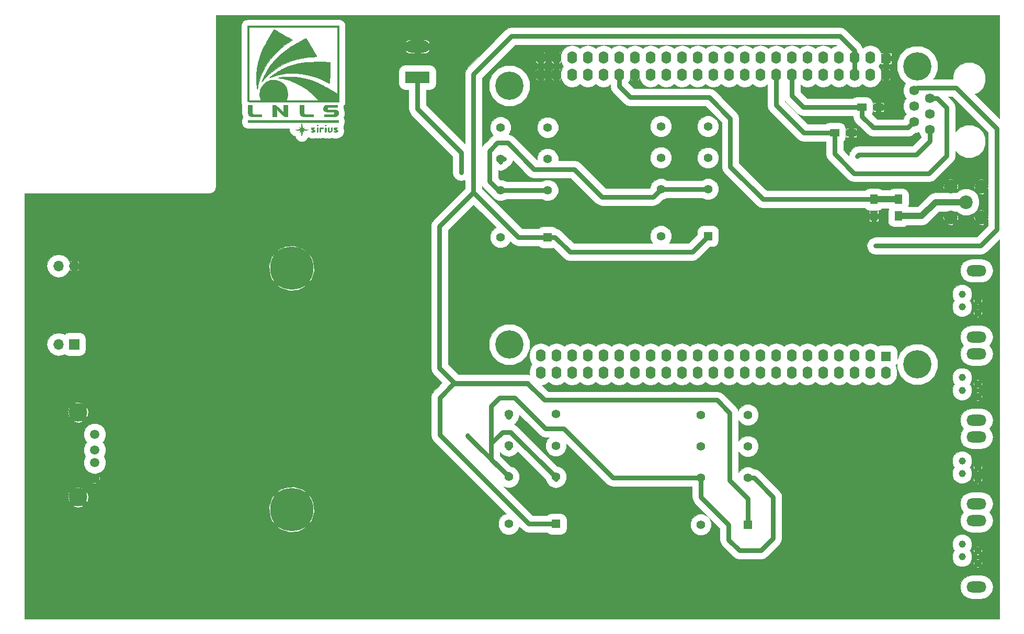
<source format=gbr>
G04 #@! TF.FileFunction,Copper,L1,Top,Signal*
%FSLAX46Y46*%
G04 Gerber Fmt 4.6, Leading zero omitted, Abs format (unit mm)*
G04 Created by KiCad (PCBNEW 4.0.4+e1-6308~48~ubuntu15.10.1-stable) date Thu Jul 12 11:54:00 2018*
%MOMM*%
%LPD*%
G01*
G04 APERTURE LIST*
%ADD10C,0.100000*%
%ADD11C,0.010000*%
%ADD12R,1.700000X1.700000*%
%ADD13O,1.700000X1.700000*%
%ADD14R,1.600000X1.600000*%
%ADD15O,1.600000X2.000000*%
%ADD16R,1.400000X1.400000*%
%ADD17C,1.400000*%
%ADD18C,4.572000*%
%ADD19R,3.960000X1.980000*%
%ADD20O,3.960000X1.980000*%
%ADD21C,1.500000*%
%ADD22C,3.000000*%
%ADD23C,7.000000*%
%ADD24C,1.590000*%
%ADD25C,2.200000*%
%ADD26R,1.300000X1.500000*%
%ADD27R,1.500000X1.300000*%
%ADD28C,1.160000*%
%ADD29O,3.200000X1.800000*%
%ADD30C,0.600000*%
%ADD31C,0.800000*%
%ADD32C,1.000000*%
%ADD33C,0.400000*%
%ADD34C,0.050000*%
G04 APERTURE END LIST*
D10*
D11*
G36*
X102889287Y-56839795D02*
X102894937Y-56860488D01*
X102912860Y-56951207D01*
X102932997Y-57090123D01*
X102951056Y-57247552D01*
X102951423Y-57251257D01*
X102967664Y-57395152D01*
X102984204Y-57508088D01*
X102997737Y-57567875D01*
X102998941Y-57570323D01*
X103036517Y-57568959D01*
X103102803Y-57522841D01*
X103111584Y-57514810D01*
X103192171Y-57456416D01*
X103231132Y-57458280D01*
X103218749Y-57509314D01*
X103166231Y-57577153D01*
X103111563Y-57648599D01*
X103097479Y-57696078D01*
X103099706Y-57699501D01*
X103147047Y-57713456D01*
X103254177Y-57730752D01*
X103402961Y-57748742D01*
X103506912Y-57758968D01*
X103714872Y-57778713D01*
X103848016Y-57794446D01*
X103909486Y-57807652D01*
X103902427Y-57819810D01*
X103829981Y-57832405D01*
X103695292Y-57846917D01*
X103693769Y-57847065D01*
X103520103Y-57864439D01*
X103346010Y-57882764D01*
X103231260Y-57895549D01*
X103042289Y-57917564D01*
X103150257Y-58030259D01*
X103217237Y-58116092D01*
X103230054Y-58165823D01*
X103194727Y-58168612D01*
X103117272Y-58113621D01*
X103108481Y-58105505D01*
X103055580Y-58059908D01*
X103019411Y-58047849D01*
X102995076Y-58079153D01*
X102977677Y-58163645D01*
X102962317Y-58311149D01*
X102953473Y-58416455D01*
X102931980Y-58601987D01*
X102904105Y-58717732D01*
X102870891Y-58760825D01*
X102837419Y-58735330D01*
X102822841Y-58679402D01*
X102806498Y-58567141D01*
X102791397Y-58420222D01*
X102788139Y-58380232D01*
X102772231Y-58211215D01*
X102753552Y-58111962D01*
X102727852Y-58074098D01*
X102690880Y-58089248D01*
X102658231Y-58124230D01*
X102601821Y-58173354D01*
X102575292Y-58182846D01*
X102541907Y-58157223D01*
X102553649Y-58095816D01*
X102604358Y-58021812D01*
X102622885Y-58003623D01*
X102704769Y-57929518D01*
X102613115Y-57903769D01*
X102519294Y-57887147D01*
X102387862Y-57874841D01*
X102326077Y-57871873D01*
X102171188Y-57861525D01*
X102017865Y-57842983D01*
X101974385Y-57835515D01*
X101897355Y-57819468D01*
X101873454Y-57808148D01*
X101909742Y-57798081D01*
X102013276Y-57785792D01*
X102091615Y-57777815D01*
X102260889Y-57760185D01*
X102426507Y-57741932D01*
X102535617Y-57729072D01*
X102706081Y-57707818D01*
X102597082Y-57594047D01*
X102530384Y-57508719D01*
X102516127Y-57457892D01*
X102548981Y-57452783D01*
X102623616Y-57504611D01*
X102634724Y-57514810D01*
X102702596Y-57565502D01*
X102744525Y-57572960D01*
X102746672Y-57570323D01*
X102759984Y-57517217D01*
X102776520Y-57410265D01*
X102791441Y-57284076D01*
X102809416Y-57125964D01*
X102828964Y-56977871D01*
X102842210Y-56893307D01*
X102859407Y-56805892D01*
X102872121Y-56789909D01*
X102889287Y-56839795D01*
X102889287Y-56839795D01*
G37*
X102889287Y-56839795D02*
X102894937Y-56860488D01*
X102912860Y-56951207D01*
X102932997Y-57090123D01*
X102951056Y-57247552D01*
X102951423Y-57251257D01*
X102967664Y-57395152D01*
X102984204Y-57508088D01*
X102997737Y-57567875D01*
X102998941Y-57570323D01*
X103036517Y-57568959D01*
X103102803Y-57522841D01*
X103111584Y-57514810D01*
X103192171Y-57456416D01*
X103231132Y-57458280D01*
X103218749Y-57509314D01*
X103166231Y-57577153D01*
X103111563Y-57648599D01*
X103097479Y-57696078D01*
X103099706Y-57699501D01*
X103147047Y-57713456D01*
X103254177Y-57730752D01*
X103402961Y-57748742D01*
X103506912Y-57758968D01*
X103714872Y-57778713D01*
X103848016Y-57794446D01*
X103909486Y-57807652D01*
X103902427Y-57819810D01*
X103829981Y-57832405D01*
X103695292Y-57846917D01*
X103693769Y-57847065D01*
X103520103Y-57864439D01*
X103346010Y-57882764D01*
X103231260Y-57895549D01*
X103042289Y-57917564D01*
X103150257Y-58030259D01*
X103217237Y-58116092D01*
X103230054Y-58165823D01*
X103194727Y-58168612D01*
X103117272Y-58113621D01*
X103108481Y-58105505D01*
X103055580Y-58059908D01*
X103019411Y-58047849D01*
X102995076Y-58079153D01*
X102977677Y-58163645D01*
X102962317Y-58311149D01*
X102953473Y-58416455D01*
X102931980Y-58601987D01*
X102904105Y-58717732D01*
X102870891Y-58760825D01*
X102837419Y-58735330D01*
X102822841Y-58679402D01*
X102806498Y-58567141D01*
X102791397Y-58420222D01*
X102788139Y-58380232D01*
X102772231Y-58211215D01*
X102753552Y-58111962D01*
X102727852Y-58074098D01*
X102690880Y-58089248D01*
X102658231Y-58124230D01*
X102601821Y-58173354D01*
X102575292Y-58182846D01*
X102541907Y-58157223D01*
X102553649Y-58095816D01*
X102604358Y-58021812D01*
X102622885Y-58003623D01*
X102704769Y-57929518D01*
X102613115Y-57903769D01*
X102519294Y-57887147D01*
X102387862Y-57874841D01*
X102326077Y-57871873D01*
X102171188Y-57861525D01*
X102017865Y-57842983D01*
X101974385Y-57835515D01*
X101897355Y-57819468D01*
X101873454Y-57808148D01*
X101909742Y-57798081D01*
X102013276Y-57785792D01*
X102091615Y-57777815D01*
X102260889Y-57760185D01*
X102426507Y-57741932D01*
X102535617Y-57729072D01*
X102706081Y-57707818D01*
X102597082Y-57594047D01*
X102530384Y-57508719D01*
X102516127Y-57457892D01*
X102548981Y-57452783D01*
X102623616Y-57504611D01*
X102634724Y-57514810D01*
X102702596Y-57565502D01*
X102744525Y-57572960D01*
X102746672Y-57570323D01*
X102759984Y-57517217D01*
X102776520Y-57410265D01*
X102791441Y-57284076D01*
X102809416Y-57125964D01*
X102828964Y-56977871D01*
X102842210Y-56893307D01*
X102859407Y-56805892D01*
X102872121Y-56789909D01*
X102889287Y-56839795D01*
G36*
X104852469Y-57442974D02*
X104926775Y-57454448D01*
X104958010Y-57480364D01*
X104963769Y-57518538D01*
X104954826Y-57562936D01*
X104915871Y-57586541D01*
X104828714Y-57595698D01*
X104739077Y-57596905D01*
X104514385Y-57597119D01*
X104778154Y-57755378D01*
X104921533Y-57847537D01*
X105004813Y-57918401D01*
X105039277Y-57978493D01*
X105041923Y-58001349D01*
X105027315Y-58087341D01*
X104975265Y-58142264D01*
X104873436Y-58172025D01*
X104709491Y-58182531D01*
X104662877Y-58182846D01*
X104515445Y-58180901D01*
X104429734Y-58172073D01*
X104389346Y-58151869D01*
X104377884Y-58115797D01*
X104377615Y-58104692D01*
X104385882Y-58061712D01*
X104422387Y-58038039D01*
X104504692Y-58028016D01*
X104621846Y-58026007D01*
X104866077Y-58025477D01*
X104621846Y-57880715D01*
X104489678Y-57797151D01*
X104414366Y-57733032D01*
X104382084Y-57674452D01*
X104377615Y-57635060D01*
X104393143Y-57538587D01*
X104448111Y-57478788D01*
X104555101Y-57448460D01*
X104717585Y-57440384D01*
X104852469Y-57442974D01*
X104852469Y-57442974D01*
G37*
X104852469Y-57442974D02*
X104926775Y-57454448D01*
X104958010Y-57480364D01*
X104963769Y-57518538D01*
X104954826Y-57562936D01*
X104915871Y-57586541D01*
X104828714Y-57595698D01*
X104739077Y-57596905D01*
X104514385Y-57597119D01*
X104778154Y-57755378D01*
X104921533Y-57847537D01*
X105004813Y-57918401D01*
X105039277Y-57978493D01*
X105041923Y-58001349D01*
X105027315Y-58087341D01*
X104975265Y-58142264D01*
X104873436Y-58172025D01*
X104709491Y-58182531D01*
X104662877Y-58182846D01*
X104515445Y-58180901D01*
X104429734Y-58172073D01*
X104389346Y-58151869D01*
X104377884Y-58115797D01*
X104377615Y-58104692D01*
X104385882Y-58061712D01*
X104422387Y-58038039D01*
X104504692Y-58028016D01*
X104621846Y-58026007D01*
X104866077Y-58025477D01*
X104621846Y-57880715D01*
X104489678Y-57797151D01*
X104414366Y-57733032D01*
X104382084Y-57674452D01*
X104377615Y-57635060D01*
X104393143Y-57538587D01*
X104448111Y-57478788D01*
X104555101Y-57448460D01*
X104717585Y-57440384D01*
X104852469Y-57442974D01*
G36*
X105458411Y-57442962D02*
X105486954Y-57460455D01*
X105502635Y-57507504D01*
X105509307Y-57598746D01*
X105510821Y-57748821D01*
X105510846Y-57811615D01*
X105510168Y-57983593D01*
X105505564Y-58092056D01*
X105493183Y-58151644D01*
X105469172Y-58176996D01*
X105429678Y-58182752D01*
X105413154Y-58182846D01*
X105367896Y-58180268D01*
X105339353Y-58162774D01*
X105323672Y-58115726D01*
X105317001Y-58024484D01*
X105315486Y-57874409D01*
X105315461Y-57811615D01*
X105316140Y-57639637D01*
X105320743Y-57531174D01*
X105333124Y-57471586D01*
X105357136Y-57446233D01*
X105396629Y-57440478D01*
X105413154Y-57440384D01*
X105458411Y-57442962D01*
X105458411Y-57442962D01*
G37*
X105458411Y-57442962D02*
X105486954Y-57460455D01*
X105502635Y-57507504D01*
X105509307Y-57598746D01*
X105510821Y-57748821D01*
X105510846Y-57811615D01*
X105510168Y-57983593D01*
X105505564Y-58092056D01*
X105493183Y-58151644D01*
X105469172Y-58176996D01*
X105429678Y-58182752D01*
X105413154Y-58182846D01*
X105367896Y-58180268D01*
X105339353Y-58162774D01*
X105323672Y-58115726D01*
X105317001Y-58024484D01*
X105315486Y-57874409D01*
X105315461Y-57811615D01*
X105316140Y-57639637D01*
X105320743Y-57531174D01*
X105333124Y-57471586D01*
X105357136Y-57446233D01*
X105396629Y-57440478D01*
X105413154Y-57440384D01*
X105458411Y-57442962D01*
G36*
X106259238Y-57442974D02*
X106333545Y-57454448D01*
X106364779Y-57480364D01*
X106370538Y-57518538D01*
X106361210Y-57563703D01*
X106320876Y-57587231D01*
X106231016Y-57595858D01*
X106155615Y-57596692D01*
X105940692Y-57596692D01*
X105940692Y-57889769D01*
X105938846Y-58039615D01*
X105930429Y-58127536D01*
X105911122Y-58169728D01*
X105876607Y-58182386D01*
X105862538Y-58182846D01*
X105824171Y-58176532D01*
X105800907Y-58147288D01*
X105789023Y-58079660D01*
X105784796Y-57958196D01*
X105784385Y-57858507D01*
X105790283Y-57677362D01*
X105806900Y-57548926D01*
X105831277Y-57487276D01*
X105894803Y-57461708D01*
X106011700Y-57444891D01*
X106124354Y-57440384D01*
X106259238Y-57442974D01*
X106259238Y-57442974D01*
G37*
X106259238Y-57442974D02*
X106333545Y-57454448D01*
X106364779Y-57480364D01*
X106370538Y-57518538D01*
X106361210Y-57563703D01*
X106320876Y-57587231D01*
X106231016Y-57595858D01*
X106155615Y-57596692D01*
X105940692Y-57596692D01*
X105940692Y-57889769D01*
X105938846Y-58039615D01*
X105930429Y-58127536D01*
X105911122Y-58169728D01*
X105876607Y-58182386D01*
X105862538Y-58182846D01*
X105824171Y-58176532D01*
X105800907Y-58147288D01*
X105789023Y-58079660D01*
X105784796Y-57958196D01*
X105784385Y-57858507D01*
X105790283Y-57677362D01*
X105806900Y-57548926D01*
X105831277Y-57487276D01*
X105894803Y-57461708D01*
X106011700Y-57444891D01*
X106124354Y-57440384D01*
X106259238Y-57442974D01*
G36*
X106787026Y-57442962D02*
X106815569Y-57460455D01*
X106831251Y-57507504D01*
X106837922Y-57598746D01*
X106839437Y-57748821D01*
X106839461Y-57811615D01*
X106838783Y-57983593D01*
X106834179Y-58092056D01*
X106821798Y-58151644D01*
X106797787Y-58176996D01*
X106758294Y-58182752D01*
X106741769Y-58182846D01*
X106696512Y-58180268D01*
X106667969Y-58162774D01*
X106652288Y-58115726D01*
X106645616Y-58024484D01*
X106644102Y-57874409D01*
X106644077Y-57811615D01*
X106644755Y-57639637D01*
X106649359Y-57531174D01*
X106661740Y-57471586D01*
X106685751Y-57446233D01*
X106725244Y-57440478D01*
X106741769Y-57440384D01*
X106787026Y-57442962D01*
X106787026Y-57442962D01*
G37*
X106787026Y-57442962D02*
X106815569Y-57460455D01*
X106831251Y-57507504D01*
X106837922Y-57598746D01*
X106839437Y-57748821D01*
X106839461Y-57811615D01*
X106838783Y-57983593D01*
X106834179Y-58092056D01*
X106821798Y-58151644D01*
X106797787Y-58176996D01*
X106758294Y-58182752D01*
X106741769Y-58182846D01*
X106696512Y-58180268D01*
X106667969Y-58162774D01*
X106652288Y-58115726D01*
X106645616Y-58024484D01*
X106644102Y-57874409D01*
X106644077Y-57811615D01*
X106644755Y-57639637D01*
X106649359Y-57531174D01*
X106661740Y-57471586D01*
X106685751Y-57446233D01*
X106725244Y-57440478D01*
X106741769Y-57440384D01*
X106787026Y-57442962D01*
G36*
X107737521Y-57446698D02*
X107760785Y-57475942D01*
X107772669Y-57543570D01*
X107776896Y-57665033D01*
X107777308Y-57764723D01*
X107771409Y-57945868D01*
X107754792Y-58074304D01*
X107730415Y-58135953D01*
X107671323Y-58158101D01*
X107561520Y-58173859D01*
X107427108Y-58182308D01*
X107294189Y-58182526D01*
X107188863Y-58173596D01*
X107139051Y-58156794D01*
X107127392Y-58108406D01*
X107118429Y-58001289D01*
X107113523Y-57854856D01*
X107113000Y-57785564D01*
X107114352Y-57620317D01*
X107120676Y-57518202D01*
X107135367Y-57464211D01*
X107161824Y-57443336D01*
X107191154Y-57440384D01*
X107231113Y-57447306D01*
X107254558Y-57478870D01*
X107265810Y-57551271D01*
X107269185Y-57680705D01*
X107269308Y-57733461D01*
X107269308Y-58026538D01*
X107621000Y-58026538D01*
X107621000Y-57733461D01*
X107622846Y-57583614D01*
X107631263Y-57495693D01*
X107650570Y-57453502D01*
X107685086Y-57440844D01*
X107699154Y-57440384D01*
X107737521Y-57446698D01*
X107737521Y-57446698D01*
G37*
X107737521Y-57446698D02*
X107760785Y-57475942D01*
X107772669Y-57543570D01*
X107776896Y-57665033D01*
X107777308Y-57764723D01*
X107771409Y-57945868D01*
X107754792Y-58074304D01*
X107730415Y-58135953D01*
X107671323Y-58158101D01*
X107561520Y-58173859D01*
X107427108Y-58182308D01*
X107294189Y-58182526D01*
X107188863Y-58173596D01*
X107139051Y-58156794D01*
X107127392Y-58108406D01*
X107118429Y-58001289D01*
X107113523Y-57854856D01*
X107113000Y-57785564D01*
X107114352Y-57620317D01*
X107120676Y-57518202D01*
X107135367Y-57464211D01*
X107161824Y-57443336D01*
X107191154Y-57440384D01*
X107231113Y-57447306D01*
X107254558Y-57478870D01*
X107265810Y-57551271D01*
X107269185Y-57680705D01*
X107269308Y-57733461D01*
X107269308Y-58026538D01*
X107621000Y-58026538D01*
X107621000Y-57733461D01*
X107622846Y-57583614D01*
X107631263Y-57495693D01*
X107650570Y-57453502D01*
X107685086Y-57440844D01*
X107699154Y-57440384D01*
X107737521Y-57446698D01*
G36*
X108525700Y-57442974D02*
X108600006Y-57454448D01*
X108631240Y-57480364D01*
X108637000Y-57518538D01*
X108628057Y-57562936D01*
X108589102Y-57586541D01*
X108501945Y-57595698D01*
X108412308Y-57596905D01*
X108187615Y-57597119D01*
X108451385Y-57755378D01*
X108594764Y-57847537D01*
X108678044Y-57918401D01*
X108712508Y-57978493D01*
X108715154Y-58001349D01*
X108700545Y-58087341D01*
X108648495Y-58142264D01*
X108546667Y-58172025D01*
X108382722Y-58182531D01*
X108336108Y-58182846D01*
X108188676Y-58180901D01*
X108102964Y-58172073D01*
X108062576Y-58151869D01*
X108051115Y-58115797D01*
X108050846Y-58104692D01*
X108059112Y-58061712D01*
X108095618Y-58038039D01*
X108177923Y-58028016D01*
X108295077Y-58026007D01*
X108539308Y-58025477D01*
X108295077Y-57880715D01*
X108162909Y-57797151D01*
X108087597Y-57733032D01*
X108055315Y-57674452D01*
X108050846Y-57635060D01*
X108066373Y-57538587D01*
X108121342Y-57478788D01*
X108228332Y-57448460D01*
X108390815Y-57440384D01*
X108525700Y-57442974D01*
X108525700Y-57442974D01*
G37*
X108525700Y-57442974D02*
X108600006Y-57454448D01*
X108631240Y-57480364D01*
X108637000Y-57518538D01*
X108628057Y-57562936D01*
X108589102Y-57586541D01*
X108501945Y-57595698D01*
X108412308Y-57596905D01*
X108187615Y-57597119D01*
X108451385Y-57755378D01*
X108594764Y-57847537D01*
X108678044Y-57918401D01*
X108712508Y-57978493D01*
X108715154Y-58001349D01*
X108700545Y-58087341D01*
X108648495Y-58142264D01*
X108546667Y-58172025D01*
X108382722Y-58182531D01*
X108336108Y-58182846D01*
X108188676Y-58180901D01*
X108102964Y-58172073D01*
X108062576Y-58151869D01*
X108051115Y-58115797D01*
X108050846Y-58104692D01*
X108059112Y-58061712D01*
X108095618Y-58038039D01*
X108177923Y-58028016D01*
X108295077Y-58026007D01*
X108539308Y-58025477D01*
X108295077Y-57880715D01*
X108162909Y-57797151D01*
X108087597Y-57733032D01*
X108055315Y-57674452D01*
X108050846Y-57635060D01*
X108066373Y-57538587D01*
X108121342Y-57478788D01*
X108228332Y-57448460D01*
X108390815Y-57440384D01*
X108525700Y-57442974D01*
G36*
X102501923Y-57381769D02*
X102482385Y-57401307D01*
X102462846Y-57381769D01*
X102482385Y-57362230D01*
X102501923Y-57381769D01*
X102501923Y-57381769D01*
G37*
X102501923Y-57381769D02*
X102482385Y-57401307D01*
X102462846Y-57381769D01*
X102482385Y-57362230D01*
X102501923Y-57381769D01*
G36*
X105489760Y-57028855D02*
X105510846Y-57088692D01*
X105487950Y-57149977D01*
X105413154Y-57166846D01*
X105336547Y-57148529D01*
X105315461Y-57088692D01*
X105338358Y-57027406D01*
X105413154Y-57010538D01*
X105489760Y-57028855D01*
X105489760Y-57028855D01*
G37*
X105489760Y-57028855D02*
X105510846Y-57088692D01*
X105487950Y-57149977D01*
X105413154Y-57166846D01*
X105336547Y-57148529D01*
X105315461Y-57088692D01*
X105338358Y-57027406D01*
X105413154Y-57010538D01*
X105489760Y-57028855D01*
G36*
X106818376Y-57028855D02*
X106839461Y-57088692D01*
X106816565Y-57149977D01*
X106741769Y-57166846D01*
X106665162Y-57148529D01*
X106644077Y-57088692D01*
X106666973Y-57027406D01*
X106741769Y-57010538D01*
X106818376Y-57028855D01*
X106818376Y-57028855D01*
G37*
X106818376Y-57028855D02*
X106839461Y-57088692D01*
X106816565Y-57149977D01*
X106741769Y-57166846D01*
X106665162Y-57148529D01*
X106644077Y-57088692D01*
X106666973Y-57027406D01*
X106741769Y-57010538D01*
X106818376Y-57028855D01*
G36*
X108832385Y-56619769D02*
X94178538Y-56619769D01*
X94178538Y-56307153D01*
X108832385Y-56307153D01*
X108832385Y-56619769D01*
X108832385Y-56619769D01*
G37*
X108832385Y-56619769D02*
X94178538Y-56619769D01*
X94178538Y-56307153D01*
X108832385Y-56307153D01*
X108832385Y-56619769D01*
G36*
X94842846Y-54472314D02*
X94842575Y-54752233D01*
X94848148Y-54963666D01*
X94869144Y-55116193D01*
X94915142Y-55219394D01*
X94995723Y-55282848D01*
X95120465Y-55316135D01*
X95298948Y-55328833D01*
X95540752Y-55330523D01*
X95700762Y-55330230D01*
X96366846Y-55330230D01*
X96366846Y-55681923D01*
X95534972Y-55681923D01*
X95257105Y-55681482D01*
X95045390Y-55679461D01*
X94887830Y-55674811D01*
X94772424Y-55666483D01*
X94687174Y-55653430D01*
X94620081Y-55634602D01*
X94559145Y-55608952D01*
X94528741Y-55594000D01*
X94379519Y-55492041D01*
X94275068Y-55348370D01*
X94266461Y-55331720D01*
X94234227Y-55262245D01*
X94210966Y-55192052D01*
X94195230Y-55107154D01*
X94185574Y-54993570D01*
X94180551Y-54837315D01*
X94178715Y-54624405D01*
X94178538Y-54481796D01*
X94178538Y-53806230D01*
X94842846Y-53806230D01*
X94842846Y-54472314D01*
X94842846Y-54472314D01*
G37*
X94842846Y-54472314D02*
X94842575Y-54752233D01*
X94848148Y-54963666D01*
X94869144Y-55116193D01*
X94915142Y-55219394D01*
X94995723Y-55282848D01*
X95120465Y-55316135D01*
X95298948Y-55328833D01*
X95540752Y-55330523D01*
X95700762Y-55330230D01*
X96366846Y-55330230D01*
X96366846Y-55681923D01*
X95534972Y-55681923D01*
X95257105Y-55681482D01*
X95045390Y-55679461D01*
X94887830Y-55674811D01*
X94772424Y-55666483D01*
X94687174Y-55653430D01*
X94620081Y-55634602D01*
X94559145Y-55608952D01*
X94528741Y-55594000D01*
X94379519Y-55492041D01*
X94275068Y-55348370D01*
X94266461Y-55331720D01*
X94234227Y-55262245D01*
X94210966Y-55192052D01*
X94195230Y-55107154D01*
X94185574Y-54993570D01*
X94180551Y-54837315D01*
X94178715Y-54624405D01*
X94178538Y-54481796D01*
X94178538Y-53806230D01*
X94842846Y-53806230D01*
X94842846Y-54472314D01*
G36*
X100626231Y-55681923D02*
X100060478Y-55681923D01*
X99425047Y-55047367D01*
X98789615Y-54412811D01*
X98789615Y-55681923D01*
X98164385Y-55681923D01*
X98164385Y-53806230D01*
X98428154Y-53807116D01*
X98691923Y-53808003D01*
X99961923Y-55024827D01*
X99961923Y-53806230D01*
X100626231Y-53806230D01*
X100626231Y-55681923D01*
X100626231Y-55681923D01*
G37*
X100626231Y-55681923D02*
X100060478Y-55681923D01*
X99425047Y-55047367D01*
X98789615Y-54412811D01*
X98789615Y-55681923D01*
X98164385Y-55681923D01*
X98164385Y-53806230D01*
X98428154Y-53807116D01*
X98691923Y-53808003D01*
X99961923Y-55024827D01*
X99961923Y-53806230D01*
X100626231Y-53806230D01*
X100626231Y-55681923D01*
G36*
X103205308Y-54472314D02*
X103205667Y-54715149D01*
X103207798Y-54892373D01*
X103213279Y-55016531D01*
X103223689Y-55100167D01*
X103240607Y-55155823D01*
X103265612Y-55196044D01*
X103300284Y-55233374D01*
X103301224Y-55234314D01*
X103338636Y-55269231D01*
X103378646Y-55294444D01*
X103433798Y-55311534D01*
X103516635Y-55322078D01*
X103639702Y-55327656D01*
X103815541Y-55329847D01*
X104056696Y-55330230D01*
X104729308Y-55330230D01*
X104729308Y-55681923D01*
X103897434Y-55681923D01*
X103619566Y-55681482D01*
X103407852Y-55679461D01*
X103250291Y-55674811D01*
X103134886Y-55666483D01*
X103049636Y-55653430D01*
X102982542Y-55634602D01*
X102921607Y-55608952D01*
X102891203Y-55594000D01*
X102741981Y-55492041D01*
X102637529Y-55348370D01*
X102628923Y-55331720D01*
X102596689Y-55262245D01*
X102573427Y-55192052D01*
X102557692Y-55107154D01*
X102548036Y-54993570D01*
X102543013Y-54837315D01*
X102541176Y-54624405D01*
X102541000Y-54481796D01*
X102541000Y-53806230D01*
X103205308Y-53806230D01*
X103205308Y-54472314D01*
X103205308Y-54472314D01*
G37*
X103205308Y-54472314D02*
X103205667Y-54715149D01*
X103207798Y-54892373D01*
X103213279Y-55016531D01*
X103223689Y-55100167D01*
X103240607Y-55155823D01*
X103265612Y-55196044D01*
X103300284Y-55233374D01*
X103301224Y-55234314D01*
X103338636Y-55269231D01*
X103378646Y-55294444D01*
X103433798Y-55311534D01*
X103516635Y-55322078D01*
X103639702Y-55327656D01*
X103815541Y-55329847D01*
X104056696Y-55330230D01*
X104729308Y-55330230D01*
X104729308Y-55681923D01*
X103897434Y-55681923D01*
X103619566Y-55681482D01*
X103407852Y-55679461D01*
X103250291Y-55674811D01*
X103134886Y-55666483D01*
X103049636Y-55653430D01*
X102982542Y-55634602D01*
X102921607Y-55608952D01*
X102891203Y-55594000D01*
X102741981Y-55492041D01*
X102637529Y-55348370D01*
X102628923Y-55331720D01*
X102596689Y-55262245D01*
X102573427Y-55192052D01*
X102557692Y-55107154D01*
X102548036Y-54993570D01*
X102543013Y-54837315D01*
X102541176Y-54624405D01*
X102541000Y-54481796D01*
X102541000Y-53806230D01*
X103205308Y-53806230D01*
X103205308Y-54472314D01*
G36*
X108676077Y-54157923D02*
X107114802Y-54157923D01*
X107052508Y-54252994D01*
X107017442Y-54364362D01*
X107054325Y-54465732D01*
X107157087Y-54542541D01*
X107176535Y-54550562D01*
X107249185Y-54563672D01*
X107383443Y-54574778D01*
X107562770Y-54582986D01*
X107770629Y-54587403D01*
X107867775Y-54587915D01*
X108101338Y-54589018D01*
X108271130Y-54593241D01*
X108391517Y-54602154D01*
X108476864Y-54617329D01*
X108541540Y-54640335D01*
X108590505Y-54666924D01*
X108722880Y-54790042D01*
X108803549Y-54953998D01*
X108828122Y-55137428D01*
X108792208Y-55318967D01*
X108743682Y-55412375D01*
X108686585Y-55491431D01*
X108626662Y-55553354D01*
X108553969Y-55600224D01*
X108458561Y-55634121D01*
X108330493Y-55657122D01*
X108159823Y-55671309D01*
X107936604Y-55678760D01*
X107650893Y-55681555D01*
X107454923Y-55681862D01*
X106526846Y-55681923D01*
X106526846Y-55330230D01*
X107282790Y-55330230D01*
X107546521Y-55329621D01*
X107743186Y-55327150D01*
X107883866Y-55321852D01*
X107979643Y-55312762D01*
X108041599Y-55298915D01*
X108080816Y-55279347D01*
X108103405Y-55258769D01*
X108161508Y-55148833D01*
X108149101Y-55039954D01*
X108081228Y-54961215D01*
X108031730Y-54937108D01*
X107955062Y-54920015D01*
X107839211Y-54908901D01*
X107672161Y-54902728D01*
X107441899Y-54900462D01*
X107375903Y-54900384D01*
X107104027Y-54897982D01*
X106898023Y-54888620D01*
X106745699Y-54869069D01*
X106634862Y-54836097D01*
X106553318Y-54786473D01*
X106488876Y-54716966D01*
X106447110Y-54654256D01*
X106385707Y-54489272D01*
X106374104Y-54300259D01*
X106412466Y-54121776D01*
X106444225Y-54057103D01*
X106493871Y-53984156D01*
X106549941Y-53926815D01*
X106621981Y-53883221D01*
X106719540Y-53851518D01*
X106852166Y-53829850D01*
X107029406Y-53816360D01*
X107260808Y-53809192D01*
X107555921Y-53806488D01*
X107734367Y-53806230D01*
X108676077Y-53806230D01*
X108676077Y-54157923D01*
X108676077Y-54157923D01*
G37*
X108676077Y-54157923D02*
X107114802Y-54157923D01*
X107052508Y-54252994D01*
X107017442Y-54364362D01*
X107054325Y-54465732D01*
X107157087Y-54542541D01*
X107176535Y-54550562D01*
X107249185Y-54563672D01*
X107383443Y-54574778D01*
X107562770Y-54582986D01*
X107770629Y-54587403D01*
X107867775Y-54587915D01*
X108101338Y-54589018D01*
X108271130Y-54593241D01*
X108391517Y-54602154D01*
X108476864Y-54617329D01*
X108541540Y-54640335D01*
X108590505Y-54666924D01*
X108722880Y-54790042D01*
X108803549Y-54953998D01*
X108828122Y-55137428D01*
X108792208Y-55318967D01*
X108743682Y-55412375D01*
X108686585Y-55491431D01*
X108626662Y-55553354D01*
X108553969Y-55600224D01*
X108458561Y-55634121D01*
X108330493Y-55657122D01*
X108159823Y-55671309D01*
X107936604Y-55678760D01*
X107650893Y-55681555D01*
X107454923Y-55681862D01*
X106526846Y-55681923D01*
X106526846Y-55330230D01*
X107282790Y-55330230D01*
X107546521Y-55329621D01*
X107743186Y-55327150D01*
X107883866Y-55321852D01*
X107979643Y-55312762D01*
X108041599Y-55298915D01*
X108080816Y-55279347D01*
X108103405Y-55258769D01*
X108161508Y-55148833D01*
X108149101Y-55039954D01*
X108081228Y-54961215D01*
X108031730Y-54937108D01*
X107955062Y-54920015D01*
X107839211Y-54908901D01*
X107672161Y-54902728D01*
X107441899Y-54900462D01*
X107375903Y-54900384D01*
X107104027Y-54897982D01*
X106898023Y-54888620D01*
X106745699Y-54869069D01*
X106634862Y-54836097D01*
X106553318Y-54786473D01*
X106488876Y-54716966D01*
X106447110Y-54654256D01*
X106385707Y-54489272D01*
X106374104Y-54300259D01*
X106412466Y-54121776D01*
X106444225Y-54057103D01*
X106493871Y-53984156D01*
X106549941Y-53926815D01*
X106621981Y-53883221D01*
X106719540Y-53851518D01*
X106852166Y-53829850D01*
X107029406Y-53816360D01*
X107260808Y-53809192D01*
X107555921Y-53806488D01*
X107734367Y-53806230D01*
X108676077Y-53806230D01*
X108676077Y-54157923D01*
G36*
X108930077Y-53278692D02*
X101514043Y-53288562D01*
X100588127Y-53289703D01*
X99737554Y-53290549D01*
X98959515Y-53291086D01*
X98251201Y-53291298D01*
X97609800Y-53291170D01*
X97032504Y-53290689D01*
X96516504Y-53289839D01*
X96058988Y-53288605D01*
X95657147Y-53286973D01*
X95308173Y-53284928D01*
X95009254Y-53282455D01*
X94757581Y-53279539D01*
X94550345Y-53276166D01*
X94384735Y-53272320D01*
X94257942Y-53267988D01*
X94167157Y-53263154D01*
X94109569Y-53257803D01*
X94082368Y-53251921D01*
X94079392Y-53249485D01*
X94077368Y-53205551D01*
X94075532Y-53087691D01*
X94073889Y-52900130D01*
X94072445Y-52647096D01*
X94071206Y-52332815D01*
X94070178Y-51961513D01*
X94069367Y-51537419D01*
X94068778Y-51064757D01*
X94068418Y-50547756D01*
X94068292Y-49990642D01*
X94068407Y-49397640D01*
X94068767Y-48772979D01*
X94069380Y-48120885D01*
X94070251Y-47445584D01*
X94070810Y-47085000D01*
X94080429Y-41223461D01*
X94334846Y-41223461D01*
X94334846Y-53024692D01*
X95292231Y-53024692D01*
X95556461Y-53024258D01*
X95792754Y-53023039D01*
X95990541Y-53021158D01*
X96139251Y-53018737D01*
X96228317Y-53015900D01*
X96249615Y-53013568D01*
X96237289Y-52974064D01*
X96205126Y-52881961D01*
X96164499Y-52769337D01*
X96100734Y-52525854D01*
X96064409Y-52237609D01*
X96056255Y-51933288D01*
X96077003Y-51641577D01*
X96127384Y-51391163D01*
X96129221Y-51385049D01*
X96285515Y-50997098D01*
X96502180Y-50650841D01*
X96771667Y-50351974D01*
X97086426Y-50106195D01*
X97438908Y-49919200D01*
X97821563Y-49796685D01*
X98226842Y-49744348D01*
X98305589Y-49742808D01*
X98620178Y-49757754D01*
X98896321Y-49809244D01*
X99168257Y-49905103D01*
X99317154Y-49973989D01*
X99680615Y-50194215D01*
X99989293Y-50466101D01*
X100239322Y-50782526D01*
X100426841Y-51136370D01*
X100547984Y-51520511D01*
X100598888Y-51927829D01*
X100581882Y-52304916D01*
X100552279Y-52484882D01*
X100510782Y-52666174D01*
X100468394Y-52803657D01*
X100426317Y-52915969D01*
X100398492Y-52993325D01*
X100391789Y-53014923D01*
X100429794Y-53016585D01*
X100539546Y-53018159D01*
X100714637Y-53019619D01*
X100948659Y-53020942D01*
X101235205Y-53022104D01*
X101567867Y-53023080D01*
X101940237Y-53023847D01*
X102345909Y-53024381D01*
X102778475Y-53024658D01*
X102996783Y-53024692D01*
X105601797Y-53024692D01*
X105116706Y-52532758D01*
X104436478Y-51888027D01*
X103741749Y-51319352D01*
X103030605Y-50825657D01*
X102301132Y-50405864D01*
X101551417Y-50058897D01*
X100779545Y-49783677D01*
X99983603Y-49579128D01*
X99805615Y-49543606D01*
X99587315Y-49501616D01*
X99393437Y-49463159D01*
X99238103Y-49431128D01*
X99135437Y-49408418D01*
X99102231Y-49399526D01*
X99100018Y-49382226D01*
X99167047Y-49360830D01*
X99294587Y-49336575D01*
X99473909Y-49310696D01*
X99696281Y-49284431D01*
X99952974Y-49259016D01*
X100235257Y-49235686D01*
X100285044Y-49232025D01*
X101132564Y-49209111D01*
X101991554Y-49260525D01*
X102854990Y-49384656D01*
X103715850Y-49579898D01*
X104567110Y-49844643D01*
X105401748Y-50177281D01*
X106212740Y-50576206D01*
X106254365Y-50598860D01*
X106425041Y-50693571D01*
X106647508Y-50819084D01*
X106906228Y-50966517D01*
X107185662Y-51126986D01*
X107470274Y-51291609D01*
X107687432Y-51418099D01*
X107933117Y-51561252D01*
X108156571Y-51690584D01*
X108348997Y-51801074D01*
X108501598Y-51887699D01*
X108605576Y-51945438D01*
X108652136Y-51969269D01*
X108653528Y-51969615D01*
X108656220Y-51931282D01*
X108658819Y-51819256D01*
X108661308Y-51638000D01*
X108663669Y-51391974D01*
X108665881Y-51085642D01*
X108667927Y-50723463D01*
X108669788Y-50309899D01*
X108671444Y-49849413D01*
X108672878Y-49346466D01*
X108674071Y-48805519D01*
X108675004Y-48231033D01*
X108675657Y-47627472D01*
X108676014Y-46999295D01*
X108676077Y-46596538D01*
X108676077Y-41223461D01*
X94334846Y-41223461D01*
X94080429Y-41223461D01*
X94080846Y-40969461D01*
X108930077Y-40969461D01*
X108930077Y-53278692D01*
X108930077Y-53278692D01*
G37*
X108930077Y-53278692D02*
X101514043Y-53288562D01*
X100588127Y-53289703D01*
X99737554Y-53290549D01*
X98959515Y-53291086D01*
X98251201Y-53291298D01*
X97609800Y-53291170D01*
X97032504Y-53290689D01*
X96516504Y-53289839D01*
X96058988Y-53288605D01*
X95657147Y-53286973D01*
X95308173Y-53284928D01*
X95009254Y-53282455D01*
X94757581Y-53279539D01*
X94550345Y-53276166D01*
X94384735Y-53272320D01*
X94257942Y-53267988D01*
X94167157Y-53263154D01*
X94109569Y-53257803D01*
X94082368Y-53251921D01*
X94079392Y-53249485D01*
X94077368Y-53205551D01*
X94075532Y-53087691D01*
X94073889Y-52900130D01*
X94072445Y-52647096D01*
X94071206Y-52332815D01*
X94070178Y-51961513D01*
X94069367Y-51537419D01*
X94068778Y-51064757D01*
X94068418Y-50547756D01*
X94068292Y-49990642D01*
X94068407Y-49397640D01*
X94068767Y-48772979D01*
X94069380Y-48120885D01*
X94070251Y-47445584D01*
X94070810Y-47085000D01*
X94080429Y-41223461D01*
X94334846Y-41223461D01*
X94334846Y-53024692D01*
X95292231Y-53024692D01*
X95556461Y-53024258D01*
X95792754Y-53023039D01*
X95990541Y-53021158D01*
X96139251Y-53018737D01*
X96228317Y-53015900D01*
X96249615Y-53013568D01*
X96237289Y-52974064D01*
X96205126Y-52881961D01*
X96164499Y-52769337D01*
X96100734Y-52525854D01*
X96064409Y-52237609D01*
X96056255Y-51933288D01*
X96077003Y-51641577D01*
X96127384Y-51391163D01*
X96129221Y-51385049D01*
X96285515Y-50997098D01*
X96502180Y-50650841D01*
X96771667Y-50351974D01*
X97086426Y-50106195D01*
X97438908Y-49919200D01*
X97821563Y-49796685D01*
X98226842Y-49744348D01*
X98305589Y-49742808D01*
X98620178Y-49757754D01*
X98896321Y-49809244D01*
X99168257Y-49905103D01*
X99317154Y-49973989D01*
X99680615Y-50194215D01*
X99989293Y-50466101D01*
X100239322Y-50782526D01*
X100426841Y-51136370D01*
X100547984Y-51520511D01*
X100598888Y-51927829D01*
X100581882Y-52304916D01*
X100552279Y-52484882D01*
X100510782Y-52666174D01*
X100468394Y-52803657D01*
X100426317Y-52915969D01*
X100398492Y-52993325D01*
X100391789Y-53014923D01*
X100429794Y-53016585D01*
X100539546Y-53018159D01*
X100714637Y-53019619D01*
X100948659Y-53020942D01*
X101235205Y-53022104D01*
X101567867Y-53023080D01*
X101940237Y-53023847D01*
X102345909Y-53024381D01*
X102778475Y-53024658D01*
X102996783Y-53024692D01*
X105601797Y-53024692D01*
X105116706Y-52532758D01*
X104436478Y-51888027D01*
X103741749Y-51319352D01*
X103030605Y-50825657D01*
X102301132Y-50405864D01*
X101551417Y-50058897D01*
X100779545Y-49783677D01*
X99983603Y-49579128D01*
X99805615Y-49543606D01*
X99587315Y-49501616D01*
X99393437Y-49463159D01*
X99238103Y-49431128D01*
X99135437Y-49408418D01*
X99102231Y-49399526D01*
X99100018Y-49382226D01*
X99167047Y-49360830D01*
X99294587Y-49336575D01*
X99473909Y-49310696D01*
X99696281Y-49284431D01*
X99952974Y-49259016D01*
X100235257Y-49235686D01*
X100285044Y-49232025D01*
X101132564Y-49209111D01*
X101991554Y-49260525D01*
X102854990Y-49384656D01*
X103715850Y-49579898D01*
X104567110Y-49844643D01*
X105401748Y-50177281D01*
X106212740Y-50576206D01*
X106254365Y-50598860D01*
X106425041Y-50693571D01*
X106647508Y-50819084D01*
X106906228Y-50966517D01*
X107185662Y-51126986D01*
X107470274Y-51291609D01*
X107687432Y-51418099D01*
X107933117Y-51561252D01*
X108156571Y-51690584D01*
X108348997Y-51801074D01*
X108501598Y-51887699D01*
X108605576Y-51945438D01*
X108652136Y-51969269D01*
X108653528Y-51969615D01*
X108656220Y-51931282D01*
X108658819Y-51819256D01*
X108661308Y-51638000D01*
X108663669Y-51391974D01*
X108665881Y-51085642D01*
X108667927Y-50723463D01*
X108669788Y-50309899D01*
X108671444Y-49849413D01*
X108672878Y-49346466D01*
X108674071Y-48805519D01*
X108675004Y-48231033D01*
X108675657Y-47627472D01*
X108676014Y-46999295D01*
X108676077Y-46596538D01*
X108676077Y-41223461D01*
X94334846Y-41223461D01*
X94080429Y-41223461D01*
X94080846Y-40969461D01*
X108930077Y-40969461D01*
X108930077Y-53278692D01*
G36*
X98495153Y-41611797D02*
X98566733Y-41654002D01*
X98696063Y-41729168D01*
X98873034Y-41831491D01*
X99087535Y-41955164D01*
X99329457Y-42094380D01*
X99588689Y-42243335D01*
X99855122Y-42396221D01*
X100118646Y-42547233D01*
X100369150Y-42690565D01*
X100596525Y-42820409D01*
X100790661Y-42930960D01*
X100909472Y-42998344D01*
X101069897Y-43090922D01*
X101202066Y-43170684D01*
X101292913Y-43229493D01*
X101329371Y-43259208D01*
X101329549Y-43260006D01*
X101299102Y-43289742D01*
X101215771Y-43353973D01*
X101091650Y-43443768D01*
X100938833Y-43550194D01*
X100909538Y-43570204D01*
X100138531Y-44122227D01*
X99440878Y-44679317D01*
X98811779Y-45246616D01*
X98246435Y-45829268D01*
X97740046Y-46432417D01*
X97287812Y-47061204D01*
X96884934Y-47720775D01*
X96681386Y-48101000D01*
X96466126Y-48543850D01*
X96286790Y-48963258D01*
X96135940Y-49381124D01*
X96006139Y-49819347D01*
X95889948Y-50299826D01*
X95819444Y-50638868D01*
X95765140Y-50907454D01*
X95722947Y-51101242D01*
X95692263Y-51222545D01*
X95672487Y-51273677D01*
X95663017Y-51256952D01*
X95662222Y-51243435D01*
X95656327Y-51191675D01*
X95641434Y-51080936D01*
X95620057Y-50929541D01*
X95603705Y-50816846D01*
X95582064Y-50637580D01*
X95560743Y-50405034D01*
X95541670Y-50144065D01*
X95526776Y-49879530D01*
X95521796Y-49761769D01*
X95527475Y-48863929D01*
X95610959Y-47969195D01*
X95771918Y-47078859D01*
X96010024Y-46194216D01*
X96324947Y-45316559D01*
X96716360Y-44447181D01*
X97017765Y-43876171D01*
X97115807Y-43702716D01*
X97244410Y-43477957D01*
X97394353Y-43217859D01*
X97556410Y-42938387D01*
X97721360Y-42655506D01*
X97835006Y-42461627D01*
X98376537Y-41540065D01*
X98495153Y-41611797D01*
X98495153Y-41611797D01*
G37*
X98495153Y-41611797D02*
X98566733Y-41654002D01*
X98696063Y-41729168D01*
X98873034Y-41831491D01*
X99087535Y-41955164D01*
X99329457Y-42094380D01*
X99588689Y-42243335D01*
X99855122Y-42396221D01*
X100118646Y-42547233D01*
X100369150Y-42690565D01*
X100596525Y-42820409D01*
X100790661Y-42930960D01*
X100909472Y-42998344D01*
X101069897Y-43090922D01*
X101202066Y-43170684D01*
X101292913Y-43229493D01*
X101329371Y-43259208D01*
X101329549Y-43260006D01*
X101299102Y-43289742D01*
X101215771Y-43353973D01*
X101091650Y-43443768D01*
X100938833Y-43550194D01*
X100909538Y-43570204D01*
X100138531Y-44122227D01*
X99440878Y-44679317D01*
X98811779Y-45246616D01*
X98246435Y-45829268D01*
X97740046Y-46432417D01*
X97287812Y-47061204D01*
X96884934Y-47720775D01*
X96681386Y-48101000D01*
X96466126Y-48543850D01*
X96286790Y-48963258D01*
X96135940Y-49381124D01*
X96006139Y-49819347D01*
X95889948Y-50299826D01*
X95819444Y-50638868D01*
X95765140Y-50907454D01*
X95722947Y-51101242D01*
X95692263Y-51222545D01*
X95672487Y-51273677D01*
X95663017Y-51256952D01*
X95662222Y-51243435D01*
X95656327Y-51191675D01*
X95641434Y-51080936D01*
X95620057Y-50929541D01*
X95603705Y-50816846D01*
X95582064Y-50637580D01*
X95560743Y-50405034D01*
X95541670Y-50144065D01*
X95526776Y-49879530D01*
X95521796Y-49761769D01*
X95527475Y-48863929D01*
X95610959Y-47969195D01*
X95771918Y-47078859D01*
X96010024Y-46194216D01*
X96324947Y-45316559D01*
X96716360Y-44447181D01*
X97017765Y-43876171D01*
X97115807Y-43702716D01*
X97244410Y-43477957D01*
X97394353Y-43217859D01*
X97556410Y-42938387D01*
X97721360Y-42655506D01*
X97835006Y-42461627D01*
X98376537Y-41540065D01*
X98495153Y-41611797D01*
G36*
X106029447Y-46826334D02*
X106238065Y-46830786D01*
X107425615Y-46859515D01*
X107425615Y-48574411D01*
X107424970Y-48931879D01*
X107423125Y-49263957D01*
X107420214Y-49562769D01*
X107416373Y-49820439D01*
X107411737Y-50029090D01*
X107406440Y-50180845D01*
X107400617Y-50267827D01*
X107396308Y-50285958D01*
X107351968Y-50268015D01*
X107252489Y-50221540D01*
X107112371Y-50153471D01*
X106946116Y-50070749D01*
X106937154Y-50066240D01*
X106087649Y-49666877D01*
X105259848Y-49336333D01*
X104444088Y-49071841D01*
X103630708Y-48870636D01*
X102810044Y-48729953D01*
X101980981Y-48647580D01*
X101182547Y-48627883D01*
X100399176Y-48675702D01*
X99620285Y-48792586D01*
X98835288Y-48980082D01*
X98103679Y-49214456D01*
X97940248Y-49270373D01*
X97802975Y-49312715D01*
X97709102Y-49336434D01*
X97677900Y-49339094D01*
X97682091Y-49310636D01*
X97744555Y-49247746D01*
X97856617Y-49156313D01*
X98009601Y-49042225D01*
X98194830Y-48911371D01*
X98403629Y-48769640D01*
X98627322Y-48622920D01*
X98857231Y-48477100D01*
X99084683Y-48338070D01*
X99301000Y-48211716D01*
X99497506Y-48103929D01*
X99498502Y-48103405D01*
X100061536Y-47825016D01*
X100622407Y-47584299D01*
X101189431Y-47379685D01*
X101770923Y-47209602D01*
X102375202Y-47072481D01*
X103010582Y-46966751D01*
X103685380Y-46890842D01*
X104407913Y-46843183D01*
X105186497Y-46822204D01*
X106029447Y-46826334D01*
X106029447Y-46826334D01*
G37*
X106029447Y-46826334D02*
X106238065Y-46830786D01*
X107425615Y-46859515D01*
X107425615Y-48574411D01*
X107424970Y-48931879D01*
X107423125Y-49263957D01*
X107420214Y-49562769D01*
X107416373Y-49820439D01*
X107411737Y-50029090D01*
X107406440Y-50180845D01*
X107400617Y-50267827D01*
X107396308Y-50285958D01*
X107351968Y-50268015D01*
X107252489Y-50221540D01*
X107112371Y-50153471D01*
X106946116Y-50070749D01*
X106937154Y-50066240D01*
X106087649Y-49666877D01*
X105259848Y-49336333D01*
X104444088Y-49071841D01*
X103630708Y-48870636D01*
X102810044Y-48729953D01*
X101980981Y-48647580D01*
X101182547Y-48627883D01*
X100399176Y-48675702D01*
X99620285Y-48792586D01*
X98835288Y-48980082D01*
X98103679Y-49214456D01*
X97940248Y-49270373D01*
X97802975Y-49312715D01*
X97709102Y-49336434D01*
X97677900Y-49339094D01*
X97682091Y-49310636D01*
X97744555Y-49247746D01*
X97856617Y-49156313D01*
X98009601Y-49042225D01*
X98194830Y-48911371D01*
X98403629Y-48769640D01*
X98627322Y-48622920D01*
X98857231Y-48477100D01*
X99084683Y-48338070D01*
X99301000Y-48211716D01*
X99497506Y-48103929D01*
X99498502Y-48103405D01*
X100061536Y-47825016D01*
X100622407Y-47584299D01*
X101189431Y-47379685D01*
X101770923Y-47209602D01*
X102375202Y-47072481D01*
X103010582Y-46966751D01*
X103685380Y-46890842D01*
X104407913Y-46843183D01*
X105186497Y-46822204D01*
X106029447Y-46826334D01*
G36*
X103692159Y-43148641D02*
X103741689Y-43230866D01*
X103820921Y-43365141D01*
X103924903Y-43542877D01*
X104048683Y-43755485D01*
X104187311Y-43994377D01*
X104335833Y-44250962D01*
X104489299Y-44516652D01*
X104642756Y-44782858D01*
X104791254Y-45040991D01*
X104929841Y-45282461D01*
X105053564Y-45498679D01*
X105157472Y-45681057D01*
X105236614Y-45821005D01*
X105286038Y-45909934D01*
X105300995Y-45939319D01*
X105262043Y-45944750D01*
X105157456Y-45955583D01*
X104999479Y-45970651D01*
X104800353Y-45988787D01*
X104572424Y-46008813D01*
X103994228Y-46064748D01*
X103479120Y-46127884D01*
X103012184Y-46200535D01*
X102578506Y-46285014D01*
X102173485Y-46380971D01*
X101289322Y-46640423D01*
X100463974Y-46948571D01*
X99693129Y-47308036D01*
X98972476Y-47721437D01*
X98297705Y-48191395D01*
X97664502Y-48720528D01*
X97068558Y-49311457D01*
X96738222Y-49683615D01*
X96603032Y-49842940D01*
X96510510Y-49951112D01*
X96452592Y-50016427D01*
X96421209Y-50047178D01*
X96408297Y-50051661D01*
X96405789Y-50038170D01*
X96405923Y-50025331D01*
X96421611Y-49966419D01*
X96464499Y-49851350D01*
X96528326Y-49694598D01*
X96606830Y-49510633D01*
X96693747Y-49313927D01*
X96782815Y-49118952D01*
X96867773Y-48940180D01*
X96925806Y-48823923D01*
X97312884Y-48129164D01*
X97733847Y-47490008D01*
X98203014Y-46886391D01*
X98710838Y-46323000D01*
X99026642Y-46003650D01*
X99336897Y-45709998D01*
X99651283Y-45434895D01*
X99979479Y-45171191D01*
X100331165Y-44911737D01*
X100716019Y-44649385D01*
X101143722Y-44376984D01*
X101623952Y-44087386D01*
X102150231Y-43782648D01*
X102370810Y-43657363D01*
X102602545Y-43526517D01*
X102832337Y-43397431D01*
X103047088Y-43277424D01*
X103233696Y-43173814D01*
X103379063Y-43093923D01*
X103470089Y-43045069D01*
X103472297Y-43043925D01*
X103589713Y-42983207D01*
X103692159Y-43148641D01*
X103692159Y-43148641D01*
G37*
X103692159Y-43148641D02*
X103741689Y-43230866D01*
X103820921Y-43365141D01*
X103924903Y-43542877D01*
X104048683Y-43755485D01*
X104187311Y-43994377D01*
X104335833Y-44250962D01*
X104489299Y-44516652D01*
X104642756Y-44782858D01*
X104791254Y-45040991D01*
X104929841Y-45282461D01*
X105053564Y-45498679D01*
X105157472Y-45681057D01*
X105236614Y-45821005D01*
X105286038Y-45909934D01*
X105300995Y-45939319D01*
X105262043Y-45944750D01*
X105157456Y-45955583D01*
X104999479Y-45970651D01*
X104800353Y-45988787D01*
X104572424Y-46008813D01*
X103994228Y-46064748D01*
X103479120Y-46127884D01*
X103012184Y-46200535D01*
X102578506Y-46285014D01*
X102173485Y-46380971D01*
X101289322Y-46640423D01*
X100463974Y-46948571D01*
X99693129Y-47308036D01*
X98972476Y-47721437D01*
X98297705Y-48191395D01*
X97664502Y-48720528D01*
X97068558Y-49311457D01*
X96738222Y-49683615D01*
X96603032Y-49842940D01*
X96510510Y-49951112D01*
X96452592Y-50016427D01*
X96421209Y-50047178D01*
X96408297Y-50051661D01*
X96405789Y-50038170D01*
X96405923Y-50025331D01*
X96421611Y-49966419D01*
X96464499Y-49851350D01*
X96528326Y-49694598D01*
X96606830Y-49510633D01*
X96693747Y-49313927D01*
X96782815Y-49118952D01*
X96867773Y-48940180D01*
X96925806Y-48823923D01*
X97312884Y-48129164D01*
X97733847Y-47490008D01*
X98203014Y-46886391D01*
X98710838Y-46323000D01*
X99026642Y-46003650D01*
X99336897Y-45709998D01*
X99651283Y-45434895D01*
X99979479Y-45171191D01*
X100331165Y-44911737D01*
X100716019Y-44649385D01*
X101143722Y-44376984D01*
X101623952Y-44087386D01*
X102150231Y-43782648D01*
X102370810Y-43657363D01*
X102602545Y-43526517D01*
X102832337Y-43397431D01*
X103047088Y-43277424D01*
X103233696Y-43173814D01*
X103379063Y-43093923D01*
X103470089Y-43045069D01*
X103472297Y-43043925D01*
X103589713Y-42983207D01*
X103692159Y-43148641D01*
D12*
X66040000Y-92583000D03*
D13*
X63500000Y-92583000D03*
X66040000Y-79883000D03*
X63500000Y-79883000D03*
D14*
X197457080Y-46253400D03*
D15*
X197457080Y-48893400D03*
X194917080Y-46153400D03*
X194917080Y-48893400D03*
X192377080Y-46153400D03*
X192377080Y-48893400D03*
X189837080Y-46153400D03*
X189837080Y-48893400D03*
X187297080Y-46153400D03*
X187297080Y-48893400D03*
X184757080Y-46153400D03*
X184757080Y-48893400D03*
X182217080Y-46153400D03*
X182217080Y-48893400D03*
X179677080Y-46153400D03*
X179677080Y-48893400D03*
X177137080Y-46153400D03*
X177137080Y-48893400D03*
X174597080Y-46153400D03*
X174597080Y-48893400D03*
X172057080Y-46153400D03*
X172057080Y-48893400D03*
X169517080Y-46153400D03*
X169517080Y-48893400D03*
X166977080Y-46153400D03*
X166977080Y-48893400D03*
X164437080Y-46153400D03*
X164437080Y-48893400D03*
X161897080Y-46153400D03*
X161897080Y-48893400D03*
X159357080Y-46153400D03*
X159357080Y-48893400D03*
X156817080Y-46153400D03*
X156817080Y-48893400D03*
X154277080Y-46153400D03*
X154277080Y-48893400D03*
X151737080Y-46153400D03*
X151737080Y-48893400D03*
X149197080Y-46153400D03*
X149197080Y-48893400D03*
X146657080Y-46153400D03*
X146657080Y-48893400D03*
X144117080Y-46153400D03*
X144117080Y-48893400D03*
X141577080Y-46153400D03*
X141577080Y-48893400D03*
D14*
X197457080Y-94513400D03*
D15*
X197457080Y-97153400D03*
X194917080Y-94413400D03*
X194917080Y-97153400D03*
X192377080Y-94413400D03*
X192377080Y-97153400D03*
X189837080Y-94413400D03*
X189837080Y-97153400D03*
X187297080Y-94413400D03*
X187297080Y-97153400D03*
X184757080Y-94413400D03*
X184757080Y-97153400D03*
X182217080Y-94413400D03*
X182217080Y-97153400D03*
X179677080Y-94413400D03*
X179677080Y-97153400D03*
X177137080Y-94413400D03*
X177137080Y-97153400D03*
X174597080Y-94413400D03*
X174597080Y-97153400D03*
X172057080Y-94413400D03*
X172057080Y-97153400D03*
X169517080Y-94413400D03*
X169517080Y-97153400D03*
X166977080Y-94413400D03*
X166977080Y-97153400D03*
X164437080Y-94413400D03*
X164437080Y-97153400D03*
X161897080Y-94413400D03*
X161897080Y-97153400D03*
X159357080Y-94413400D03*
X159357080Y-97153400D03*
X156817080Y-94413400D03*
X156817080Y-97153400D03*
X154277080Y-94413400D03*
X154277080Y-97153400D03*
X151737080Y-94413400D03*
X151737080Y-97153400D03*
X149197080Y-94413400D03*
X149197080Y-97153400D03*
X146657080Y-94413400D03*
X146657080Y-97153400D03*
X144117080Y-94413400D03*
X144117080Y-97153400D03*
X141577080Y-94413400D03*
X141577080Y-97153400D03*
D16*
X142699820Y-75233060D03*
D17*
X135079820Y-75233060D03*
X142699820Y-62543060D03*
X142699820Y-57453060D03*
X142699820Y-67613060D03*
X135069820Y-62523060D03*
X135069820Y-57443060D03*
X135079820Y-67613060D03*
D18*
X136497080Y-92608400D03*
X202537080Y-95783400D03*
X202537080Y-47523400D03*
X136497080Y-50698400D03*
D19*
X121615200Y-49339500D03*
D20*
X121615200Y-44339500D03*
D21*
X69352160Y-114275120D03*
X69352160Y-111735120D03*
X69352160Y-109705120D03*
X69352160Y-107165120D03*
D22*
X66682160Y-117325120D03*
X66682160Y-103605120D03*
D16*
X144033240Y-121679500D03*
D17*
X136413240Y-121679500D03*
X144033240Y-108989500D03*
X144033240Y-103899500D03*
X144033240Y-114059500D03*
X136403240Y-108969500D03*
X136403240Y-103889500D03*
X136413240Y-114059500D03*
D16*
X175120340Y-121791260D03*
D17*
X167500340Y-121791260D03*
X175120340Y-109101260D03*
X175120340Y-104011260D03*
X175120340Y-114171260D03*
X167490340Y-109081260D03*
X167490340Y-104001260D03*
X167500340Y-114171260D03*
D16*
X168656000Y-75057000D03*
D17*
X161036000Y-75057000D03*
X168656000Y-62367000D03*
X168656000Y-57277000D03*
X168656000Y-67437000D03*
X161026000Y-62347000D03*
X161026000Y-57267000D03*
X161036000Y-67437000D03*
D23*
X101242000Y-119335000D03*
X101242000Y-80235000D03*
D24*
X202036480Y-51439240D03*
X204576480Y-52709240D03*
X202036480Y-53979240D03*
X204576480Y-55249240D03*
X202036480Y-56519240D03*
X204576480Y-57789240D03*
D25*
X212949800Y-67025500D03*
X207949800Y-67025500D03*
X207949800Y-72025500D03*
X212949800Y-72025500D03*
X210449800Y-69525500D03*
D26*
X195496180Y-69086740D03*
X195496180Y-71786740D03*
X199463660Y-71786740D03*
X199463660Y-69086740D03*
D27*
X193550000Y-54150000D03*
X196250000Y-54150000D03*
X191850000Y-58325000D03*
X189150000Y-58325000D03*
D28*
X209786480Y-86510000D03*
X209786480Y-84470000D03*
X212336480Y-85490000D03*
X212336480Y-87530000D03*
D29*
X212136480Y-91380000D03*
X212136480Y-80620000D03*
D28*
X209786480Y-100010000D03*
X209786480Y-97970000D03*
X212336480Y-98990000D03*
X212336480Y-101030000D03*
D29*
X212136480Y-104880000D03*
X212136480Y-94120000D03*
D28*
X209786480Y-113510000D03*
X209786480Y-111470000D03*
X212336480Y-112490000D03*
X212336480Y-114530000D03*
D29*
X212136480Y-118380000D03*
X212136480Y-107620000D03*
D28*
X209786480Y-127010000D03*
X209786480Y-124970000D03*
X212336480Y-125990000D03*
X212336480Y-128030000D03*
D29*
X212136480Y-131880000D03*
X212136480Y-121120000D03*
D30*
X192625000Y-114175000D03*
X183550000Y-65900000D03*
X155625000Y-58425000D03*
X148800000Y-86250000D03*
X194375000Y-59025000D03*
X129750000Y-107300000D03*
X128700000Y-64700000D03*
X195785740Y-76608940D03*
X192841880Y-62082680D03*
D31*
X187280560Y-48809920D02*
X187297080Y-48793400D01*
X187297080Y-48793400D02*
X187297080Y-49380120D01*
X164437080Y-97751880D02*
X164437080Y-97053400D01*
X193675000Y-58325000D02*
X194375000Y-59025000D01*
X191850000Y-58325000D02*
X193675000Y-58325000D01*
X197457080Y-48793400D02*
X198356600Y-48793400D01*
X198356600Y-48793400D02*
X198400000Y-48750000D01*
D32*
X212336480Y-101030000D02*
X212228200Y-101030000D01*
X199463660Y-71786740D02*
X203219060Y-71786740D01*
X205480300Y-69525500D02*
X210449800Y-69525500D01*
X203219060Y-71786740D02*
X205480300Y-69525500D01*
D31*
X210266340Y-69857580D02*
X210454880Y-69669040D01*
X210441560Y-69682360D02*
X210454880Y-69669040D01*
X139500750Y-98924250D02*
X127724250Y-98924250D01*
X127724250Y-98924250D02*
X125200000Y-96400000D01*
X125200000Y-96400000D02*
X125200000Y-73450000D01*
X125200000Y-73450000D02*
X130700000Y-67950000D01*
X175120340Y-119075000D02*
X175120340Y-117570340D01*
X170112700Y-101612700D02*
X142189200Y-101612700D01*
X172175000Y-103675000D02*
X170112700Y-101612700D01*
X172175000Y-114625000D02*
X172175000Y-103675000D01*
X175120340Y-117570340D02*
X172175000Y-114625000D01*
X192377080Y-48793400D02*
X192377080Y-46253400D01*
X192377080Y-46253400D02*
X192377080Y-45027080D01*
X192377080Y-45027080D02*
X189975000Y-42625000D01*
X189975000Y-42625000D02*
X136875000Y-42625000D01*
X136875000Y-42625000D02*
X130700000Y-48800000D01*
X130700000Y-48800000D02*
X130700000Y-67950000D01*
X137983060Y-75233060D02*
X142699820Y-75233060D01*
X130700000Y-67950000D02*
X137983060Y-75233060D01*
X139433300Y-98856800D02*
X139500750Y-98924250D01*
X139500750Y-98924250D02*
X142189200Y-101612700D01*
X127568960Y-98856800D02*
X139433300Y-98856800D01*
X144033240Y-121679500D02*
X139672860Y-121679500D01*
X125227080Y-101198680D02*
X127568960Y-98856800D01*
X125227080Y-107233720D02*
X125227080Y-101198680D01*
X139672860Y-121679500D02*
X125227080Y-107233720D01*
X175120340Y-121791260D02*
X175120340Y-119075000D01*
X168656000Y-75057000D02*
X168706800Y-75057000D01*
X142699820Y-75233060D02*
X143909580Y-75233060D01*
X143909580Y-75233060D02*
X146293840Y-77617320D01*
X146293840Y-77617320D02*
X166095680Y-77617320D01*
X166095680Y-77617320D02*
X168656000Y-75057000D01*
D33*
X69656980Y-107165120D02*
X69352160Y-107165120D01*
D31*
X129750000Y-107300000D02*
X129713700Y-107336300D01*
X129713700Y-107336300D02*
X129750000Y-107300000D01*
X129750000Y-107300000D02*
X129750000Y-107372600D01*
X121615200Y-49339500D02*
X121615200Y-54415200D01*
X121615200Y-54415200D02*
X128700000Y-61500000D01*
X128700000Y-61500000D02*
X128700000Y-64700000D01*
X136413240Y-114059500D02*
X136413240Y-114035840D01*
X136413240Y-114035840D02*
X129750000Y-107372600D01*
X136413240Y-114035840D02*
X133581140Y-111203740D01*
X133581140Y-111203740D02*
X133581140Y-110032800D01*
X136413240Y-114059500D02*
X136413240Y-114033300D01*
X167500340Y-114171260D02*
X167500340Y-117320100D01*
X176086300Y-114171260D02*
X175120340Y-114171260D01*
X179207160Y-117292120D02*
X176086300Y-114171260D01*
X179207160Y-123997720D02*
X179207160Y-117292120D01*
X177251360Y-125953520D02*
X179207160Y-123997720D01*
X173730920Y-125953520D02*
X177251360Y-125953520D01*
X171998640Y-124221240D02*
X173730920Y-125953520D01*
X171998640Y-121818400D02*
X171998640Y-124221240D01*
X167500340Y-117320100D02*
X171998640Y-121818400D01*
X136413240Y-114059500D02*
X136413240Y-113812320D01*
X133581140Y-110726220D02*
X133581140Y-110032800D01*
X133581140Y-110032800D02*
X133581140Y-102567740D01*
X153231380Y-114171260D02*
X167500340Y-114171260D01*
X145315940Y-106255820D02*
X153231380Y-114171260D01*
X142382240Y-106255820D02*
X145315940Y-106255820D01*
X137380980Y-101254560D02*
X142382240Y-106255820D01*
X134894320Y-101254560D02*
X137380980Y-101254560D01*
X133581140Y-102567740D02*
X134894320Y-101254560D01*
X144033240Y-114059500D02*
X143955300Y-114059500D01*
X143955300Y-114059500D02*
X136682480Y-106786680D01*
X133581140Y-108602780D02*
X133581140Y-110726220D01*
X135397240Y-106786680D02*
X133581140Y-108602780D01*
X136682480Y-106786680D02*
X135397240Y-106786680D01*
X134597140Y-59954160D02*
X136230360Y-59954160D01*
X159771080Y-68701920D02*
X161036000Y-67437000D01*
X151505920Y-68701920D02*
X159771080Y-68701920D01*
X147035520Y-64231520D02*
X151505920Y-68701920D01*
X140507720Y-64231520D02*
X147035520Y-64231520D01*
X136230360Y-59954160D02*
X140507720Y-64231520D01*
X161036000Y-67437000D02*
X168656000Y-67437000D01*
X134707160Y-67613060D02*
X133311900Y-66217800D01*
X133311900Y-66217800D02*
X133311900Y-61239400D01*
X133311900Y-61239400D02*
X134597140Y-59954160D01*
X142699820Y-67613060D02*
X134707160Y-67613060D01*
D32*
X175120340Y-114171260D02*
X175120340Y-114241620D01*
X136413240Y-114059500D02*
X136413240Y-113781840D01*
X144033240Y-113842800D02*
X144033240Y-114059500D01*
X161036000Y-67437000D02*
X161036000Y-67632580D01*
X135079820Y-67613060D02*
X135079820Y-67543760D01*
D31*
X144033240Y-114059500D02*
X144033240Y-114434620D01*
X195496180Y-69086740D02*
X177536740Y-69086740D01*
X172275000Y-56000000D02*
X168825000Y-52550000D01*
X172275000Y-63825000D02*
X172275000Y-56000000D01*
X177536740Y-69086740D02*
X172275000Y-63825000D01*
X154277080Y-50802080D02*
X154277080Y-48793400D01*
X156025000Y-52550000D02*
X154277080Y-50802080D01*
X168825000Y-52550000D02*
X156025000Y-52550000D01*
D32*
X195496180Y-69086740D02*
X199463660Y-69086740D01*
X199435720Y-69114680D02*
X199463660Y-69086740D01*
D31*
X193550000Y-54150000D02*
X193550000Y-55650000D01*
X201055720Y-57500000D02*
X202036480Y-56519240D01*
X195400000Y-57500000D02*
X201055720Y-57500000D01*
X193550000Y-55650000D02*
X195400000Y-57500000D01*
X182217080Y-48793400D02*
X182217080Y-52292080D01*
X184075000Y-54150000D02*
X193550000Y-54150000D01*
X182217080Y-52292080D02*
X184075000Y-54150000D01*
X189150000Y-58325000D02*
X189150000Y-61725000D01*
X205759240Y-52709240D02*
X204576480Y-52709240D01*
X207300000Y-54250000D02*
X205759240Y-52709240D01*
X207300000Y-62000000D02*
X207300000Y-54250000D01*
X204425000Y-64875000D02*
X207300000Y-62000000D01*
X192300000Y-64875000D02*
X204425000Y-64875000D01*
X189150000Y-61725000D02*
X192300000Y-64875000D01*
X189150000Y-58325000D02*
X184175000Y-58325000D01*
X179677080Y-53827080D02*
X179677080Y-48793400D01*
X184175000Y-58325000D02*
X179677080Y-53827080D01*
X205299740Y-52709240D02*
X204576480Y-52709240D01*
X205299740Y-52709240D02*
X204576480Y-52709240D01*
X204576480Y-57789240D02*
X204576480Y-59624160D01*
X195785740Y-76608940D02*
X195783200Y-76606400D01*
X195783200Y-76606400D02*
X212770720Y-76606400D01*
X212770720Y-76606400D02*
X215417400Y-73959720D01*
X215417400Y-73959720D02*
X215417400Y-57640220D01*
X215417400Y-57640220D02*
X208823560Y-51046380D01*
X208823560Y-51046380D02*
X202429340Y-51046380D01*
X193065400Y-61859160D02*
X192841880Y-62082680D01*
X202341480Y-61859160D02*
X193065400Y-61859160D01*
X204576480Y-59624160D02*
X202341480Y-61859160D01*
X202429340Y-51046380D02*
X202036480Y-51439240D01*
D32*
X204576480Y-57789240D02*
X204567360Y-57789240D01*
D31*
X135069820Y-62523060D02*
X135418520Y-62523060D01*
X135069820Y-62523060D02*
X135695380Y-62523060D01*
X135069820Y-62523060D02*
X135069820Y-63040500D01*
D32*
X136403240Y-108969500D02*
X136403240Y-109237940D01*
X161026000Y-62347000D02*
X161026000Y-62537500D01*
D31*
X101242000Y-119335000D02*
X101810000Y-119335000D01*
X136403240Y-103889500D02*
X136403240Y-104076660D01*
D32*
X136403240Y-103889500D02*
X136403240Y-104284940D01*
D34*
G36*
X215826480Y-56034046D02*
X211819847Y-52027413D01*
X212425624Y-51777111D01*
X213171731Y-51032305D01*
X213576019Y-50058670D01*
X213576939Y-49004435D01*
X213174351Y-48030096D01*
X212429545Y-47283989D01*
X211455910Y-46879701D01*
X210401675Y-46878781D01*
X209427336Y-47281369D01*
X208681229Y-48026175D01*
X208276941Y-48999810D01*
X208276399Y-49621380D01*
X205121987Y-49621380D01*
X205342372Y-49401379D01*
X205847504Y-48184888D01*
X205848653Y-46867691D01*
X205345646Y-45650320D01*
X204415059Y-44718108D01*
X203198568Y-44212976D01*
X201881371Y-44211827D01*
X200664000Y-44714834D01*
X199731788Y-45645421D01*
X199226656Y-46861912D01*
X199225507Y-48179109D01*
X199728514Y-49396480D01*
X200616051Y-50285567D01*
X200494459Y-50406947D01*
X200216797Y-51075631D01*
X200216165Y-51799672D01*
X200492659Y-52468840D01*
X200732611Y-52709210D01*
X200494459Y-52946947D01*
X200216797Y-53615631D01*
X200216165Y-54339672D01*
X200492659Y-55008840D01*
X200732611Y-55249210D01*
X200494459Y-55486947D01*
X200250278Y-56075000D01*
X195990254Y-56075000D01*
X195205551Y-55290297D01*
X195262742Y-55206595D01*
X195345080Y-54800000D01*
X195345080Y-54506250D01*
X195375000Y-54506250D01*
X195375000Y-54824864D01*
X195394030Y-54870807D01*
X195429193Y-54905970D01*
X195475136Y-54925000D01*
X195843750Y-54925000D01*
X195875000Y-54893750D01*
X195875000Y-54475000D01*
X196625000Y-54475000D01*
X196625000Y-54893750D01*
X196656250Y-54925000D01*
X197024864Y-54925000D01*
X197070807Y-54905970D01*
X197105970Y-54870807D01*
X197125000Y-54824864D01*
X197125000Y-54506250D01*
X197093750Y-54475000D01*
X196625000Y-54475000D01*
X195875000Y-54475000D01*
X195406250Y-54475000D01*
X195375000Y-54506250D01*
X195345080Y-54506250D01*
X195345080Y-53500000D01*
X195340402Y-53475136D01*
X195375000Y-53475136D01*
X195375000Y-53793750D01*
X195406250Y-53825000D01*
X195875000Y-53825000D01*
X195875000Y-53406250D01*
X196625000Y-53406250D01*
X196625000Y-53825000D01*
X197093750Y-53825000D01*
X197125000Y-53793750D01*
X197125000Y-53475136D01*
X197105970Y-53429193D01*
X197070807Y-53394030D01*
X197024864Y-53375000D01*
X196656250Y-53375000D01*
X196625000Y-53406250D01*
X195875000Y-53406250D01*
X195843750Y-53375000D01*
X195475136Y-53375000D01*
X195429193Y-53394030D01*
X195394030Y-53429193D01*
X195375000Y-53475136D01*
X195340402Y-53475136D01*
X195273608Y-53120158D01*
X195049121Y-52771296D01*
X194706595Y-52537258D01*
X194300000Y-52454920D01*
X192800000Y-52454920D01*
X192420158Y-52526392D01*
X192111513Y-52725000D01*
X184665254Y-52725000D01*
X183642080Y-51701826D01*
X183642080Y-50540787D01*
X184058683Y-50819152D01*
X184757080Y-50958072D01*
X185455477Y-50819152D01*
X186027080Y-50437220D01*
X186598683Y-50819152D01*
X187297080Y-50958072D01*
X187995477Y-50819152D01*
X188567080Y-50437220D01*
X189138683Y-50819152D01*
X189837080Y-50958072D01*
X190535477Y-50819152D01*
X191107080Y-50437220D01*
X191678683Y-50819152D01*
X192377080Y-50958072D01*
X193075477Y-50819152D01*
X193647080Y-50437220D01*
X194218683Y-50819152D01*
X194917080Y-50958072D01*
X195615477Y-50819152D01*
X196207550Y-50423542D01*
X196603160Y-49831469D01*
X196667352Y-49508754D01*
X196874739Y-49772787D01*
X196931532Y-49854599D01*
X197057080Y-49892643D01*
X197057080Y-49368400D01*
X197857080Y-49368400D01*
X197857080Y-49892643D01*
X197982628Y-49854599D01*
X198039421Y-49772787D01*
X198255083Y-49498219D01*
X198277336Y-49368400D01*
X197857080Y-49368400D01*
X197057080Y-49368400D01*
X196962080Y-49368400D01*
X196962080Y-48418400D01*
X197057080Y-48418400D01*
X197857080Y-48418400D01*
X198277336Y-48418400D01*
X198255083Y-48288581D01*
X198039421Y-48014013D01*
X197982628Y-47932201D01*
X197857080Y-47894157D01*
X197857080Y-48418400D01*
X197057080Y-48418400D01*
X197057080Y-47894157D01*
X196931532Y-47932201D01*
X196874739Y-48014013D01*
X196667352Y-48278046D01*
X196603160Y-47955331D01*
X196314553Y-47523400D01*
X196569199Y-47142296D01*
X196586273Y-47159370D01*
X196632216Y-47178400D01*
X197025830Y-47178400D01*
X197057080Y-47147150D01*
X197057080Y-46653400D01*
X197857080Y-46653400D01*
X197857080Y-47147150D01*
X197888330Y-47178400D01*
X198281944Y-47178400D01*
X198327887Y-47159370D01*
X198363050Y-47124207D01*
X198382080Y-47078264D01*
X198382080Y-46684650D01*
X198350830Y-46653400D01*
X197857080Y-46653400D01*
X197057080Y-46653400D01*
X196962080Y-46653400D01*
X196962080Y-45853400D01*
X197057080Y-45853400D01*
X197057080Y-45359650D01*
X197857080Y-45359650D01*
X197857080Y-45853400D01*
X198350830Y-45853400D01*
X198382080Y-45822150D01*
X198382080Y-45428536D01*
X198363050Y-45382593D01*
X198327887Y-45347430D01*
X198281944Y-45328400D01*
X197888330Y-45328400D01*
X197857080Y-45359650D01*
X197057080Y-45359650D01*
X197025830Y-45328400D01*
X196632216Y-45328400D01*
X196626151Y-45330912D01*
X196603160Y-45215331D01*
X196207550Y-44623258D01*
X195615477Y-44227648D01*
X194917080Y-44088728D01*
X194218683Y-44227648D01*
X193710593Y-44567143D01*
X193693608Y-44481756D01*
X193384707Y-44019453D01*
X190982627Y-41617373D01*
X190520324Y-41308472D01*
X189975000Y-41200000D01*
X136875000Y-41200000D01*
X136329676Y-41308472D01*
X135983073Y-41540065D01*
X135867373Y-41617373D01*
X129692373Y-47792373D01*
X129383472Y-48254676D01*
X129275000Y-48800000D01*
X129275000Y-60059746D01*
X123040200Y-53824946D01*
X123040200Y-51374580D01*
X123595200Y-51374580D01*
X123975042Y-51303108D01*
X124323904Y-51078621D01*
X124557942Y-50736095D01*
X124640280Y-50329500D01*
X124640280Y-48349500D01*
X124568808Y-47969658D01*
X124344321Y-47620796D01*
X124001795Y-47386758D01*
X123595200Y-47304420D01*
X119635200Y-47304420D01*
X119255358Y-47375892D01*
X118906496Y-47600379D01*
X118672458Y-47942905D01*
X118590120Y-48349500D01*
X118590120Y-50329500D01*
X118661592Y-50709342D01*
X118886079Y-51058204D01*
X119228605Y-51292242D01*
X119635200Y-51374580D01*
X120190200Y-51374580D01*
X120190200Y-54415200D01*
X120298672Y-54960524D01*
X120607573Y-55422827D01*
X127275000Y-62090254D01*
X127275000Y-64700000D01*
X127383472Y-65245324D01*
X127692373Y-65707627D01*
X128154676Y-66016528D01*
X128700000Y-66125000D01*
X129245324Y-66016528D01*
X129275000Y-65996699D01*
X129275000Y-67359746D01*
X124192373Y-72442373D01*
X123883472Y-72904676D01*
X123775000Y-73450000D01*
X123775000Y-96400000D01*
X123883472Y-96945324D01*
X124192373Y-97407627D01*
X125597626Y-98812880D01*
X124219453Y-100191053D01*
X123910552Y-100653356D01*
X123802080Y-101198680D01*
X123802080Y-107233720D01*
X123910552Y-107779044D01*
X124219453Y-108241347D01*
X135973040Y-119994934D01*
X135437382Y-120216263D01*
X134951709Y-120701090D01*
X134688540Y-121334871D01*
X134687941Y-122021118D01*
X134950003Y-122655358D01*
X135434830Y-123141031D01*
X136068611Y-123404200D01*
X136754858Y-123404799D01*
X137389098Y-123142737D01*
X137874771Y-122657910D01*
X138098124Y-122120018D01*
X138665233Y-122687127D01*
X139127536Y-122996028D01*
X139672860Y-123104500D01*
X142581736Y-123104500D01*
X142584119Y-123108204D01*
X142926645Y-123342242D01*
X143333240Y-123424580D01*
X144733240Y-123424580D01*
X145113082Y-123353108D01*
X145461944Y-123128621D01*
X145695982Y-122786095D01*
X145778320Y-122379500D01*
X145778320Y-122132878D01*
X165775041Y-122132878D01*
X166037103Y-122767118D01*
X166521930Y-123252791D01*
X167155711Y-123515960D01*
X167841958Y-123516559D01*
X168476198Y-123254497D01*
X168961871Y-122769670D01*
X169225040Y-122135889D01*
X169225639Y-121449642D01*
X168963577Y-120815402D01*
X168478750Y-120329729D01*
X167844969Y-120066560D01*
X167158722Y-120065961D01*
X166524482Y-120328023D01*
X166038809Y-120812850D01*
X165775640Y-121446631D01*
X165775041Y-122132878D01*
X145778320Y-122132878D01*
X145778320Y-120979500D01*
X145706848Y-120599658D01*
X145482361Y-120250796D01*
X145139835Y-120016758D01*
X144733240Y-119934420D01*
X143333240Y-119934420D01*
X142953398Y-120005892D01*
X142604536Y-120230379D01*
X142588055Y-120254500D01*
X140263114Y-120254500D01*
X135596972Y-115588358D01*
X136068611Y-115784200D01*
X136754858Y-115784799D01*
X137389098Y-115522737D01*
X137874771Y-115037910D01*
X138137940Y-114404129D01*
X138138539Y-113717882D01*
X137876477Y-113083642D01*
X137391650Y-112597969D01*
X137238399Y-112534334D01*
X136996832Y-112372924D01*
X136708157Y-112315503D01*
X135006140Y-110613486D01*
X135006140Y-110011610D01*
X135424830Y-110431031D01*
X135614532Y-110509802D01*
X135819648Y-110646856D01*
X136403240Y-110762940D01*
X136986832Y-110646856D01*
X137190915Y-110510493D01*
X137379098Y-110432737D01*
X137846598Y-109966052D01*
X142326443Y-114445897D01*
X142570003Y-115035358D01*
X143054830Y-115521031D01*
X143289120Y-115618317D01*
X143487916Y-115751148D01*
X144033240Y-115859620D01*
X144578564Y-115751148D01*
X144776685Y-115618768D01*
X145009098Y-115522737D01*
X145494771Y-115037910D01*
X145757940Y-114404129D01*
X145758539Y-113717882D01*
X145496477Y-113083642D01*
X145011650Y-112597969D01*
X144617394Y-112434260D01*
X144616832Y-112433884D01*
X144616175Y-112433753D01*
X144377869Y-112334800D01*
X144245739Y-112334685D01*
X137690107Y-105779053D01*
X137274717Y-105501498D01*
X137481578Y-105363278D01*
X137708010Y-105024398D01*
X137864771Y-104867910D01*
X138127940Y-104234129D01*
X138128130Y-104016964D01*
X141374613Y-107263447D01*
X141836916Y-107572348D01*
X142382240Y-107680820D01*
X142902555Y-107680820D01*
X142571709Y-108011090D01*
X142308540Y-108644871D01*
X142307941Y-109331118D01*
X142570003Y-109965358D01*
X143054830Y-110451031D01*
X143688611Y-110714200D01*
X144374858Y-110714799D01*
X145009098Y-110452737D01*
X145494771Y-109967910D01*
X145757940Y-109334129D01*
X145758482Y-108713616D01*
X152223753Y-115178887D01*
X152686056Y-115487788D01*
X153231380Y-115596260D01*
X166075340Y-115596260D01*
X166075340Y-117320100D01*
X166183812Y-117865424D01*
X166492713Y-118327727D01*
X170573640Y-122408654D01*
X170573640Y-124221240D01*
X170682112Y-124766564D01*
X170991013Y-125228867D01*
X172723293Y-126961147D01*
X173185596Y-127270048D01*
X173730920Y-127378520D01*
X177251360Y-127378520D01*
X177796684Y-127270048D01*
X178258987Y-126961147D01*
X179932280Y-125287854D01*
X208181202Y-125287854D01*
X208425034Y-125877972D01*
X208536666Y-125989799D01*
X208426620Y-126099653D01*
X208181759Y-126689345D01*
X208181202Y-127327854D01*
X208425034Y-127917972D01*
X208876133Y-128369860D01*
X209465825Y-128614721D01*
X210104334Y-128615278D01*
X210694452Y-128371446D01*
X210907823Y-128158447D01*
X211629238Y-128158447D01*
X211633919Y-128181981D01*
X211690601Y-128265757D01*
X211926358Y-128030000D01*
X212746602Y-128030000D01*
X212982359Y-128265757D01*
X213039041Y-128181981D01*
X213043722Y-127901553D01*
X213039041Y-127878019D01*
X212982359Y-127794243D01*
X212746602Y-128030000D01*
X211926358Y-128030000D01*
X211690601Y-127794243D01*
X211633919Y-127878019D01*
X211629238Y-128158447D01*
X210907823Y-128158447D01*
X211146340Y-127920347D01*
X211369000Y-127384121D01*
X212100723Y-127384121D01*
X212336480Y-127619878D01*
X212572237Y-127384121D01*
X212488461Y-127327439D01*
X212208033Y-127322758D01*
X212184499Y-127327439D01*
X212100723Y-127384121D01*
X211369000Y-127384121D01*
X211391201Y-127330655D01*
X211391758Y-126692146D01*
X211368510Y-126635879D01*
X212100723Y-126635879D01*
X212184499Y-126692561D01*
X212464927Y-126697242D01*
X212488461Y-126692561D01*
X212572237Y-126635879D01*
X212336480Y-126400122D01*
X212100723Y-126635879D01*
X211368510Y-126635879D01*
X211154711Y-126118447D01*
X211629238Y-126118447D01*
X211633919Y-126141981D01*
X211690601Y-126225757D01*
X211926358Y-125990000D01*
X212746602Y-125990000D01*
X212982359Y-126225757D01*
X213039041Y-126141981D01*
X213043722Y-125861553D01*
X213039041Y-125838019D01*
X212982359Y-125754243D01*
X212746602Y-125990000D01*
X211926358Y-125990000D01*
X211690601Y-125754243D01*
X211633919Y-125838019D01*
X211629238Y-126118447D01*
X211154711Y-126118447D01*
X211147926Y-126102028D01*
X211036294Y-125990201D01*
X211146340Y-125880347D01*
X211369000Y-125344121D01*
X212100723Y-125344121D01*
X212336480Y-125579878D01*
X212572237Y-125344121D01*
X212488461Y-125287439D01*
X212208033Y-125282758D01*
X212184499Y-125287439D01*
X212100723Y-125344121D01*
X211369000Y-125344121D01*
X211391201Y-125290655D01*
X211391758Y-124652146D01*
X211147926Y-124062028D01*
X210696827Y-123610140D01*
X210107135Y-123365279D01*
X209468626Y-123364722D01*
X208878508Y-123608554D01*
X208426620Y-124059653D01*
X208181759Y-124649345D01*
X208181202Y-125287854D01*
X179932280Y-125287854D01*
X180214787Y-125005347D01*
X180254513Y-124945893D01*
X180523688Y-124543044D01*
X180632160Y-123997720D01*
X180632160Y-118380000D01*
X209460053Y-118380000D01*
X209606585Y-119116666D01*
X210023872Y-119741181D01*
X210037071Y-119750000D01*
X210023872Y-119758819D01*
X209606585Y-120383334D01*
X209460053Y-121120000D01*
X209606585Y-121856666D01*
X210023872Y-122481181D01*
X210648387Y-122898468D01*
X211385053Y-123045000D01*
X212887907Y-123045000D01*
X213624573Y-122898468D01*
X214249088Y-122481181D01*
X214666375Y-121856666D01*
X214812907Y-121120000D01*
X214666375Y-120383334D01*
X214249088Y-119758819D01*
X214235889Y-119750000D01*
X214249088Y-119741181D01*
X214666375Y-119116666D01*
X214812907Y-118380000D01*
X214666375Y-117643334D01*
X214249088Y-117018819D01*
X213624573Y-116601532D01*
X212887907Y-116455000D01*
X211385053Y-116455000D01*
X210648387Y-116601532D01*
X210023872Y-117018819D01*
X209606585Y-117643334D01*
X209460053Y-118380000D01*
X180632160Y-118380000D01*
X180632160Y-117292120D01*
X180577797Y-117018819D01*
X180523689Y-116746797D01*
X180214787Y-116284493D01*
X179106173Y-115175879D01*
X212100723Y-115175879D01*
X212184499Y-115232561D01*
X212464927Y-115237242D01*
X212488461Y-115232561D01*
X212572237Y-115175879D01*
X212336480Y-114940122D01*
X212100723Y-115175879D01*
X179106173Y-115175879D01*
X177093927Y-113163633D01*
X176631624Y-112854732D01*
X176147337Y-112758401D01*
X176098750Y-112709729D01*
X175464969Y-112446560D01*
X174778722Y-112445961D01*
X174144482Y-112708023D01*
X173658809Y-113192850D01*
X173600000Y-113334478D01*
X173600000Y-111787854D01*
X208181202Y-111787854D01*
X208425034Y-112377972D01*
X208536666Y-112489799D01*
X208426620Y-112599653D01*
X208181759Y-113189345D01*
X208181202Y-113827854D01*
X208425034Y-114417972D01*
X208876133Y-114869860D01*
X209465825Y-115114721D01*
X210104334Y-115115278D01*
X210694452Y-114871446D01*
X210907823Y-114658447D01*
X211629238Y-114658447D01*
X211633919Y-114681981D01*
X211690601Y-114765757D01*
X211926358Y-114530000D01*
X212746602Y-114530000D01*
X212982359Y-114765757D01*
X213039041Y-114681981D01*
X213043722Y-114401553D01*
X213039041Y-114378019D01*
X212982359Y-114294243D01*
X212746602Y-114530000D01*
X211926358Y-114530000D01*
X211690601Y-114294243D01*
X211633919Y-114378019D01*
X211629238Y-114658447D01*
X210907823Y-114658447D01*
X211146340Y-114420347D01*
X211369000Y-113884121D01*
X212100723Y-113884121D01*
X212336480Y-114119878D01*
X212572237Y-113884121D01*
X212488461Y-113827439D01*
X212208033Y-113822758D01*
X212184499Y-113827439D01*
X212100723Y-113884121D01*
X211369000Y-113884121D01*
X211391201Y-113830655D01*
X211391758Y-113192146D01*
X211368510Y-113135879D01*
X212100723Y-113135879D01*
X212184499Y-113192561D01*
X212464927Y-113197242D01*
X212488461Y-113192561D01*
X212572237Y-113135879D01*
X212336480Y-112900122D01*
X212100723Y-113135879D01*
X211368510Y-113135879D01*
X211154711Y-112618447D01*
X211629238Y-112618447D01*
X211633919Y-112641981D01*
X211690601Y-112725757D01*
X211926358Y-112490000D01*
X212746602Y-112490000D01*
X212982359Y-112725757D01*
X213039041Y-112641981D01*
X213043722Y-112361553D01*
X213039041Y-112338019D01*
X212982359Y-112254243D01*
X212746602Y-112490000D01*
X211926358Y-112490000D01*
X211690601Y-112254243D01*
X211633919Y-112338019D01*
X211629238Y-112618447D01*
X211154711Y-112618447D01*
X211147926Y-112602028D01*
X211036294Y-112490201D01*
X211146340Y-112380347D01*
X211369000Y-111844121D01*
X212100723Y-111844121D01*
X212336480Y-112079878D01*
X212572237Y-111844121D01*
X212488461Y-111787439D01*
X212208033Y-111782758D01*
X212184499Y-111787439D01*
X212100723Y-111844121D01*
X211369000Y-111844121D01*
X211391201Y-111790655D01*
X211391758Y-111152146D01*
X211147926Y-110562028D01*
X210696827Y-110110140D01*
X210107135Y-109865279D01*
X209468626Y-109864722D01*
X208878508Y-110108554D01*
X208426620Y-110559653D01*
X208181759Y-111149345D01*
X208181202Y-111787854D01*
X173600000Y-111787854D01*
X173600000Y-109938918D01*
X173657103Y-110077118D01*
X174141930Y-110562791D01*
X174775711Y-110825960D01*
X175461958Y-110826559D01*
X176096198Y-110564497D01*
X176581871Y-110079670D01*
X176845040Y-109445889D01*
X176845639Y-108759642D01*
X176583577Y-108125402D01*
X176098750Y-107639729D01*
X175464969Y-107376560D01*
X174778722Y-107375961D01*
X174144482Y-107638023D01*
X173658809Y-108122850D01*
X173600000Y-108264478D01*
X173600000Y-104848918D01*
X173657103Y-104987118D01*
X174141930Y-105472791D01*
X174775711Y-105735960D01*
X175461958Y-105736559D01*
X176096198Y-105474497D01*
X176581871Y-104989670D01*
X176627409Y-104880000D01*
X209460053Y-104880000D01*
X209606585Y-105616666D01*
X210023872Y-106241181D01*
X210037071Y-106250000D01*
X210023872Y-106258819D01*
X209606585Y-106883334D01*
X209460053Y-107620000D01*
X209606585Y-108356666D01*
X210023872Y-108981181D01*
X210648387Y-109398468D01*
X211385053Y-109545000D01*
X212887907Y-109545000D01*
X213624573Y-109398468D01*
X214249088Y-108981181D01*
X214666375Y-108356666D01*
X214812907Y-107620000D01*
X214666375Y-106883334D01*
X214249088Y-106258819D01*
X214235889Y-106250000D01*
X214249088Y-106241181D01*
X214666375Y-105616666D01*
X214812907Y-104880000D01*
X214666375Y-104143334D01*
X214249088Y-103518819D01*
X213624573Y-103101532D01*
X212887907Y-102955000D01*
X211385053Y-102955000D01*
X210648387Y-103101532D01*
X210023872Y-103518819D01*
X209606585Y-104143334D01*
X209460053Y-104880000D01*
X176627409Y-104880000D01*
X176845040Y-104355889D01*
X176845639Y-103669642D01*
X176583577Y-103035402D01*
X176098750Y-102549729D01*
X175464969Y-102286560D01*
X174778722Y-102285961D01*
X174144482Y-102548023D01*
X173658809Y-103032850D01*
X173532686Y-103336589D01*
X173491528Y-103129676D01*
X173182627Y-102667373D01*
X172191133Y-101675879D01*
X212100723Y-101675879D01*
X212184499Y-101732561D01*
X212464927Y-101737242D01*
X212488461Y-101732561D01*
X212572237Y-101675879D01*
X212336480Y-101440122D01*
X212100723Y-101675879D01*
X172191133Y-101675879D01*
X171120327Y-100605073D01*
X170658024Y-100296172D01*
X170112700Y-100187700D01*
X142779454Y-100187700D01*
X141771211Y-99179457D01*
X142275477Y-99079152D01*
X142847080Y-98697220D01*
X143418683Y-99079152D01*
X144117080Y-99218072D01*
X144815477Y-99079152D01*
X145387080Y-98697220D01*
X145958683Y-99079152D01*
X146657080Y-99218072D01*
X147355477Y-99079152D01*
X147927080Y-98697220D01*
X148498683Y-99079152D01*
X149197080Y-99218072D01*
X149895477Y-99079152D01*
X150467080Y-98697220D01*
X151038683Y-99079152D01*
X151737080Y-99218072D01*
X152435477Y-99079152D01*
X153007080Y-98697220D01*
X153578683Y-99079152D01*
X154277080Y-99218072D01*
X154975477Y-99079152D01*
X155547080Y-98697220D01*
X156118683Y-99079152D01*
X156817080Y-99218072D01*
X157515477Y-99079152D01*
X158087080Y-98697220D01*
X158658683Y-99079152D01*
X159357080Y-99218072D01*
X160055477Y-99079152D01*
X160627080Y-98697220D01*
X161198683Y-99079152D01*
X161897080Y-99218072D01*
X162595477Y-99079152D01*
X163167080Y-98697220D01*
X163738683Y-99079152D01*
X164437080Y-99218072D01*
X165135477Y-99079152D01*
X165707080Y-98697220D01*
X166278683Y-99079152D01*
X166977080Y-99218072D01*
X167675477Y-99079152D01*
X168247080Y-98697220D01*
X168818683Y-99079152D01*
X169517080Y-99218072D01*
X170215477Y-99079152D01*
X170787080Y-98697220D01*
X171358683Y-99079152D01*
X172057080Y-99218072D01*
X172755477Y-99079152D01*
X173327080Y-98697220D01*
X173898683Y-99079152D01*
X174597080Y-99218072D01*
X175295477Y-99079152D01*
X175867080Y-98697220D01*
X176438683Y-99079152D01*
X177137080Y-99218072D01*
X177835477Y-99079152D01*
X178407080Y-98697220D01*
X178978683Y-99079152D01*
X179677080Y-99218072D01*
X180375477Y-99079152D01*
X180947080Y-98697220D01*
X181518683Y-99079152D01*
X182217080Y-99218072D01*
X182915477Y-99079152D01*
X183487080Y-98697220D01*
X184058683Y-99079152D01*
X184757080Y-99218072D01*
X185455477Y-99079152D01*
X186027080Y-98697220D01*
X186598683Y-99079152D01*
X187297080Y-99218072D01*
X187995477Y-99079152D01*
X188567080Y-98697220D01*
X189138683Y-99079152D01*
X189837080Y-99218072D01*
X190535477Y-99079152D01*
X191107080Y-98697220D01*
X191678683Y-99079152D01*
X192377080Y-99218072D01*
X193075477Y-99079152D01*
X193647080Y-98697220D01*
X194218683Y-99079152D01*
X194917080Y-99218072D01*
X195615477Y-99079152D01*
X196187080Y-98697220D01*
X196758683Y-99079152D01*
X197457080Y-99218072D01*
X198155477Y-99079152D01*
X198747550Y-98683542D01*
X199143160Y-98091469D01*
X199282080Y-97393072D01*
X199282080Y-96913728D01*
X199143160Y-96215331D01*
X199013729Y-96021623D01*
X199219822Y-95719995D01*
X199226162Y-95688689D01*
X199225507Y-96439109D01*
X199728514Y-97656480D01*
X200659101Y-98588692D01*
X201875592Y-99093824D01*
X203192789Y-99094973D01*
X204410160Y-98591966D01*
X204714803Y-98287854D01*
X208181202Y-98287854D01*
X208425034Y-98877972D01*
X208536666Y-98989799D01*
X208426620Y-99099653D01*
X208181759Y-99689345D01*
X208181202Y-100327854D01*
X208425034Y-100917972D01*
X208876133Y-101369860D01*
X209465825Y-101614721D01*
X210104334Y-101615278D01*
X210694452Y-101371446D01*
X210907823Y-101158447D01*
X211629238Y-101158447D01*
X211633919Y-101181981D01*
X211690601Y-101265757D01*
X211926358Y-101030000D01*
X212746602Y-101030000D01*
X212982359Y-101265757D01*
X213039041Y-101181981D01*
X213043722Y-100901553D01*
X213039041Y-100878019D01*
X212982359Y-100794243D01*
X212746602Y-101030000D01*
X211926358Y-101030000D01*
X211690601Y-100794243D01*
X211633919Y-100878019D01*
X211629238Y-101158447D01*
X210907823Y-101158447D01*
X211146340Y-100920347D01*
X211369000Y-100384121D01*
X212100723Y-100384121D01*
X212336480Y-100619878D01*
X212572237Y-100384121D01*
X212488461Y-100327439D01*
X212208033Y-100322758D01*
X212184499Y-100327439D01*
X212100723Y-100384121D01*
X211369000Y-100384121D01*
X211391201Y-100330655D01*
X211391758Y-99692146D01*
X211368510Y-99635879D01*
X212100723Y-99635879D01*
X212184499Y-99692561D01*
X212464927Y-99697242D01*
X212488461Y-99692561D01*
X212572237Y-99635879D01*
X212336480Y-99400122D01*
X212100723Y-99635879D01*
X211368510Y-99635879D01*
X211154711Y-99118447D01*
X211629238Y-99118447D01*
X211633919Y-99141981D01*
X211690601Y-99225757D01*
X211926358Y-98990000D01*
X212746602Y-98990000D01*
X212982359Y-99225757D01*
X213039041Y-99141981D01*
X213043722Y-98861553D01*
X213039041Y-98838019D01*
X212982359Y-98754243D01*
X212746602Y-98990000D01*
X211926358Y-98990000D01*
X211690601Y-98754243D01*
X211633919Y-98838019D01*
X211629238Y-99118447D01*
X211154711Y-99118447D01*
X211147926Y-99102028D01*
X211036294Y-98990201D01*
X211146340Y-98880347D01*
X211369000Y-98344121D01*
X212100723Y-98344121D01*
X212336480Y-98579878D01*
X212572237Y-98344121D01*
X212488461Y-98287439D01*
X212208033Y-98282758D01*
X212184499Y-98287439D01*
X212100723Y-98344121D01*
X211369000Y-98344121D01*
X211391201Y-98290655D01*
X211391758Y-97652146D01*
X211147926Y-97062028D01*
X210696827Y-96610140D01*
X210107135Y-96365279D01*
X209468626Y-96364722D01*
X208878508Y-96608554D01*
X208426620Y-97059653D01*
X208181759Y-97649345D01*
X208181202Y-98287854D01*
X204714803Y-98287854D01*
X205342372Y-97661379D01*
X205847504Y-96444888D01*
X205848653Y-95127691D01*
X205345646Y-93910320D01*
X204415059Y-92978108D01*
X203198568Y-92472976D01*
X201881371Y-92471827D01*
X200664000Y-92974834D01*
X199731788Y-93905421D01*
X199302160Y-94940078D01*
X199302160Y-93713400D01*
X199230688Y-93333558D01*
X199006201Y-92984696D01*
X198663675Y-92750658D01*
X198257080Y-92668320D01*
X196657080Y-92668320D01*
X196277238Y-92739792D01*
X196132361Y-92833018D01*
X195615477Y-92487648D01*
X194917080Y-92348728D01*
X194218683Y-92487648D01*
X193647080Y-92869580D01*
X193075477Y-92487648D01*
X192377080Y-92348728D01*
X191678683Y-92487648D01*
X191107080Y-92869580D01*
X190535477Y-92487648D01*
X189837080Y-92348728D01*
X189138683Y-92487648D01*
X188567080Y-92869580D01*
X187995477Y-92487648D01*
X187297080Y-92348728D01*
X186598683Y-92487648D01*
X186027080Y-92869580D01*
X185455477Y-92487648D01*
X184757080Y-92348728D01*
X184058683Y-92487648D01*
X183487080Y-92869580D01*
X182915477Y-92487648D01*
X182217080Y-92348728D01*
X181518683Y-92487648D01*
X180947080Y-92869580D01*
X180375477Y-92487648D01*
X179677080Y-92348728D01*
X178978683Y-92487648D01*
X178407080Y-92869580D01*
X177835477Y-92487648D01*
X177137080Y-92348728D01*
X176438683Y-92487648D01*
X175867080Y-92869580D01*
X175295477Y-92487648D01*
X174597080Y-92348728D01*
X173898683Y-92487648D01*
X173327080Y-92869580D01*
X172755477Y-92487648D01*
X172057080Y-92348728D01*
X171358683Y-92487648D01*
X170787080Y-92869580D01*
X170215477Y-92487648D01*
X169517080Y-92348728D01*
X168818683Y-92487648D01*
X168247080Y-92869580D01*
X167675477Y-92487648D01*
X166977080Y-92348728D01*
X166278683Y-92487648D01*
X165707080Y-92869580D01*
X165135477Y-92487648D01*
X164437080Y-92348728D01*
X163738683Y-92487648D01*
X163167080Y-92869580D01*
X162595477Y-92487648D01*
X161897080Y-92348728D01*
X161198683Y-92487648D01*
X160627080Y-92869580D01*
X160055477Y-92487648D01*
X159357080Y-92348728D01*
X158658683Y-92487648D01*
X158087080Y-92869580D01*
X157515477Y-92487648D01*
X156817080Y-92348728D01*
X156118683Y-92487648D01*
X155547080Y-92869580D01*
X154975477Y-92487648D01*
X154277080Y-92348728D01*
X153578683Y-92487648D01*
X153007080Y-92869580D01*
X152435477Y-92487648D01*
X151737080Y-92348728D01*
X151038683Y-92487648D01*
X150467080Y-92869580D01*
X149895477Y-92487648D01*
X149197080Y-92348728D01*
X148498683Y-92487648D01*
X147927080Y-92869580D01*
X147355477Y-92487648D01*
X146657080Y-92348728D01*
X145958683Y-92487648D01*
X145387080Y-92869580D01*
X144815477Y-92487648D01*
X144117080Y-92348728D01*
X143418683Y-92487648D01*
X142847080Y-92869580D01*
X142275477Y-92487648D01*
X141577080Y-92348728D01*
X140878683Y-92487648D01*
X140286610Y-92883258D01*
X139891000Y-93475331D01*
X139752080Y-94173728D01*
X139752080Y-94653072D01*
X139891000Y-95351469D01*
X140179607Y-95783400D01*
X139891000Y-96215331D01*
X139752080Y-96913728D01*
X139752080Y-97393072D01*
X139773233Y-97499417D01*
X139433300Y-97431800D01*
X128247054Y-97431800D01*
X126625000Y-95809746D01*
X126625000Y-93264109D01*
X133185507Y-93264109D01*
X133688514Y-94481480D01*
X134619101Y-95413692D01*
X135835592Y-95918824D01*
X137152789Y-95919973D01*
X138370160Y-95416966D01*
X139302372Y-94486379D01*
X139807504Y-93269888D01*
X139808653Y-91952691D01*
X139572023Y-91380000D01*
X209460053Y-91380000D01*
X209606585Y-92116666D01*
X210023872Y-92741181D01*
X210037071Y-92750000D01*
X210023872Y-92758819D01*
X209606585Y-93383334D01*
X209460053Y-94120000D01*
X209606585Y-94856666D01*
X210023872Y-95481181D01*
X210648387Y-95898468D01*
X211385053Y-96045000D01*
X212887907Y-96045000D01*
X213624573Y-95898468D01*
X214249088Y-95481181D01*
X214666375Y-94856666D01*
X214812907Y-94120000D01*
X214666375Y-93383334D01*
X214249088Y-92758819D01*
X214235889Y-92750000D01*
X214249088Y-92741181D01*
X214666375Y-92116666D01*
X214812907Y-91380000D01*
X214666375Y-90643334D01*
X214249088Y-90018819D01*
X213624573Y-89601532D01*
X212887907Y-89455000D01*
X211385053Y-89455000D01*
X210648387Y-89601532D01*
X210023872Y-90018819D01*
X209606585Y-90643334D01*
X209460053Y-91380000D01*
X139572023Y-91380000D01*
X139305646Y-90735320D01*
X138375059Y-89803108D01*
X137158568Y-89297976D01*
X135841371Y-89296827D01*
X134624000Y-89799834D01*
X133691788Y-90730421D01*
X133186656Y-91946912D01*
X133185507Y-93264109D01*
X126625000Y-93264109D01*
X126625000Y-88175879D01*
X212100723Y-88175879D01*
X212184499Y-88232561D01*
X212464927Y-88237242D01*
X212488461Y-88232561D01*
X212572237Y-88175879D01*
X212336480Y-87940122D01*
X212100723Y-88175879D01*
X126625000Y-88175879D01*
X126625000Y-84787854D01*
X208181202Y-84787854D01*
X208425034Y-85377972D01*
X208536666Y-85489799D01*
X208426620Y-85599653D01*
X208181759Y-86189345D01*
X208181202Y-86827854D01*
X208425034Y-87417972D01*
X208876133Y-87869860D01*
X209465825Y-88114721D01*
X210104334Y-88115278D01*
X210694452Y-87871446D01*
X210907823Y-87658447D01*
X211629238Y-87658447D01*
X211633919Y-87681981D01*
X211690601Y-87765757D01*
X211926358Y-87530000D01*
X212746602Y-87530000D01*
X212982359Y-87765757D01*
X213039041Y-87681981D01*
X213043722Y-87401553D01*
X213039041Y-87378019D01*
X212982359Y-87294243D01*
X212746602Y-87530000D01*
X211926358Y-87530000D01*
X211690601Y-87294243D01*
X211633919Y-87378019D01*
X211629238Y-87658447D01*
X210907823Y-87658447D01*
X211146340Y-87420347D01*
X211369000Y-86884121D01*
X212100723Y-86884121D01*
X212336480Y-87119878D01*
X212572237Y-86884121D01*
X212488461Y-86827439D01*
X212208033Y-86822758D01*
X212184499Y-86827439D01*
X212100723Y-86884121D01*
X211369000Y-86884121D01*
X211391201Y-86830655D01*
X211391758Y-86192146D01*
X211368510Y-86135879D01*
X212100723Y-86135879D01*
X212184499Y-86192561D01*
X212464927Y-86197242D01*
X212488461Y-86192561D01*
X212572237Y-86135879D01*
X212336480Y-85900122D01*
X212100723Y-86135879D01*
X211368510Y-86135879D01*
X211154711Y-85618447D01*
X211629238Y-85618447D01*
X211633919Y-85641981D01*
X211690601Y-85725757D01*
X211926358Y-85490000D01*
X212746602Y-85490000D01*
X212982359Y-85725757D01*
X213039041Y-85641981D01*
X213043722Y-85361553D01*
X213039041Y-85338019D01*
X212982359Y-85254243D01*
X212746602Y-85490000D01*
X211926358Y-85490000D01*
X211690601Y-85254243D01*
X211633919Y-85338019D01*
X211629238Y-85618447D01*
X211154711Y-85618447D01*
X211147926Y-85602028D01*
X211036294Y-85490201D01*
X211146340Y-85380347D01*
X211369000Y-84844121D01*
X212100723Y-84844121D01*
X212336480Y-85079878D01*
X212572237Y-84844121D01*
X212488461Y-84787439D01*
X212208033Y-84782758D01*
X212184499Y-84787439D01*
X212100723Y-84844121D01*
X211369000Y-84844121D01*
X211391201Y-84790655D01*
X211391758Y-84152146D01*
X211147926Y-83562028D01*
X210696827Y-83110140D01*
X210107135Y-82865279D01*
X209468626Y-82864722D01*
X208878508Y-83108554D01*
X208426620Y-83559653D01*
X208181759Y-84149345D01*
X208181202Y-84787854D01*
X126625000Y-84787854D01*
X126625000Y-80620000D01*
X209460053Y-80620000D01*
X209606585Y-81356666D01*
X210023872Y-81981181D01*
X210648387Y-82398468D01*
X211385053Y-82545000D01*
X212887907Y-82545000D01*
X213624573Y-82398468D01*
X214249088Y-81981181D01*
X214666375Y-81356666D01*
X214812907Y-80620000D01*
X214666375Y-79883334D01*
X214249088Y-79258819D01*
X213624573Y-78841532D01*
X212887907Y-78695000D01*
X211385053Y-78695000D01*
X210648387Y-78841532D01*
X210023872Y-79258819D01*
X209606585Y-79883334D01*
X209460053Y-80620000D01*
X126625000Y-80620000D01*
X126625000Y-74040254D01*
X130700000Y-69965254D01*
X134387439Y-73652693D01*
X134103962Y-73769823D01*
X133618289Y-74254650D01*
X133355120Y-74888431D01*
X133354521Y-75574678D01*
X133616583Y-76208918D01*
X134101410Y-76694591D01*
X134735191Y-76957760D01*
X135421438Y-76958359D01*
X136055678Y-76696297D01*
X136541351Y-76211470D01*
X136660140Y-75925394D01*
X136975433Y-76240687D01*
X137437736Y-76549588D01*
X137983060Y-76658060D01*
X141248316Y-76658060D01*
X141250699Y-76661764D01*
X141593225Y-76895802D01*
X141999820Y-76978140D01*
X143399820Y-76978140D01*
X143601464Y-76940198D01*
X145286213Y-78624947D01*
X145748516Y-78933848D01*
X146293840Y-79042320D01*
X166095680Y-79042320D01*
X166641004Y-78933848D01*
X167103307Y-78624947D01*
X168926174Y-76802080D01*
X169356000Y-76802080D01*
X169735842Y-76730608D01*
X170084704Y-76506121D01*
X170318742Y-76163595D01*
X170401080Y-75757000D01*
X170401080Y-74357000D01*
X170329608Y-73977158D01*
X170105121Y-73628296D01*
X169762595Y-73394258D01*
X169356000Y-73311920D01*
X167956000Y-73311920D01*
X167576158Y-73383392D01*
X167227296Y-73607879D01*
X166993258Y-73950405D01*
X166910920Y-74357000D01*
X166910920Y-74786826D01*
X165505426Y-76192320D01*
X162340347Y-76192320D01*
X162497531Y-76035410D01*
X162760700Y-75401629D01*
X162761299Y-74715382D01*
X162499237Y-74081142D01*
X162014410Y-73595469D01*
X161380629Y-73332300D01*
X160694382Y-73331701D01*
X160060142Y-73593763D01*
X159574469Y-74078590D01*
X159311300Y-74712371D01*
X159310701Y-75398618D01*
X159572763Y-76032858D01*
X159731947Y-76192320D01*
X146884094Y-76192320D01*
X144917207Y-74225433D01*
X144454904Y-73916532D01*
X144186809Y-73863204D01*
X144148941Y-73804356D01*
X143806415Y-73570318D01*
X143399820Y-73487980D01*
X141999820Y-73487980D01*
X141619978Y-73559452D01*
X141271116Y-73783939D01*
X141254635Y-73808060D01*
X138573314Y-73808060D01*
X136958244Y-72192990D01*
X194721180Y-72192990D01*
X194721180Y-72561604D01*
X194740210Y-72607547D01*
X194775373Y-72642710D01*
X194821316Y-72661740D01*
X195139930Y-72661740D01*
X195171180Y-72630490D01*
X195171180Y-72161740D01*
X195821180Y-72161740D01*
X195821180Y-72630490D01*
X195852430Y-72661740D01*
X196171044Y-72661740D01*
X196216987Y-72642710D01*
X196252150Y-72607547D01*
X196271180Y-72561604D01*
X196271180Y-72192990D01*
X196239930Y-72161740D01*
X195821180Y-72161740D01*
X195171180Y-72161740D01*
X194752430Y-72161740D01*
X194721180Y-72192990D01*
X136958244Y-72192990D01*
X135777130Y-71011876D01*
X194721180Y-71011876D01*
X194721180Y-71380490D01*
X194752430Y-71411740D01*
X195171180Y-71411740D01*
X195171180Y-70942990D01*
X195821180Y-70942990D01*
X195821180Y-71411740D01*
X196239930Y-71411740D01*
X196271180Y-71380490D01*
X196271180Y-71011876D01*
X196252150Y-70965933D01*
X196216987Y-70930770D01*
X196171044Y-70911740D01*
X195852430Y-70911740D01*
X195821180Y-70942990D01*
X195171180Y-70942990D01*
X195139930Y-70911740D01*
X194821316Y-70911740D01*
X194775373Y-70930770D01*
X194740210Y-70965933D01*
X194721180Y-71011876D01*
X135777130Y-71011876D01*
X132125000Y-67359746D01*
X132125000Y-66957126D01*
X132304273Y-67225427D01*
X133580545Y-68501699D01*
X133616583Y-68588918D01*
X134101410Y-69074591D01*
X134735191Y-69337760D01*
X135421438Y-69338359D01*
X136055678Y-69076297D01*
X136093982Y-69038060D01*
X141684943Y-69038060D01*
X141721410Y-69074591D01*
X142355191Y-69337760D01*
X143041438Y-69338359D01*
X143675678Y-69076297D01*
X144161351Y-68591470D01*
X144424520Y-67957689D01*
X144425119Y-67271442D01*
X144163057Y-66637202D01*
X143678230Y-66151529D01*
X143044449Y-65888360D01*
X142358202Y-65887761D01*
X141723962Y-66149823D01*
X141685658Y-66188060D01*
X136094697Y-66188060D01*
X136058230Y-66151529D01*
X135424449Y-65888360D01*
X134997341Y-65887987D01*
X134736900Y-65627546D01*
X134736900Y-64399278D01*
X135069820Y-64465500D01*
X135615144Y-64357028D01*
X136077447Y-64048127D01*
X136213122Y-63845074D01*
X136240704Y-63839588D01*
X136703007Y-63530687D01*
X137011908Y-63068384D01*
X137064572Y-62803626D01*
X139500093Y-65239148D01*
X139962397Y-65548049D01*
X140507720Y-65656520D01*
X146445266Y-65656520D01*
X150498293Y-69709547D01*
X150960596Y-70018448D01*
X151505920Y-70126920D01*
X159771080Y-70126920D01*
X160316404Y-70018448D01*
X160778707Y-69709547D01*
X161326000Y-69162254D01*
X161377618Y-69162299D01*
X162011858Y-68900237D01*
X162050162Y-68862000D01*
X167641123Y-68862000D01*
X167677590Y-68898531D01*
X168311371Y-69161700D01*
X168997618Y-69162299D01*
X169631858Y-68900237D01*
X170117531Y-68415410D01*
X170380700Y-67781629D01*
X170381299Y-67095382D01*
X170119237Y-66461142D01*
X169634410Y-65975469D01*
X169000629Y-65712300D01*
X168314382Y-65711701D01*
X167680142Y-65973763D01*
X167641838Y-66012000D01*
X162050877Y-66012000D01*
X162014410Y-65975469D01*
X161380629Y-65712300D01*
X160694382Y-65711701D01*
X160060142Y-65973763D01*
X159574469Y-66458590D01*
X159311300Y-67092371D01*
X159311253Y-67146493D01*
X159180826Y-67276920D01*
X152096174Y-67276920D01*
X148043147Y-63223893D01*
X147580844Y-62914992D01*
X147035520Y-62806520D01*
X144424591Y-62806520D01*
X144424693Y-62688618D01*
X159300701Y-62688618D01*
X159562763Y-63322858D01*
X160047590Y-63808531D01*
X160681371Y-64071700D01*
X161367618Y-64072299D01*
X162001858Y-63810237D01*
X162487531Y-63325410D01*
X162743645Y-62708618D01*
X166930701Y-62708618D01*
X167192763Y-63342858D01*
X167677590Y-63828531D01*
X168311371Y-64091700D01*
X168997618Y-64092299D01*
X169631858Y-63830237D01*
X170117531Y-63345410D01*
X170380700Y-62711629D01*
X170381299Y-62025382D01*
X170119237Y-61391142D01*
X169634410Y-60905469D01*
X169000629Y-60642300D01*
X168314382Y-60641701D01*
X167680142Y-60903763D01*
X167194469Y-61388590D01*
X166931300Y-62022371D01*
X166930701Y-62708618D01*
X162743645Y-62708618D01*
X162750700Y-62691629D01*
X162751299Y-62005382D01*
X162489237Y-61371142D01*
X162004410Y-60885469D01*
X161370629Y-60622300D01*
X160684382Y-60621701D01*
X160050142Y-60883763D01*
X159564469Y-61368590D01*
X159301300Y-62002371D01*
X159300701Y-62688618D01*
X144424693Y-62688618D01*
X144425119Y-62201442D01*
X144163057Y-61567202D01*
X143678230Y-61081529D01*
X143044449Y-60818360D01*
X142358202Y-60817761D01*
X141723962Y-61079823D01*
X141238289Y-61564650D01*
X140975120Y-62198431D01*
X140974697Y-62683242D01*
X137237987Y-58946533D01*
X136775684Y-58637632D01*
X136391387Y-58561190D01*
X136531351Y-58421470D01*
X136791617Y-57794678D01*
X140974521Y-57794678D01*
X141236583Y-58428918D01*
X141721410Y-58914591D01*
X142355191Y-59177760D01*
X143041438Y-59178359D01*
X143675678Y-58916297D01*
X144161351Y-58431470D01*
X144424520Y-57797689D01*
X144424685Y-57608618D01*
X159300701Y-57608618D01*
X159562763Y-58242858D01*
X160047590Y-58728531D01*
X160681371Y-58991700D01*
X161367618Y-58992299D01*
X162001858Y-58730237D01*
X162487531Y-58245410D01*
X162747797Y-57618618D01*
X166930701Y-57618618D01*
X167192763Y-58252858D01*
X167677590Y-58738531D01*
X168311371Y-59001700D01*
X168997618Y-59002299D01*
X169631858Y-58740237D01*
X170117531Y-58255410D01*
X170380700Y-57621629D01*
X170381299Y-56935382D01*
X170119237Y-56301142D01*
X169634410Y-55815469D01*
X169000629Y-55552300D01*
X168314382Y-55551701D01*
X167680142Y-55813763D01*
X167194469Y-56298590D01*
X166931300Y-56932371D01*
X166930701Y-57618618D01*
X162747797Y-57618618D01*
X162750700Y-57611629D01*
X162751299Y-56925382D01*
X162489237Y-56291142D01*
X162004410Y-55805469D01*
X161370629Y-55542300D01*
X160684382Y-55541701D01*
X160050142Y-55803763D01*
X159564469Y-56288590D01*
X159301300Y-56922371D01*
X159300701Y-57608618D01*
X144424685Y-57608618D01*
X144425119Y-57111442D01*
X144163057Y-56477202D01*
X143678230Y-55991529D01*
X143044449Y-55728360D01*
X142358202Y-55727761D01*
X141723962Y-55989823D01*
X141238289Y-56474650D01*
X140975120Y-57108431D01*
X140974521Y-57794678D01*
X136791617Y-57794678D01*
X136794520Y-57787689D01*
X136795119Y-57101442D01*
X136533057Y-56467202D01*
X136048230Y-55981529D01*
X135414449Y-55718360D01*
X134728202Y-55717761D01*
X134093962Y-55979823D01*
X133608289Y-56464650D01*
X133345120Y-57098431D01*
X133344521Y-57784678D01*
X133606583Y-58418918D01*
X133915704Y-58728579D01*
X133620373Y-58925913D01*
X133589513Y-58946533D01*
X132304273Y-60231773D01*
X132125000Y-60500074D01*
X132125000Y-51354109D01*
X133185507Y-51354109D01*
X133688514Y-52571480D01*
X134619101Y-53503692D01*
X135835592Y-54008824D01*
X137152789Y-54009973D01*
X138370160Y-53506966D01*
X139302372Y-52576379D01*
X139807504Y-51359888D01*
X139808653Y-50042691D01*
X139530042Y-49368400D01*
X140756824Y-49368400D01*
X140779077Y-49498219D01*
X140994739Y-49772787D01*
X141051532Y-49854599D01*
X141177080Y-49892643D01*
X141177080Y-49368400D01*
X141977080Y-49368400D01*
X141977080Y-49892643D01*
X142102628Y-49854599D01*
X142159421Y-49772787D01*
X142375083Y-49498219D01*
X142397336Y-49368400D01*
X143296824Y-49368400D01*
X143319077Y-49498219D01*
X143534739Y-49772787D01*
X143591532Y-49854599D01*
X143717080Y-49892643D01*
X143717080Y-49368400D01*
X143296824Y-49368400D01*
X142397336Y-49368400D01*
X141977080Y-49368400D01*
X141177080Y-49368400D01*
X140756824Y-49368400D01*
X139530042Y-49368400D01*
X139305646Y-48825320D01*
X138899436Y-48418400D01*
X140756824Y-48418400D01*
X141177080Y-48418400D01*
X141977080Y-48418400D01*
X142397336Y-48418400D01*
X143296824Y-48418400D01*
X143717080Y-48418400D01*
X143717080Y-47894157D01*
X143591532Y-47932201D01*
X143534739Y-48014013D01*
X143319077Y-48288581D01*
X143296824Y-48418400D01*
X142397336Y-48418400D01*
X142375083Y-48288581D01*
X142159421Y-48014013D01*
X142102628Y-47932201D01*
X141977080Y-47894157D01*
X141977080Y-48418400D01*
X141177080Y-48418400D01*
X141177080Y-47894157D01*
X141051532Y-47932201D01*
X140994739Y-48014013D01*
X140779077Y-48288581D01*
X140756824Y-48418400D01*
X138899436Y-48418400D01*
X138375059Y-47893108D01*
X137158568Y-47387976D01*
X135841371Y-47386827D01*
X134624000Y-47889834D01*
X133691788Y-48820421D01*
X133186656Y-50036912D01*
X133185507Y-51354109D01*
X132125000Y-51354109D01*
X132125000Y-49390254D01*
X134886854Y-46628400D01*
X140756824Y-46628400D01*
X140779077Y-46758219D01*
X140994739Y-47032787D01*
X141051532Y-47114599D01*
X141177080Y-47152643D01*
X141177080Y-46628400D01*
X141977080Y-46628400D01*
X141977080Y-47152643D01*
X142102628Y-47114599D01*
X142159421Y-47032787D01*
X142375083Y-46758219D01*
X142397336Y-46628400D01*
X143296824Y-46628400D01*
X143319077Y-46758219D01*
X143534739Y-47032787D01*
X143591532Y-47114599D01*
X143717080Y-47152643D01*
X143717080Y-46628400D01*
X143296824Y-46628400D01*
X142397336Y-46628400D01*
X141977080Y-46628400D01*
X141177080Y-46628400D01*
X140756824Y-46628400D01*
X134886854Y-46628400D01*
X135836854Y-45678400D01*
X140756824Y-45678400D01*
X141177080Y-45678400D01*
X141977080Y-45678400D01*
X142397336Y-45678400D01*
X143296824Y-45678400D01*
X143717080Y-45678400D01*
X143717080Y-45154157D01*
X143591532Y-45192201D01*
X143534739Y-45274013D01*
X143319077Y-45548581D01*
X143296824Y-45678400D01*
X142397336Y-45678400D01*
X142375083Y-45548581D01*
X142159421Y-45274013D01*
X142102628Y-45192201D01*
X141977080Y-45154157D01*
X141977080Y-45678400D01*
X141177080Y-45678400D01*
X141177080Y-45154157D01*
X141051532Y-45192201D01*
X140994739Y-45274013D01*
X140779077Y-45548581D01*
X140756824Y-45678400D01*
X135836854Y-45678400D01*
X137465254Y-44050000D01*
X189384746Y-44050000D01*
X189492096Y-44157350D01*
X189138683Y-44227648D01*
X188567080Y-44609580D01*
X187995477Y-44227648D01*
X187297080Y-44088728D01*
X186598683Y-44227648D01*
X186027080Y-44609580D01*
X185455477Y-44227648D01*
X184757080Y-44088728D01*
X184058683Y-44227648D01*
X183487080Y-44609580D01*
X182915477Y-44227648D01*
X182217080Y-44088728D01*
X181518683Y-44227648D01*
X180947080Y-44609580D01*
X180375477Y-44227648D01*
X179677080Y-44088728D01*
X178978683Y-44227648D01*
X178407080Y-44609580D01*
X177835477Y-44227648D01*
X177137080Y-44088728D01*
X176438683Y-44227648D01*
X175867080Y-44609580D01*
X175295477Y-44227648D01*
X174597080Y-44088728D01*
X173898683Y-44227648D01*
X173327080Y-44609580D01*
X172755477Y-44227648D01*
X172057080Y-44088728D01*
X171358683Y-44227648D01*
X170787080Y-44609580D01*
X170215477Y-44227648D01*
X169517080Y-44088728D01*
X168818683Y-44227648D01*
X168247080Y-44609580D01*
X167675477Y-44227648D01*
X166977080Y-44088728D01*
X166278683Y-44227648D01*
X165707080Y-44609580D01*
X165135477Y-44227648D01*
X164437080Y-44088728D01*
X163738683Y-44227648D01*
X163167080Y-44609580D01*
X162595477Y-44227648D01*
X161897080Y-44088728D01*
X161198683Y-44227648D01*
X160627080Y-44609580D01*
X160055477Y-44227648D01*
X159357080Y-44088728D01*
X158658683Y-44227648D01*
X158087080Y-44609580D01*
X157515477Y-44227648D01*
X156817080Y-44088728D01*
X156118683Y-44227648D01*
X155547080Y-44609580D01*
X154975477Y-44227648D01*
X154277080Y-44088728D01*
X153578683Y-44227648D01*
X153007080Y-44609580D01*
X152435477Y-44227648D01*
X151737080Y-44088728D01*
X151038683Y-44227648D01*
X150467080Y-44609580D01*
X149895477Y-44227648D01*
X149197080Y-44088728D01*
X148498683Y-44227648D01*
X147927080Y-44609580D01*
X147355477Y-44227648D01*
X146657080Y-44088728D01*
X145958683Y-44227648D01*
X145366610Y-44623258D01*
X144971000Y-45215331D01*
X144906808Y-45538046D01*
X144699421Y-45274013D01*
X144642628Y-45192201D01*
X144517080Y-45154157D01*
X144517080Y-45678400D01*
X144612080Y-45678400D01*
X144612080Y-46628400D01*
X144517080Y-46628400D01*
X144517080Y-47152643D01*
X144642628Y-47114599D01*
X144699421Y-47032787D01*
X144906808Y-46768754D01*
X144971000Y-47091469D01*
X145259607Y-47523400D01*
X144971000Y-47955331D01*
X144906808Y-48278046D01*
X144699421Y-48014013D01*
X144642628Y-47932201D01*
X144517080Y-47894157D01*
X144517080Y-48418400D01*
X144612080Y-48418400D01*
X144612080Y-49368400D01*
X144517080Y-49368400D01*
X144517080Y-49892643D01*
X144642628Y-49854599D01*
X144699421Y-49772787D01*
X144906808Y-49508754D01*
X144971000Y-49831469D01*
X145366610Y-50423542D01*
X145958683Y-50819152D01*
X146657080Y-50958072D01*
X147355477Y-50819152D01*
X147927080Y-50437220D01*
X148498683Y-50819152D01*
X149197080Y-50958072D01*
X149895477Y-50819152D01*
X150467080Y-50437220D01*
X151038683Y-50819152D01*
X151737080Y-50958072D01*
X152435477Y-50819152D01*
X152852080Y-50540787D01*
X152852080Y-50802080D01*
X152960552Y-51347404D01*
X153269453Y-51809707D01*
X155017373Y-53557627D01*
X155479676Y-53866528D01*
X156025000Y-53975000D01*
X168234746Y-53975000D01*
X170850000Y-56590254D01*
X170850000Y-63825000D01*
X170958472Y-64370324D01*
X171267373Y-64832627D01*
X176529113Y-70094367D01*
X176991416Y-70403268D01*
X177536740Y-70511740D01*
X194062501Y-70511740D01*
X194097059Y-70565444D01*
X194439585Y-70799482D01*
X194846180Y-70881820D01*
X196146180Y-70881820D01*
X196526022Y-70810348D01*
X196834667Y-70611740D01*
X197863494Y-70611740D01*
X197850918Y-70630145D01*
X197768580Y-71036740D01*
X197768580Y-72536740D01*
X197840052Y-72916582D01*
X198064539Y-73265444D01*
X198407065Y-73499482D01*
X198813660Y-73581820D01*
X200113660Y-73581820D01*
X200493502Y-73510348D01*
X200802147Y-73311740D01*
X203219060Y-73311740D01*
X203802652Y-73195656D01*
X203864626Y-73154246D01*
X207492805Y-73154246D01*
X207655102Y-73239235D01*
X208142011Y-73259621D01*
X208244498Y-73239235D01*
X208406795Y-73154246D01*
X212492805Y-73154246D01*
X212655102Y-73239235D01*
X213142011Y-73259621D01*
X213244498Y-73239235D01*
X213406795Y-73154246D01*
X212949800Y-72697251D01*
X212492805Y-73154246D01*
X208406795Y-73154246D01*
X207949800Y-72697251D01*
X207492805Y-73154246D01*
X203864626Y-73154246D01*
X204297398Y-72865078D01*
X204944765Y-72217711D01*
X206715679Y-72217711D01*
X206736065Y-72320198D01*
X206821054Y-72482495D01*
X207278049Y-72025500D01*
X208621551Y-72025500D01*
X209078546Y-72482495D01*
X209163535Y-72320198D01*
X209167825Y-72217711D01*
X211715679Y-72217711D01*
X211736065Y-72320198D01*
X211821054Y-72482495D01*
X212278049Y-72025500D01*
X211821054Y-71568505D01*
X211736065Y-71730802D01*
X211715679Y-72217711D01*
X209167825Y-72217711D01*
X209183921Y-71833289D01*
X209163535Y-71730802D01*
X209078546Y-71568505D01*
X208621551Y-72025500D01*
X207278049Y-72025500D01*
X206821054Y-71568505D01*
X206736065Y-71730802D01*
X206715679Y-72217711D01*
X204944765Y-72217711D01*
X206111976Y-71050500D01*
X207646551Y-71050500D01*
X207949800Y-71353749D01*
X208253049Y-71050500D01*
X208969556Y-71050500D01*
X209244513Y-71325937D01*
X210025257Y-71650130D01*
X210870634Y-71650868D01*
X211651943Y-71328038D01*
X212083980Y-70896754D01*
X212492805Y-70896754D01*
X212949800Y-71353749D01*
X213406795Y-70896754D01*
X213244498Y-70811765D01*
X212757589Y-70791379D01*
X212655102Y-70811765D01*
X212492805Y-70896754D01*
X212083980Y-70896754D01*
X212250237Y-70730787D01*
X212574430Y-69950043D01*
X212575168Y-69104666D01*
X212252338Y-68323357D01*
X212083522Y-68154246D01*
X212492805Y-68154246D01*
X212655102Y-68239235D01*
X213142011Y-68259621D01*
X213244498Y-68239235D01*
X213406795Y-68154246D01*
X212949800Y-67697251D01*
X212492805Y-68154246D01*
X212083522Y-68154246D01*
X211655087Y-67725063D01*
X210874343Y-67400870D01*
X210028966Y-67400132D01*
X209247657Y-67722962D01*
X208969634Y-68000500D01*
X208253049Y-68000500D01*
X207949800Y-67697251D01*
X207646551Y-68000500D01*
X205480300Y-68000500D01*
X204896708Y-68116584D01*
X204401962Y-68447162D01*
X202587384Y-70261740D01*
X201063826Y-70261740D01*
X201076402Y-70243335D01*
X201158740Y-69836740D01*
X201158740Y-68336740D01*
X201087268Y-67956898D01*
X200862781Y-67608036D01*
X200520255Y-67373998D01*
X200113660Y-67291660D01*
X198813660Y-67291660D01*
X198433818Y-67363132D01*
X198125173Y-67561740D01*
X196827545Y-67561740D01*
X196552775Y-67373998D01*
X196146180Y-67291660D01*
X194846180Y-67291660D01*
X194466338Y-67363132D01*
X194117476Y-67587619D01*
X194066831Y-67661740D01*
X178126994Y-67661740D01*
X177682965Y-67217711D01*
X206715679Y-67217711D01*
X206736065Y-67320198D01*
X206821054Y-67482495D01*
X207278049Y-67025500D01*
X208621551Y-67025500D01*
X209078546Y-67482495D01*
X209163535Y-67320198D01*
X209167825Y-67217711D01*
X211715679Y-67217711D01*
X211736065Y-67320198D01*
X211821054Y-67482495D01*
X212278049Y-67025500D01*
X211821054Y-66568505D01*
X211736065Y-66730802D01*
X211715679Y-67217711D01*
X209167825Y-67217711D01*
X209183921Y-66833289D01*
X209163535Y-66730802D01*
X209078546Y-66568505D01*
X208621551Y-67025500D01*
X207278049Y-67025500D01*
X206821054Y-66568505D01*
X206736065Y-66730802D01*
X206715679Y-67217711D01*
X177682965Y-67217711D01*
X173700000Y-63234746D01*
X173700000Y-56000000D01*
X173591528Y-55454676D01*
X173282627Y-54992373D01*
X169832627Y-51542373D01*
X169370324Y-51233472D01*
X168825000Y-51125000D01*
X156615254Y-51125000D01*
X155706237Y-50215983D01*
X155963160Y-49831469D01*
X156027352Y-49508754D01*
X156234739Y-49772787D01*
X156291532Y-49854599D01*
X156417080Y-49892643D01*
X156417080Y-49368400D01*
X156322080Y-49368400D01*
X156322080Y-48418400D01*
X156417080Y-48418400D01*
X156417080Y-48398400D01*
X157217080Y-48398400D01*
X157217080Y-48418400D01*
X157312080Y-48418400D01*
X157312080Y-49368400D01*
X157217080Y-49368400D01*
X157217080Y-49892643D01*
X157342628Y-49854599D01*
X157399421Y-49772787D01*
X157606808Y-49508754D01*
X157671000Y-49831469D01*
X158066610Y-50423542D01*
X158658683Y-50819152D01*
X159357080Y-50958072D01*
X160055477Y-50819152D01*
X160627080Y-50437220D01*
X161198683Y-50819152D01*
X161897080Y-50958072D01*
X162595477Y-50819152D01*
X163167080Y-50437220D01*
X163738683Y-50819152D01*
X164437080Y-50958072D01*
X165135477Y-50819152D01*
X165707080Y-50437220D01*
X166278683Y-50819152D01*
X166977080Y-50958072D01*
X167675477Y-50819152D01*
X168247080Y-50437220D01*
X168818683Y-50819152D01*
X169517080Y-50958072D01*
X170215477Y-50819152D01*
X170787080Y-50437220D01*
X171358683Y-50819152D01*
X172057080Y-50958072D01*
X172755477Y-50819152D01*
X173327080Y-50437220D01*
X173898683Y-50819152D01*
X174597080Y-50958072D01*
X175295477Y-50819152D01*
X175867080Y-50437220D01*
X176438683Y-50819152D01*
X177137080Y-50958072D01*
X177835477Y-50819152D01*
X178252080Y-50540787D01*
X178252080Y-53827080D01*
X178360552Y-54372404D01*
X178669453Y-54834707D01*
X183167373Y-59332627D01*
X183629676Y-59641528D01*
X184175000Y-59750000D01*
X187718635Y-59750000D01*
X187725000Y-59754349D01*
X187725000Y-61725000D01*
X187833472Y-62270324D01*
X188142373Y-62732627D01*
X191292373Y-65882627D01*
X191754676Y-66191528D01*
X192300000Y-66300000D01*
X204425000Y-66300000D01*
X204970324Y-66191528D01*
X205411484Y-65896754D01*
X207492805Y-65896754D01*
X207949800Y-66353749D01*
X208406795Y-65896754D01*
X212492805Y-65896754D01*
X212949800Y-66353749D01*
X213406795Y-65896754D01*
X213244498Y-65811765D01*
X212757589Y-65791379D01*
X212655102Y-65811765D01*
X212492805Y-65896754D01*
X208406795Y-65896754D01*
X208244498Y-65811765D01*
X207757589Y-65791379D01*
X207655102Y-65811765D01*
X207492805Y-65896754D01*
X205411484Y-65896754D01*
X205432627Y-65882627D01*
X208307627Y-63007627D01*
X208616528Y-62545324D01*
X208725000Y-62000000D01*
X208725000Y-61234856D01*
X209423415Y-61934491D01*
X210397050Y-62338779D01*
X211451285Y-62339699D01*
X212425624Y-61937111D01*
X213171731Y-61192305D01*
X213576019Y-60218670D01*
X213576939Y-59164435D01*
X213174351Y-58190096D01*
X212429545Y-57443989D01*
X211455910Y-57039701D01*
X210401675Y-57038781D01*
X209427336Y-57441369D01*
X208725000Y-58142480D01*
X208725000Y-54250000D01*
X208616528Y-53704676D01*
X208307627Y-53242373D01*
X207536634Y-52471380D01*
X208233306Y-52471380D01*
X213992400Y-58230474D01*
X213992400Y-66654651D01*
X213621551Y-67025500D01*
X213992400Y-67396349D01*
X213992400Y-71654651D01*
X213621551Y-72025500D01*
X213992400Y-72396349D01*
X213992400Y-73369466D01*
X212180466Y-75181400D01*
X195783200Y-75181400D01*
X195237876Y-75289872D01*
X194775573Y-75598773D01*
X194466672Y-76061076D01*
X194358200Y-76606400D01*
X194466672Y-77151724D01*
X194775573Y-77614027D01*
X194778113Y-77616567D01*
X195240416Y-77925468D01*
X195785740Y-78033940D01*
X195798509Y-78031400D01*
X212770720Y-78031400D01*
X213316044Y-77922928D01*
X213778347Y-77614027D01*
X215826480Y-75565894D01*
X215826480Y-137030280D01*
X88008529Y-137030280D01*
X87995760Y-137027740D01*
X58011240Y-137027740D01*
X58011240Y-131880000D01*
X209460053Y-131880000D01*
X209606585Y-132616666D01*
X210023872Y-133241181D01*
X210648387Y-133658468D01*
X211385053Y-133805000D01*
X212887907Y-133805000D01*
X213624573Y-133658468D01*
X214249088Y-133241181D01*
X214666375Y-132616666D01*
X214812907Y-131880000D01*
X214666375Y-131143334D01*
X214249088Y-130518819D01*
X213624573Y-130101532D01*
X212887907Y-129955000D01*
X211385053Y-129955000D01*
X210648387Y-130101532D01*
X210023872Y-130518819D01*
X209606585Y-131143334D01*
X209460053Y-131880000D01*
X58011240Y-131880000D01*
X58011240Y-128675879D01*
X212100723Y-128675879D01*
X212184499Y-128732561D01*
X212464927Y-128737242D01*
X212488461Y-128732561D01*
X212572237Y-128675879D01*
X212336480Y-128440122D01*
X212100723Y-128675879D01*
X58011240Y-128675879D01*
X58011240Y-122240399D01*
X99008352Y-122240399D01*
X99471834Y-122579543D01*
X100848213Y-123009980D01*
X102284542Y-122880935D01*
X103012166Y-122579543D01*
X103475648Y-122240399D01*
X101242000Y-120006751D01*
X99008352Y-122240399D01*
X58011240Y-122240399D01*
X58011240Y-118760292D01*
X65918739Y-118760292D01*
X66133459Y-118888460D01*
X66773491Y-118979437D01*
X66965655Y-118941213D01*
X97567020Y-118941213D01*
X97696065Y-120377542D01*
X97997457Y-121105166D01*
X98336601Y-121568648D01*
X100570249Y-119335000D01*
X101913751Y-119335000D01*
X104147399Y-121568648D01*
X104486543Y-121105166D01*
X104916980Y-119728787D01*
X104787935Y-118292458D01*
X104486543Y-117564834D01*
X104147399Y-117101352D01*
X101913751Y-119335000D01*
X100570249Y-119335000D01*
X98336601Y-117101352D01*
X97997457Y-117564834D01*
X97567020Y-118941213D01*
X66965655Y-118941213D01*
X67230861Y-118888460D01*
X67445581Y-118760292D01*
X66682160Y-117996871D01*
X65918739Y-118760292D01*
X58011240Y-118760292D01*
X58011240Y-117416451D01*
X65027843Y-117416451D01*
X65118820Y-117873821D01*
X65246988Y-118088541D01*
X66010409Y-117325120D01*
X67353911Y-117325120D01*
X68117332Y-118088541D01*
X68245500Y-117873821D01*
X68336477Y-117233789D01*
X68245500Y-116776419D01*
X68117332Y-116561699D01*
X67353911Y-117325120D01*
X66010409Y-117325120D01*
X65246988Y-116561699D01*
X65118820Y-116776419D01*
X65027843Y-117416451D01*
X58011240Y-117416451D01*
X58011240Y-115889948D01*
X65918739Y-115889948D01*
X66682160Y-116653369D01*
X66905928Y-116429601D01*
X99008352Y-116429601D01*
X101242000Y-118663249D01*
X103475648Y-116429601D01*
X103012166Y-116090457D01*
X101635787Y-115660020D01*
X100199458Y-115789065D01*
X99471834Y-116090457D01*
X99008352Y-116429601D01*
X66905928Y-116429601D01*
X67445581Y-115889948D01*
X67230861Y-115761780D01*
X66590829Y-115670803D01*
X66133459Y-115761780D01*
X65918739Y-115889948D01*
X58011240Y-115889948D01*
X58011240Y-115088240D01*
X69069370Y-115088240D01*
X69179728Y-115150440D01*
X69524592Y-115150440D01*
X69634950Y-115088240D01*
X69352160Y-114805450D01*
X69069370Y-115088240D01*
X58011240Y-115088240D01*
X58011240Y-114102688D01*
X68476840Y-114102688D01*
X68476840Y-114447552D01*
X68539040Y-114557910D01*
X68821830Y-114275120D01*
X69882490Y-114275120D01*
X70165280Y-114557910D01*
X70227480Y-114447552D01*
X70227480Y-114102688D01*
X70165280Y-113992330D01*
X69882490Y-114275120D01*
X68821830Y-114275120D01*
X68539040Y-113992330D01*
X68476840Y-114102688D01*
X58011240Y-114102688D01*
X58011240Y-107516640D01*
X67576853Y-107516640D01*
X67846511Y-108169263D01*
X68111931Y-108435146D01*
X67848266Y-108698351D01*
X67577469Y-109350502D01*
X67576853Y-110056640D01*
X67846511Y-110709263D01*
X67856931Y-110719701D01*
X67848266Y-110728351D01*
X67577469Y-111380502D01*
X67576853Y-112086640D01*
X67846511Y-112739263D01*
X68345391Y-113239014D01*
X68997542Y-113509811D01*
X69117285Y-113509915D01*
X69352160Y-113744790D01*
X69586625Y-113510325D01*
X69703680Y-113510427D01*
X70356303Y-113240769D01*
X70856054Y-112741889D01*
X71126851Y-112089738D01*
X71127467Y-111383600D01*
X70857809Y-110730977D01*
X70847389Y-110720539D01*
X70856054Y-110711889D01*
X71126851Y-110059738D01*
X71127467Y-109353600D01*
X70857809Y-108700977D01*
X70592389Y-108435094D01*
X70856054Y-108171889D01*
X71126851Y-107519738D01*
X71127467Y-106813600D01*
X70857809Y-106160977D01*
X70358929Y-105661226D01*
X69706778Y-105390429D01*
X69000640Y-105389813D01*
X68348017Y-105659471D01*
X67848266Y-106158351D01*
X67577469Y-106810502D01*
X67576853Y-107516640D01*
X58011240Y-107516640D01*
X58011240Y-105040292D01*
X65918739Y-105040292D01*
X66133459Y-105168460D01*
X66773491Y-105259437D01*
X67230861Y-105168460D01*
X67445581Y-105040292D01*
X66682160Y-104276871D01*
X65918739Y-105040292D01*
X58011240Y-105040292D01*
X58011240Y-103696451D01*
X65027843Y-103696451D01*
X65118820Y-104153821D01*
X65246988Y-104368541D01*
X66010409Y-103605120D01*
X67353911Y-103605120D01*
X68117332Y-104368541D01*
X68245500Y-104153821D01*
X68336477Y-103513789D01*
X68245500Y-103056419D01*
X68117332Y-102841699D01*
X67353911Y-103605120D01*
X66010409Y-103605120D01*
X65246988Y-102841699D01*
X65118820Y-103056419D01*
X65027843Y-103696451D01*
X58011240Y-103696451D01*
X58011240Y-102169948D01*
X65918739Y-102169948D01*
X66682160Y-102933369D01*
X67445581Y-102169948D01*
X67230861Y-102041780D01*
X66590829Y-101950803D01*
X66133459Y-102041780D01*
X65918739Y-102169948D01*
X58011240Y-102169948D01*
X58011240Y-92583000D01*
X61588267Y-92583000D01*
X61730993Y-93300531D01*
X62137442Y-93908825D01*
X62745736Y-94315274D01*
X63463267Y-94458000D01*
X63536733Y-94458000D01*
X64254264Y-94315274D01*
X64462247Y-94176304D01*
X64783405Y-94395742D01*
X65190000Y-94478080D01*
X66890000Y-94478080D01*
X67269842Y-94406608D01*
X67618704Y-94182121D01*
X67852742Y-93839595D01*
X67935080Y-93433000D01*
X67935080Y-91733000D01*
X67863608Y-91353158D01*
X67639121Y-91004296D01*
X67296595Y-90770258D01*
X66890000Y-90687920D01*
X65190000Y-90687920D01*
X64810158Y-90759392D01*
X64461296Y-90983879D01*
X64458865Y-90987436D01*
X64254264Y-90850726D01*
X63536733Y-90708000D01*
X63463267Y-90708000D01*
X62745736Y-90850726D01*
X62137442Y-91257175D01*
X61730993Y-91865469D01*
X61588267Y-92583000D01*
X58011240Y-92583000D01*
X58011240Y-83140399D01*
X99008352Y-83140399D01*
X99471834Y-83479543D01*
X100848213Y-83909980D01*
X102284542Y-83780935D01*
X103012166Y-83479543D01*
X103475648Y-83140399D01*
X101242000Y-80906751D01*
X99008352Y-83140399D01*
X58011240Y-83140399D01*
X58011240Y-79883000D01*
X61588267Y-79883000D01*
X61730993Y-80600531D01*
X62137442Y-81208825D01*
X62745736Y-81615274D01*
X63463267Y-81758000D01*
X63536733Y-81758000D01*
X64254264Y-81615274D01*
X64862558Y-81208825D01*
X65269007Y-80600531D01*
X65290785Y-80491044D01*
X65482953Y-80683262D01*
X65615000Y-80729301D01*
X65615000Y-80308000D01*
X66465000Y-80308000D01*
X66465000Y-80729301D01*
X66597047Y-80683262D01*
X66840208Y-80440038D01*
X66882638Y-80308000D01*
X66465000Y-80308000D01*
X65615000Y-80308000D01*
X65545000Y-80308000D01*
X65545000Y-79841213D01*
X97567020Y-79841213D01*
X97696065Y-81277542D01*
X97997457Y-82005166D01*
X98336601Y-82468648D01*
X100570249Y-80235000D01*
X101913751Y-80235000D01*
X104147399Y-82468648D01*
X104486543Y-82005166D01*
X104916980Y-80628787D01*
X104787935Y-79192458D01*
X104486543Y-78464834D01*
X104147399Y-78001352D01*
X101913751Y-80235000D01*
X100570249Y-80235000D01*
X98336601Y-78001352D01*
X97997457Y-78464834D01*
X97567020Y-79841213D01*
X65545000Y-79841213D01*
X65545000Y-79458000D01*
X65615000Y-79458000D01*
X66465000Y-79458000D01*
X66882638Y-79458000D01*
X66840208Y-79325962D01*
X66597047Y-79082738D01*
X66465000Y-79036699D01*
X66465000Y-79458000D01*
X65615000Y-79458000D01*
X65615000Y-79036699D01*
X65482953Y-79082738D01*
X65290785Y-79274956D01*
X65269007Y-79165469D01*
X64862558Y-78557175D01*
X64254264Y-78150726D01*
X63536733Y-78008000D01*
X63463267Y-78008000D01*
X62745736Y-78150726D01*
X62137442Y-78557175D01*
X61730993Y-79165469D01*
X61588267Y-79883000D01*
X58011240Y-79883000D01*
X58011240Y-77329601D01*
X99008352Y-77329601D01*
X101242000Y-79563249D01*
X103475648Y-77329601D01*
X103012166Y-76990457D01*
X101635787Y-76560020D01*
X100199458Y-76689065D01*
X99471834Y-76990457D01*
X99008352Y-77329601D01*
X58011240Y-77329601D01*
X58011240Y-68091220D01*
X87934800Y-68091220D01*
X88355752Y-68007487D01*
X88712617Y-67769037D01*
X88951067Y-67412172D01*
X89034800Y-66991220D01*
X89034800Y-49990442D01*
X93038292Y-49990442D01*
X93038335Y-49990658D01*
X93038292Y-49990875D01*
X93038418Y-50547989D01*
X93038466Y-50548230D01*
X93038418Y-50548473D01*
X93038778Y-51065474D01*
X93038835Y-51065759D01*
X93038779Y-51066041D01*
X93039368Y-51538702D01*
X93039437Y-51539045D01*
X93039369Y-51539389D01*
X93040180Y-51963483D01*
X93040269Y-51963924D01*
X93040182Y-51964365D01*
X93041210Y-52335666D01*
X93041332Y-52336270D01*
X93041214Y-52336876D01*
X93042453Y-52651156D01*
X93042637Y-52652065D01*
X93042462Y-52652974D01*
X93043906Y-52906008D01*
X93044228Y-52907578D01*
X93043929Y-52909152D01*
X93045572Y-53096713D01*
X93046300Y-53100214D01*
X93045657Y-53103734D01*
X93047493Y-53221594D01*
X93050847Y-53237184D01*
X93048459Y-53252952D01*
X93050483Y-53296886D01*
X93057181Y-53323975D01*
X93054481Y-53351749D01*
X93069540Y-53401164D01*
X93068960Y-53436054D01*
X93111574Y-53543969D01*
X93146944Y-53687025D01*
X93163498Y-53709488D01*
X93166089Y-53717993D01*
X93148538Y-53806230D01*
X93148538Y-54481796D01*
X93148665Y-54482435D01*
X93148539Y-54483074D01*
X93148716Y-54625683D01*
X93149476Y-54629480D01*
X93148753Y-54633287D01*
X93150589Y-54846197D01*
X93153096Y-54858258D01*
X93151083Y-54870408D01*
X93156106Y-55026664D01*
X93162339Y-55053469D01*
X93159276Y-55080818D01*
X93168932Y-55194402D01*
X93183150Y-55243632D01*
X93182480Y-55294869D01*
X93198216Y-55379767D01*
X93224504Y-55445656D01*
X93233253Y-55516053D01*
X93256514Y-55586246D01*
X93285872Y-55637958D01*
X93299894Y-55695743D01*
X93329485Y-55759523D01*
X93226942Y-55912989D01*
X93148538Y-56307153D01*
X93148538Y-56619769D01*
X93226942Y-57013933D01*
X93450218Y-57348089D01*
X93784374Y-57571365D01*
X94178538Y-57649769D01*
X100861980Y-57649769D01*
X100851120Y-57682713D01*
X100853924Y-57720403D01*
X100844722Y-57757057D01*
X100868746Y-57919614D01*
X100880939Y-58083491D01*
X100897953Y-58117238D01*
X100903478Y-58154625D01*
X100987883Y-58295618D01*
X101061859Y-58442351D01*
X101090492Y-58467018D01*
X101109904Y-58499445D01*
X101241841Y-58597405D01*
X101265252Y-58617574D01*
X101317404Y-58670677D01*
X101336123Y-58678629D01*
X101366337Y-58704659D01*
X101402230Y-58716491D01*
X101432574Y-58739021D01*
X101456474Y-58750341D01*
X101574910Y-58780075D01*
X101687294Y-58827820D01*
X101764324Y-58843867D01*
X101782789Y-58844034D01*
X101797114Y-58849532D01*
X101812107Y-58874546D01*
X101818815Y-58879521D01*
X101823429Y-58892956D01*
X101826143Y-58939198D01*
X101840721Y-58995126D01*
X101901781Y-59121101D01*
X101947253Y-59253505D01*
X101988702Y-59300430D01*
X102016010Y-59356770D01*
X102120630Y-59449788D01*
X102213310Y-59554713D01*
X102246782Y-59580208D01*
X102292381Y-59602493D01*
X102316351Y-59623805D01*
X102384104Y-59647320D01*
X102424696Y-59667159D01*
X102602167Y-59755153D01*
X102605161Y-59755356D01*
X102607854Y-59756672D01*
X102805523Y-59768921D01*
X103003135Y-59782300D01*
X103005976Y-59781342D01*
X103008971Y-59781528D01*
X103196407Y-59717156D01*
X103383970Y-59653937D01*
X103386227Y-59651966D01*
X103389066Y-59650991D01*
X103537579Y-59519809D01*
X103686694Y-59389606D01*
X103719908Y-59346513D01*
X103726333Y-59333554D01*
X103736962Y-59323743D01*
X103815367Y-59153987D01*
X103874912Y-59033895D01*
X103915784Y-59066549D01*
X103922781Y-59068572D01*
X103928534Y-59073038D01*
X103968922Y-59093242D01*
X104147384Y-59142152D01*
X104324205Y-59196653D01*
X104409916Y-59205481D01*
X104456296Y-59201122D01*
X104501858Y-59210811D01*
X104649290Y-59212756D01*
X104659570Y-59210852D01*
X104669837Y-59212822D01*
X104716451Y-59212507D01*
X104745727Y-59206478D01*
X104775361Y-59210423D01*
X104939306Y-59199917D01*
X105049149Y-59170656D01*
X105117421Y-59164633D01*
X105206695Y-59197575D01*
X105258818Y-59195531D01*
X105309320Y-59208601D01*
X105354577Y-59211179D01*
X105386933Y-59206637D01*
X105419013Y-59212829D01*
X105435537Y-59212735D01*
X105479840Y-59203660D01*
X105497143Y-59206616D01*
X105528764Y-59199428D01*
X105578225Y-59201984D01*
X105617718Y-59196228D01*
X105642483Y-59187438D01*
X105656915Y-59192861D01*
X105695282Y-59199175D01*
X105704359Y-59198873D01*
X105707621Y-59199917D01*
X105730719Y-59197997D01*
X105772615Y-59196603D01*
X105834193Y-59211512D01*
X105863598Y-59206913D01*
X105896197Y-59212296D01*
X105910266Y-59211836D01*
X106009381Y-59188730D01*
X106096946Y-59185818D01*
X106148761Y-59162309D01*
X106231251Y-59149406D01*
X106265766Y-59136748D01*
X106267888Y-59135454D01*
X106270340Y-59135058D01*
X106289018Y-59123540D01*
X106299672Y-59121056D01*
X106348524Y-59133699D01*
X106353024Y-59136669D01*
X106380457Y-59141964D01*
X106394342Y-59145557D01*
X106535311Y-59197575D01*
X106587433Y-59195531D01*
X106637934Y-59208601D01*
X106683191Y-59211179D01*
X106715548Y-59206637D01*
X106747628Y-59212829D01*
X106764153Y-59212735D01*
X106808456Y-59203660D01*
X106825758Y-59206616D01*
X106857382Y-59199428D01*
X106906844Y-59201983D01*
X106946337Y-59196228D01*
X107010342Y-59173509D01*
X107101847Y-59199914D01*
X107207173Y-59208844D01*
X107251809Y-59203834D01*
X107295878Y-59212525D01*
X107428797Y-59212307D01*
X107460093Y-59206028D01*
X107491725Y-59210279D01*
X107626137Y-59201830D01*
X107666324Y-59191177D01*
X107707838Y-59193413D01*
X107817641Y-59177655D01*
X107872762Y-59158226D01*
X107997436Y-59196653D01*
X108083148Y-59205481D01*
X108129527Y-59201122D01*
X108175089Y-59210811D01*
X108322521Y-59212756D01*
X108332801Y-59210852D01*
X108343068Y-59212822D01*
X108389682Y-59212507D01*
X108418958Y-59206478D01*
X108448592Y-59210423D01*
X108612537Y-59199917D01*
X108722383Y-59170655D01*
X108835614Y-59160665D01*
X108937442Y-59130904D01*
X108999646Y-59098465D01*
X109068065Y-59082935D01*
X109176260Y-59006361D01*
X109293784Y-58945073D01*
X109338841Y-58891297D01*
X109396106Y-58850768D01*
X109448156Y-58795845D01*
X109502563Y-58709487D01*
X109572681Y-58635318D01*
X109608635Y-58541124D01*
X109662381Y-58455815D01*
X109679599Y-58355207D01*
X109715995Y-58259854D01*
X109730604Y-58173862D01*
X109727790Y-58073619D01*
X109730174Y-58059688D01*
X109727007Y-58045735D01*
X109726514Y-58028169D01*
X109738320Y-57882899D01*
X109735674Y-57860043D01*
X109733622Y-57853671D01*
X109734079Y-57846989D01*
X109720275Y-57805936D01*
X109719326Y-57772134D01*
X109677422Y-57678493D01*
X109672087Y-57662626D01*
X109647051Y-57584899D01*
X109647152Y-57543291D01*
X109652685Y-57424619D01*
X109656810Y-57384931D01*
X109654844Y-57378321D01*
X109655471Y-57364863D01*
X109649711Y-57326689D01*
X109647689Y-57321083D01*
X109647692Y-57320039D01*
X109644619Y-57312570D01*
X109623524Y-57254073D01*
X109783981Y-57013933D01*
X109862385Y-56619769D01*
X109862385Y-56307153D01*
X109783981Y-55912989D01*
X109705403Y-55795389D01*
X109706226Y-55793805D01*
X109746934Y-55653706D01*
X109802625Y-55518859D01*
X109838539Y-55337320D01*
X109838364Y-55168832D01*
X109849002Y-55000667D01*
X109824429Y-54817237D01*
X109770630Y-54659925D01*
X109727742Y-54499281D01*
X109663962Y-54369650D01*
X109706077Y-54157923D01*
X109706077Y-53935932D01*
X109770484Y-53839262D01*
X109881673Y-53672856D01*
X109881809Y-53672171D01*
X109882197Y-53671589D01*
X109921085Y-53474719D01*
X109960077Y-53278692D01*
X109960077Y-44814500D01*
X119651091Y-44814500D01*
X119703164Y-44966457D01*
X119759665Y-45187851D01*
X120150200Y-45454500D01*
X121140200Y-45454500D01*
X121140200Y-44814500D01*
X122090200Y-44814500D01*
X122090200Y-45454500D01*
X123080200Y-45454500D01*
X123470735Y-45187851D01*
X123527236Y-44966457D01*
X123579309Y-44814500D01*
X122090200Y-44814500D01*
X121140200Y-44814500D01*
X119651091Y-44814500D01*
X109960077Y-44814500D01*
X109960077Y-43864500D01*
X119651091Y-43864500D01*
X121140200Y-43864500D01*
X121140200Y-43224500D01*
X122090200Y-43224500D01*
X122090200Y-43864500D01*
X123579309Y-43864500D01*
X123527236Y-43712543D01*
X123470735Y-43491149D01*
X123080200Y-43224500D01*
X122090200Y-43224500D01*
X121140200Y-43224500D01*
X120150200Y-43224500D01*
X119759665Y-43491149D01*
X119703164Y-43712543D01*
X119651091Y-43864500D01*
X109960077Y-43864500D01*
X109960077Y-40969461D01*
X109881673Y-40575297D01*
X109658397Y-40241141D01*
X109324241Y-40017865D01*
X108930077Y-39939461D01*
X94080846Y-39939461D01*
X93884142Y-39978588D01*
X93688245Y-40017220D01*
X93687529Y-40017696D01*
X93686682Y-40017865D01*
X93519893Y-40129310D01*
X93353723Y-40239947D01*
X93353244Y-40240661D01*
X93352526Y-40241141D01*
X93241223Y-40407717D01*
X93129898Y-40573736D01*
X93129729Y-40574581D01*
X93129250Y-40575297D01*
X93090247Y-40771379D01*
X93050847Y-40967770D01*
X93050430Y-41221770D01*
X93050430Y-41221771D01*
X93040811Y-47083310D01*
X93040820Y-47083357D01*
X93040811Y-47083404D01*
X93040252Y-47443987D01*
X93040279Y-47444122D01*
X93040252Y-47444255D01*
X93039381Y-48119557D01*
X93039416Y-48119736D01*
X93039380Y-48119917D01*
X93038767Y-48772011D01*
X93038804Y-48772199D01*
X93038767Y-48772386D01*
X93038407Y-49397046D01*
X93038446Y-49397243D01*
X93038407Y-49397440D01*
X93038292Y-49990442D01*
X89034800Y-49990442D01*
X89034800Y-39230280D01*
X215826480Y-39230280D01*
X215826480Y-56034046D01*
X215826480Y-56034046D01*
G37*
X215826480Y-56034046D02*
X211819847Y-52027413D01*
X212425624Y-51777111D01*
X213171731Y-51032305D01*
X213576019Y-50058670D01*
X213576939Y-49004435D01*
X213174351Y-48030096D01*
X212429545Y-47283989D01*
X211455910Y-46879701D01*
X210401675Y-46878781D01*
X209427336Y-47281369D01*
X208681229Y-48026175D01*
X208276941Y-48999810D01*
X208276399Y-49621380D01*
X205121987Y-49621380D01*
X205342372Y-49401379D01*
X205847504Y-48184888D01*
X205848653Y-46867691D01*
X205345646Y-45650320D01*
X204415059Y-44718108D01*
X203198568Y-44212976D01*
X201881371Y-44211827D01*
X200664000Y-44714834D01*
X199731788Y-45645421D01*
X199226656Y-46861912D01*
X199225507Y-48179109D01*
X199728514Y-49396480D01*
X200616051Y-50285567D01*
X200494459Y-50406947D01*
X200216797Y-51075631D01*
X200216165Y-51799672D01*
X200492659Y-52468840D01*
X200732611Y-52709210D01*
X200494459Y-52946947D01*
X200216797Y-53615631D01*
X200216165Y-54339672D01*
X200492659Y-55008840D01*
X200732611Y-55249210D01*
X200494459Y-55486947D01*
X200250278Y-56075000D01*
X195990254Y-56075000D01*
X195205551Y-55290297D01*
X195262742Y-55206595D01*
X195345080Y-54800000D01*
X195345080Y-54506250D01*
X195375000Y-54506250D01*
X195375000Y-54824864D01*
X195394030Y-54870807D01*
X195429193Y-54905970D01*
X195475136Y-54925000D01*
X195843750Y-54925000D01*
X195875000Y-54893750D01*
X195875000Y-54475000D01*
X196625000Y-54475000D01*
X196625000Y-54893750D01*
X196656250Y-54925000D01*
X197024864Y-54925000D01*
X197070807Y-54905970D01*
X197105970Y-54870807D01*
X197125000Y-54824864D01*
X197125000Y-54506250D01*
X197093750Y-54475000D01*
X196625000Y-54475000D01*
X195875000Y-54475000D01*
X195406250Y-54475000D01*
X195375000Y-54506250D01*
X195345080Y-54506250D01*
X195345080Y-53500000D01*
X195340402Y-53475136D01*
X195375000Y-53475136D01*
X195375000Y-53793750D01*
X195406250Y-53825000D01*
X195875000Y-53825000D01*
X195875000Y-53406250D01*
X196625000Y-53406250D01*
X196625000Y-53825000D01*
X197093750Y-53825000D01*
X197125000Y-53793750D01*
X197125000Y-53475136D01*
X197105970Y-53429193D01*
X197070807Y-53394030D01*
X197024864Y-53375000D01*
X196656250Y-53375000D01*
X196625000Y-53406250D01*
X195875000Y-53406250D01*
X195843750Y-53375000D01*
X195475136Y-53375000D01*
X195429193Y-53394030D01*
X195394030Y-53429193D01*
X195375000Y-53475136D01*
X195340402Y-53475136D01*
X195273608Y-53120158D01*
X195049121Y-52771296D01*
X194706595Y-52537258D01*
X194300000Y-52454920D01*
X192800000Y-52454920D01*
X192420158Y-52526392D01*
X192111513Y-52725000D01*
X184665254Y-52725000D01*
X183642080Y-51701826D01*
X183642080Y-50540787D01*
X184058683Y-50819152D01*
X184757080Y-50958072D01*
X185455477Y-50819152D01*
X186027080Y-50437220D01*
X186598683Y-50819152D01*
X187297080Y-50958072D01*
X187995477Y-50819152D01*
X188567080Y-50437220D01*
X189138683Y-50819152D01*
X189837080Y-50958072D01*
X190535477Y-50819152D01*
X191107080Y-50437220D01*
X191678683Y-50819152D01*
X192377080Y-50958072D01*
X193075477Y-50819152D01*
X193647080Y-50437220D01*
X194218683Y-50819152D01*
X194917080Y-50958072D01*
X195615477Y-50819152D01*
X196207550Y-50423542D01*
X196603160Y-49831469D01*
X196667352Y-49508754D01*
X196874739Y-49772787D01*
X196931532Y-49854599D01*
X197057080Y-49892643D01*
X197057080Y-49368400D01*
X197857080Y-49368400D01*
X197857080Y-49892643D01*
X197982628Y-49854599D01*
X198039421Y-49772787D01*
X198255083Y-49498219D01*
X198277336Y-49368400D01*
X197857080Y-49368400D01*
X197057080Y-49368400D01*
X196962080Y-49368400D01*
X196962080Y-48418400D01*
X197057080Y-48418400D01*
X197857080Y-48418400D01*
X198277336Y-48418400D01*
X198255083Y-48288581D01*
X198039421Y-48014013D01*
X197982628Y-47932201D01*
X197857080Y-47894157D01*
X197857080Y-48418400D01*
X197057080Y-48418400D01*
X197057080Y-47894157D01*
X196931532Y-47932201D01*
X196874739Y-48014013D01*
X196667352Y-48278046D01*
X196603160Y-47955331D01*
X196314553Y-47523400D01*
X196569199Y-47142296D01*
X196586273Y-47159370D01*
X196632216Y-47178400D01*
X197025830Y-47178400D01*
X197057080Y-47147150D01*
X197057080Y-46653400D01*
X197857080Y-46653400D01*
X197857080Y-47147150D01*
X197888330Y-47178400D01*
X198281944Y-47178400D01*
X198327887Y-47159370D01*
X198363050Y-47124207D01*
X198382080Y-47078264D01*
X198382080Y-46684650D01*
X198350830Y-46653400D01*
X197857080Y-46653400D01*
X197057080Y-46653400D01*
X196962080Y-46653400D01*
X196962080Y-45853400D01*
X197057080Y-45853400D01*
X197057080Y-45359650D01*
X197857080Y-45359650D01*
X197857080Y-45853400D01*
X198350830Y-45853400D01*
X198382080Y-45822150D01*
X198382080Y-45428536D01*
X198363050Y-45382593D01*
X198327887Y-45347430D01*
X198281944Y-45328400D01*
X197888330Y-45328400D01*
X197857080Y-45359650D01*
X197057080Y-45359650D01*
X197025830Y-45328400D01*
X196632216Y-45328400D01*
X196626151Y-45330912D01*
X196603160Y-45215331D01*
X196207550Y-44623258D01*
X195615477Y-44227648D01*
X194917080Y-44088728D01*
X194218683Y-44227648D01*
X193710593Y-44567143D01*
X193693608Y-44481756D01*
X193384707Y-44019453D01*
X190982627Y-41617373D01*
X190520324Y-41308472D01*
X189975000Y-41200000D01*
X136875000Y-41200000D01*
X136329676Y-41308472D01*
X135983073Y-41540065D01*
X135867373Y-41617373D01*
X129692373Y-47792373D01*
X129383472Y-48254676D01*
X129275000Y-48800000D01*
X129275000Y-60059746D01*
X123040200Y-53824946D01*
X123040200Y-51374580D01*
X123595200Y-51374580D01*
X123975042Y-51303108D01*
X124323904Y-51078621D01*
X124557942Y-50736095D01*
X124640280Y-50329500D01*
X124640280Y-48349500D01*
X124568808Y-47969658D01*
X124344321Y-47620796D01*
X124001795Y-47386758D01*
X123595200Y-47304420D01*
X119635200Y-47304420D01*
X119255358Y-47375892D01*
X118906496Y-47600379D01*
X118672458Y-47942905D01*
X118590120Y-48349500D01*
X118590120Y-50329500D01*
X118661592Y-50709342D01*
X118886079Y-51058204D01*
X119228605Y-51292242D01*
X119635200Y-51374580D01*
X120190200Y-51374580D01*
X120190200Y-54415200D01*
X120298672Y-54960524D01*
X120607573Y-55422827D01*
X127275000Y-62090254D01*
X127275000Y-64700000D01*
X127383472Y-65245324D01*
X127692373Y-65707627D01*
X128154676Y-66016528D01*
X128700000Y-66125000D01*
X129245324Y-66016528D01*
X129275000Y-65996699D01*
X129275000Y-67359746D01*
X124192373Y-72442373D01*
X123883472Y-72904676D01*
X123775000Y-73450000D01*
X123775000Y-96400000D01*
X123883472Y-96945324D01*
X124192373Y-97407627D01*
X125597626Y-98812880D01*
X124219453Y-100191053D01*
X123910552Y-100653356D01*
X123802080Y-101198680D01*
X123802080Y-107233720D01*
X123910552Y-107779044D01*
X124219453Y-108241347D01*
X135973040Y-119994934D01*
X135437382Y-120216263D01*
X134951709Y-120701090D01*
X134688540Y-121334871D01*
X134687941Y-122021118D01*
X134950003Y-122655358D01*
X135434830Y-123141031D01*
X136068611Y-123404200D01*
X136754858Y-123404799D01*
X137389098Y-123142737D01*
X137874771Y-122657910D01*
X138098124Y-122120018D01*
X138665233Y-122687127D01*
X139127536Y-122996028D01*
X139672860Y-123104500D01*
X142581736Y-123104500D01*
X142584119Y-123108204D01*
X142926645Y-123342242D01*
X143333240Y-123424580D01*
X144733240Y-123424580D01*
X145113082Y-123353108D01*
X145461944Y-123128621D01*
X145695982Y-122786095D01*
X145778320Y-122379500D01*
X145778320Y-122132878D01*
X165775041Y-122132878D01*
X166037103Y-122767118D01*
X166521930Y-123252791D01*
X167155711Y-123515960D01*
X167841958Y-123516559D01*
X168476198Y-123254497D01*
X168961871Y-122769670D01*
X169225040Y-122135889D01*
X169225639Y-121449642D01*
X168963577Y-120815402D01*
X168478750Y-120329729D01*
X167844969Y-120066560D01*
X167158722Y-120065961D01*
X166524482Y-120328023D01*
X166038809Y-120812850D01*
X165775640Y-121446631D01*
X165775041Y-122132878D01*
X145778320Y-122132878D01*
X145778320Y-120979500D01*
X145706848Y-120599658D01*
X145482361Y-120250796D01*
X145139835Y-120016758D01*
X144733240Y-119934420D01*
X143333240Y-119934420D01*
X142953398Y-120005892D01*
X142604536Y-120230379D01*
X142588055Y-120254500D01*
X140263114Y-120254500D01*
X135596972Y-115588358D01*
X136068611Y-115784200D01*
X136754858Y-115784799D01*
X137389098Y-115522737D01*
X137874771Y-115037910D01*
X138137940Y-114404129D01*
X138138539Y-113717882D01*
X137876477Y-113083642D01*
X137391650Y-112597969D01*
X137238399Y-112534334D01*
X136996832Y-112372924D01*
X136708157Y-112315503D01*
X135006140Y-110613486D01*
X135006140Y-110011610D01*
X135424830Y-110431031D01*
X135614532Y-110509802D01*
X135819648Y-110646856D01*
X136403240Y-110762940D01*
X136986832Y-110646856D01*
X137190915Y-110510493D01*
X137379098Y-110432737D01*
X137846598Y-109966052D01*
X142326443Y-114445897D01*
X142570003Y-115035358D01*
X143054830Y-115521031D01*
X143289120Y-115618317D01*
X143487916Y-115751148D01*
X144033240Y-115859620D01*
X144578564Y-115751148D01*
X144776685Y-115618768D01*
X145009098Y-115522737D01*
X145494771Y-115037910D01*
X145757940Y-114404129D01*
X145758539Y-113717882D01*
X145496477Y-113083642D01*
X145011650Y-112597969D01*
X144617394Y-112434260D01*
X144616832Y-112433884D01*
X144616175Y-112433753D01*
X144377869Y-112334800D01*
X144245739Y-112334685D01*
X137690107Y-105779053D01*
X137274717Y-105501498D01*
X137481578Y-105363278D01*
X137708010Y-105024398D01*
X137864771Y-104867910D01*
X138127940Y-104234129D01*
X138128130Y-104016964D01*
X141374613Y-107263447D01*
X141836916Y-107572348D01*
X142382240Y-107680820D01*
X142902555Y-107680820D01*
X142571709Y-108011090D01*
X142308540Y-108644871D01*
X142307941Y-109331118D01*
X142570003Y-109965358D01*
X143054830Y-110451031D01*
X143688611Y-110714200D01*
X144374858Y-110714799D01*
X145009098Y-110452737D01*
X145494771Y-109967910D01*
X145757940Y-109334129D01*
X145758482Y-108713616D01*
X152223753Y-115178887D01*
X152686056Y-115487788D01*
X153231380Y-115596260D01*
X166075340Y-115596260D01*
X166075340Y-117320100D01*
X166183812Y-117865424D01*
X166492713Y-118327727D01*
X170573640Y-122408654D01*
X170573640Y-124221240D01*
X170682112Y-124766564D01*
X170991013Y-125228867D01*
X172723293Y-126961147D01*
X173185596Y-127270048D01*
X173730920Y-127378520D01*
X177251360Y-127378520D01*
X177796684Y-127270048D01*
X178258987Y-126961147D01*
X179932280Y-125287854D01*
X208181202Y-125287854D01*
X208425034Y-125877972D01*
X208536666Y-125989799D01*
X208426620Y-126099653D01*
X208181759Y-126689345D01*
X208181202Y-127327854D01*
X208425034Y-127917972D01*
X208876133Y-128369860D01*
X209465825Y-128614721D01*
X210104334Y-128615278D01*
X210694452Y-128371446D01*
X210907823Y-128158447D01*
X211629238Y-128158447D01*
X211633919Y-128181981D01*
X211690601Y-128265757D01*
X211926358Y-128030000D01*
X212746602Y-128030000D01*
X212982359Y-128265757D01*
X213039041Y-128181981D01*
X213043722Y-127901553D01*
X213039041Y-127878019D01*
X212982359Y-127794243D01*
X212746602Y-128030000D01*
X211926358Y-128030000D01*
X211690601Y-127794243D01*
X211633919Y-127878019D01*
X211629238Y-128158447D01*
X210907823Y-128158447D01*
X211146340Y-127920347D01*
X211369000Y-127384121D01*
X212100723Y-127384121D01*
X212336480Y-127619878D01*
X212572237Y-127384121D01*
X212488461Y-127327439D01*
X212208033Y-127322758D01*
X212184499Y-127327439D01*
X212100723Y-127384121D01*
X211369000Y-127384121D01*
X211391201Y-127330655D01*
X211391758Y-126692146D01*
X211368510Y-126635879D01*
X212100723Y-126635879D01*
X212184499Y-126692561D01*
X212464927Y-126697242D01*
X212488461Y-126692561D01*
X212572237Y-126635879D01*
X212336480Y-126400122D01*
X212100723Y-126635879D01*
X211368510Y-126635879D01*
X211154711Y-126118447D01*
X211629238Y-126118447D01*
X211633919Y-126141981D01*
X211690601Y-126225757D01*
X211926358Y-125990000D01*
X212746602Y-125990000D01*
X212982359Y-126225757D01*
X213039041Y-126141981D01*
X213043722Y-125861553D01*
X213039041Y-125838019D01*
X212982359Y-125754243D01*
X212746602Y-125990000D01*
X211926358Y-125990000D01*
X211690601Y-125754243D01*
X211633919Y-125838019D01*
X211629238Y-126118447D01*
X211154711Y-126118447D01*
X211147926Y-126102028D01*
X211036294Y-125990201D01*
X211146340Y-125880347D01*
X211369000Y-125344121D01*
X212100723Y-125344121D01*
X212336480Y-125579878D01*
X212572237Y-125344121D01*
X212488461Y-125287439D01*
X212208033Y-125282758D01*
X212184499Y-125287439D01*
X212100723Y-125344121D01*
X211369000Y-125344121D01*
X211391201Y-125290655D01*
X211391758Y-124652146D01*
X211147926Y-124062028D01*
X210696827Y-123610140D01*
X210107135Y-123365279D01*
X209468626Y-123364722D01*
X208878508Y-123608554D01*
X208426620Y-124059653D01*
X208181759Y-124649345D01*
X208181202Y-125287854D01*
X179932280Y-125287854D01*
X180214787Y-125005347D01*
X180254513Y-124945893D01*
X180523688Y-124543044D01*
X180632160Y-123997720D01*
X180632160Y-118380000D01*
X209460053Y-118380000D01*
X209606585Y-119116666D01*
X210023872Y-119741181D01*
X210037071Y-119750000D01*
X210023872Y-119758819D01*
X209606585Y-120383334D01*
X209460053Y-121120000D01*
X209606585Y-121856666D01*
X210023872Y-122481181D01*
X210648387Y-122898468D01*
X211385053Y-123045000D01*
X212887907Y-123045000D01*
X213624573Y-122898468D01*
X214249088Y-122481181D01*
X214666375Y-121856666D01*
X214812907Y-121120000D01*
X214666375Y-120383334D01*
X214249088Y-119758819D01*
X214235889Y-119750000D01*
X214249088Y-119741181D01*
X214666375Y-119116666D01*
X214812907Y-118380000D01*
X214666375Y-117643334D01*
X214249088Y-117018819D01*
X213624573Y-116601532D01*
X212887907Y-116455000D01*
X211385053Y-116455000D01*
X210648387Y-116601532D01*
X210023872Y-117018819D01*
X209606585Y-117643334D01*
X209460053Y-118380000D01*
X180632160Y-118380000D01*
X180632160Y-117292120D01*
X180577797Y-117018819D01*
X180523689Y-116746797D01*
X180214787Y-116284493D01*
X179106173Y-115175879D01*
X212100723Y-115175879D01*
X212184499Y-115232561D01*
X212464927Y-115237242D01*
X212488461Y-115232561D01*
X212572237Y-115175879D01*
X212336480Y-114940122D01*
X212100723Y-115175879D01*
X179106173Y-115175879D01*
X177093927Y-113163633D01*
X176631624Y-112854732D01*
X176147337Y-112758401D01*
X176098750Y-112709729D01*
X175464969Y-112446560D01*
X174778722Y-112445961D01*
X174144482Y-112708023D01*
X173658809Y-113192850D01*
X173600000Y-113334478D01*
X173600000Y-111787854D01*
X208181202Y-111787854D01*
X208425034Y-112377972D01*
X208536666Y-112489799D01*
X208426620Y-112599653D01*
X208181759Y-113189345D01*
X208181202Y-113827854D01*
X208425034Y-114417972D01*
X208876133Y-114869860D01*
X209465825Y-115114721D01*
X210104334Y-115115278D01*
X210694452Y-114871446D01*
X210907823Y-114658447D01*
X211629238Y-114658447D01*
X211633919Y-114681981D01*
X211690601Y-114765757D01*
X211926358Y-114530000D01*
X212746602Y-114530000D01*
X212982359Y-114765757D01*
X213039041Y-114681981D01*
X213043722Y-114401553D01*
X213039041Y-114378019D01*
X212982359Y-114294243D01*
X212746602Y-114530000D01*
X211926358Y-114530000D01*
X211690601Y-114294243D01*
X211633919Y-114378019D01*
X211629238Y-114658447D01*
X210907823Y-114658447D01*
X211146340Y-114420347D01*
X211369000Y-113884121D01*
X212100723Y-113884121D01*
X212336480Y-114119878D01*
X212572237Y-113884121D01*
X212488461Y-113827439D01*
X212208033Y-113822758D01*
X212184499Y-113827439D01*
X212100723Y-113884121D01*
X211369000Y-113884121D01*
X211391201Y-113830655D01*
X211391758Y-113192146D01*
X211368510Y-113135879D01*
X212100723Y-113135879D01*
X212184499Y-113192561D01*
X212464927Y-113197242D01*
X212488461Y-113192561D01*
X212572237Y-113135879D01*
X212336480Y-112900122D01*
X212100723Y-113135879D01*
X211368510Y-113135879D01*
X211154711Y-112618447D01*
X211629238Y-112618447D01*
X211633919Y-112641981D01*
X211690601Y-112725757D01*
X211926358Y-112490000D01*
X212746602Y-112490000D01*
X212982359Y-112725757D01*
X213039041Y-112641981D01*
X213043722Y-112361553D01*
X213039041Y-112338019D01*
X212982359Y-112254243D01*
X212746602Y-112490000D01*
X211926358Y-112490000D01*
X211690601Y-112254243D01*
X211633919Y-112338019D01*
X211629238Y-112618447D01*
X211154711Y-112618447D01*
X211147926Y-112602028D01*
X211036294Y-112490201D01*
X211146340Y-112380347D01*
X211369000Y-111844121D01*
X212100723Y-111844121D01*
X212336480Y-112079878D01*
X212572237Y-111844121D01*
X212488461Y-111787439D01*
X212208033Y-111782758D01*
X212184499Y-111787439D01*
X212100723Y-111844121D01*
X211369000Y-111844121D01*
X211391201Y-111790655D01*
X211391758Y-111152146D01*
X211147926Y-110562028D01*
X210696827Y-110110140D01*
X210107135Y-109865279D01*
X209468626Y-109864722D01*
X208878508Y-110108554D01*
X208426620Y-110559653D01*
X208181759Y-111149345D01*
X208181202Y-111787854D01*
X173600000Y-111787854D01*
X173600000Y-109938918D01*
X173657103Y-110077118D01*
X174141930Y-110562791D01*
X174775711Y-110825960D01*
X175461958Y-110826559D01*
X176096198Y-110564497D01*
X176581871Y-110079670D01*
X176845040Y-109445889D01*
X176845639Y-108759642D01*
X176583577Y-108125402D01*
X176098750Y-107639729D01*
X175464969Y-107376560D01*
X174778722Y-107375961D01*
X174144482Y-107638023D01*
X173658809Y-108122850D01*
X173600000Y-108264478D01*
X173600000Y-104848918D01*
X173657103Y-104987118D01*
X174141930Y-105472791D01*
X174775711Y-105735960D01*
X175461958Y-105736559D01*
X176096198Y-105474497D01*
X176581871Y-104989670D01*
X176627409Y-104880000D01*
X209460053Y-104880000D01*
X209606585Y-105616666D01*
X210023872Y-106241181D01*
X210037071Y-106250000D01*
X210023872Y-106258819D01*
X209606585Y-106883334D01*
X209460053Y-107620000D01*
X209606585Y-108356666D01*
X210023872Y-108981181D01*
X210648387Y-109398468D01*
X211385053Y-109545000D01*
X212887907Y-109545000D01*
X213624573Y-109398468D01*
X214249088Y-108981181D01*
X214666375Y-108356666D01*
X214812907Y-107620000D01*
X214666375Y-106883334D01*
X214249088Y-106258819D01*
X214235889Y-106250000D01*
X214249088Y-106241181D01*
X214666375Y-105616666D01*
X214812907Y-104880000D01*
X214666375Y-104143334D01*
X214249088Y-103518819D01*
X213624573Y-103101532D01*
X212887907Y-102955000D01*
X211385053Y-102955000D01*
X210648387Y-103101532D01*
X210023872Y-103518819D01*
X209606585Y-104143334D01*
X209460053Y-104880000D01*
X176627409Y-104880000D01*
X176845040Y-104355889D01*
X176845639Y-103669642D01*
X176583577Y-103035402D01*
X176098750Y-102549729D01*
X175464969Y-102286560D01*
X174778722Y-102285961D01*
X174144482Y-102548023D01*
X173658809Y-103032850D01*
X173532686Y-103336589D01*
X173491528Y-103129676D01*
X173182627Y-102667373D01*
X172191133Y-101675879D01*
X212100723Y-101675879D01*
X212184499Y-101732561D01*
X212464927Y-101737242D01*
X212488461Y-101732561D01*
X212572237Y-101675879D01*
X212336480Y-101440122D01*
X212100723Y-101675879D01*
X172191133Y-101675879D01*
X171120327Y-100605073D01*
X170658024Y-100296172D01*
X170112700Y-100187700D01*
X142779454Y-100187700D01*
X141771211Y-99179457D01*
X142275477Y-99079152D01*
X142847080Y-98697220D01*
X143418683Y-99079152D01*
X144117080Y-99218072D01*
X144815477Y-99079152D01*
X145387080Y-98697220D01*
X145958683Y-99079152D01*
X146657080Y-99218072D01*
X147355477Y-99079152D01*
X147927080Y-98697220D01*
X148498683Y-99079152D01*
X149197080Y-99218072D01*
X149895477Y-99079152D01*
X150467080Y-98697220D01*
X151038683Y-99079152D01*
X151737080Y-99218072D01*
X152435477Y-99079152D01*
X153007080Y-98697220D01*
X153578683Y-99079152D01*
X154277080Y-99218072D01*
X154975477Y-99079152D01*
X155547080Y-98697220D01*
X156118683Y-99079152D01*
X156817080Y-99218072D01*
X157515477Y-99079152D01*
X158087080Y-98697220D01*
X158658683Y-99079152D01*
X159357080Y-99218072D01*
X160055477Y-99079152D01*
X160627080Y-98697220D01*
X161198683Y-99079152D01*
X161897080Y-99218072D01*
X162595477Y-99079152D01*
X163167080Y-98697220D01*
X163738683Y-99079152D01*
X164437080Y-99218072D01*
X165135477Y-99079152D01*
X165707080Y-98697220D01*
X166278683Y-99079152D01*
X166977080Y-99218072D01*
X167675477Y-99079152D01*
X168247080Y-98697220D01*
X168818683Y-99079152D01*
X169517080Y-99218072D01*
X170215477Y-99079152D01*
X170787080Y-98697220D01*
X171358683Y-99079152D01*
X172057080Y-99218072D01*
X172755477Y-99079152D01*
X173327080Y-98697220D01*
X173898683Y-99079152D01*
X174597080Y-99218072D01*
X175295477Y-99079152D01*
X175867080Y-98697220D01*
X176438683Y-99079152D01*
X177137080Y-99218072D01*
X177835477Y-99079152D01*
X178407080Y-98697220D01*
X178978683Y-99079152D01*
X179677080Y-99218072D01*
X180375477Y-99079152D01*
X180947080Y-98697220D01*
X181518683Y-99079152D01*
X182217080Y-99218072D01*
X182915477Y-99079152D01*
X183487080Y-98697220D01*
X184058683Y-99079152D01*
X184757080Y-99218072D01*
X185455477Y-99079152D01*
X186027080Y-98697220D01*
X186598683Y-99079152D01*
X187297080Y-99218072D01*
X187995477Y-99079152D01*
X188567080Y-98697220D01*
X189138683Y-99079152D01*
X189837080Y-99218072D01*
X190535477Y-99079152D01*
X191107080Y-98697220D01*
X191678683Y-99079152D01*
X192377080Y-99218072D01*
X193075477Y-99079152D01*
X193647080Y-98697220D01*
X194218683Y-99079152D01*
X194917080Y-99218072D01*
X195615477Y-99079152D01*
X196187080Y-98697220D01*
X196758683Y-99079152D01*
X197457080Y-99218072D01*
X198155477Y-99079152D01*
X198747550Y-98683542D01*
X199143160Y-98091469D01*
X199282080Y-97393072D01*
X199282080Y-96913728D01*
X199143160Y-96215331D01*
X199013729Y-96021623D01*
X199219822Y-95719995D01*
X199226162Y-95688689D01*
X199225507Y-96439109D01*
X199728514Y-97656480D01*
X200659101Y-98588692D01*
X201875592Y-99093824D01*
X203192789Y-99094973D01*
X204410160Y-98591966D01*
X204714803Y-98287854D01*
X208181202Y-98287854D01*
X208425034Y-98877972D01*
X208536666Y-98989799D01*
X208426620Y-99099653D01*
X208181759Y-99689345D01*
X208181202Y-100327854D01*
X208425034Y-100917972D01*
X208876133Y-101369860D01*
X209465825Y-101614721D01*
X210104334Y-101615278D01*
X210694452Y-101371446D01*
X210907823Y-101158447D01*
X211629238Y-101158447D01*
X211633919Y-101181981D01*
X211690601Y-101265757D01*
X211926358Y-101030000D01*
X212746602Y-101030000D01*
X212982359Y-101265757D01*
X213039041Y-101181981D01*
X213043722Y-100901553D01*
X213039041Y-100878019D01*
X212982359Y-100794243D01*
X212746602Y-101030000D01*
X211926358Y-101030000D01*
X211690601Y-100794243D01*
X211633919Y-100878019D01*
X211629238Y-101158447D01*
X210907823Y-101158447D01*
X211146340Y-100920347D01*
X211369000Y-100384121D01*
X212100723Y-100384121D01*
X212336480Y-100619878D01*
X212572237Y-100384121D01*
X212488461Y-100327439D01*
X212208033Y-100322758D01*
X212184499Y-100327439D01*
X212100723Y-100384121D01*
X211369000Y-100384121D01*
X211391201Y-100330655D01*
X211391758Y-99692146D01*
X211368510Y-99635879D01*
X212100723Y-99635879D01*
X212184499Y-99692561D01*
X212464927Y-99697242D01*
X212488461Y-99692561D01*
X212572237Y-99635879D01*
X212336480Y-99400122D01*
X212100723Y-99635879D01*
X211368510Y-99635879D01*
X211154711Y-99118447D01*
X211629238Y-99118447D01*
X211633919Y-99141981D01*
X211690601Y-99225757D01*
X211926358Y-98990000D01*
X212746602Y-98990000D01*
X212982359Y-99225757D01*
X213039041Y-99141981D01*
X213043722Y-98861553D01*
X213039041Y-98838019D01*
X212982359Y-98754243D01*
X212746602Y-98990000D01*
X211926358Y-98990000D01*
X211690601Y-98754243D01*
X211633919Y-98838019D01*
X211629238Y-99118447D01*
X211154711Y-99118447D01*
X211147926Y-99102028D01*
X211036294Y-98990201D01*
X211146340Y-98880347D01*
X211369000Y-98344121D01*
X212100723Y-98344121D01*
X212336480Y-98579878D01*
X212572237Y-98344121D01*
X212488461Y-98287439D01*
X212208033Y-98282758D01*
X212184499Y-98287439D01*
X212100723Y-98344121D01*
X211369000Y-98344121D01*
X211391201Y-98290655D01*
X211391758Y-97652146D01*
X211147926Y-97062028D01*
X210696827Y-96610140D01*
X210107135Y-96365279D01*
X209468626Y-96364722D01*
X208878508Y-96608554D01*
X208426620Y-97059653D01*
X208181759Y-97649345D01*
X208181202Y-98287854D01*
X204714803Y-98287854D01*
X205342372Y-97661379D01*
X205847504Y-96444888D01*
X205848653Y-95127691D01*
X205345646Y-93910320D01*
X204415059Y-92978108D01*
X203198568Y-92472976D01*
X201881371Y-92471827D01*
X200664000Y-92974834D01*
X199731788Y-93905421D01*
X199302160Y-94940078D01*
X199302160Y-93713400D01*
X199230688Y-93333558D01*
X199006201Y-92984696D01*
X198663675Y-92750658D01*
X198257080Y-92668320D01*
X196657080Y-92668320D01*
X196277238Y-92739792D01*
X196132361Y-92833018D01*
X195615477Y-92487648D01*
X194917080Y-92348728D01*
X194218683Y-92487648D01*
X193647080Y-92869580D01*
X193075477Y-92487648D01*
X192377080Y-92348728D01*
X191678683Y-92487648D01*
X191107080Y-92869580D01*
X190535477Y-92487648D01*
X189837080Y-92348728D01*
X189138683Y-92487648D01*
X188567080Y-92869580D01*
X187995477Y-92487648D01*
X187297080Y-92348728D01*
X186598683Y-92487648D01*
X186027080Y-92869580D01*
X185455477Y-92487648D01*
X184757080Y-92348728D01*
X184058683Y-92487648D01*
X183487080Y-92869580D01*
X182915477Y-92487648D01*
X182217080Y-92348728D01*
X181518683Y-92487648D01*
X180947080Y-92869580D01*
X180375477Y-92487648D01*
X179677080Y-92348728D01*
X178978683Y-92487648D01*
X178407080Y-92869580D01*
X177835477Y-92487648D01*
X177137080Y-92348728D01*
X176438683Y-92487648D01*
X175867080Y-92869580D01*
X175295477Y-92487648D01*
X174597080Y-92348728D01*
X173898683Y-92487648D01*
X173327080Y-92869580D01*
X172755477Y-92487648D01*
X172057080Y-92348728D01*
X171358683Y-92487648D01*
X170787080Y-92869580D01*
X170215477Y-92487648D01*
X169517080Y-92348728D01*
X168818683Y-92487648D01*
X168247080Y-92869580D01*
X167675477Y-92487648D01*
X166977080Y-92348728D01*
X166278683Y-92487648D01*
X165707080Y-92869580D01*
X165135477Y-92487648D01*
X164437080Y-92348728D01*
X163738683Y-92487648D01*
X163167080Y-92869580D01*
X162595477Y-92487648D01*
X161897080Y-92348728D01*
X161198683Y-92487648D01*
X160627080Y-92869580D01*
X160055477Y-92487648D01*
X159357080Y-92348728D01*
X158658683Y-92487648D01*
X158087080Y-92869580D01*
X157515477Y-92487648D01*
X156817080Y-92348728D01*
X156118683Y-92487648D01*
X155547080Y-92869580D01*
X154975477Y-92487648D01*
X154277080Y-92348728D01*
X153578683Y-92487648D01*
X153007080Y-92869580D01*
X152435477Y-92487648D01*
X151737080Y-92348728D01*
X151038683Y-92487648D01*
X150467080Y-92869580D01*
X149895477Y-92487648D01*
X149197080Y-92348728D01*
X148498683Y-92487648D01*
X147927080Y-92869580D01*
X147355477Y-92487648D01*
X146657080Y-92348728D01*
X145958683Y-92487648D01*
X145387080Y-92869580D01*
X144815477Y-92487648D01*
X144117080Y-92348728D01*
X143418683Y-92487648D01*
X142847080Y-92869580D01*
X142275477Y-92487648D01*
X141577080Y-92348728D01*
X140878683Y-92487648D01*
X140286610Y-92883258D01*
X139891000Y-93475331D01*
X139752080Y-94173728D01*
X139752080Y-94653072D01*
X139891000Y-95351469D01*
X140179607Y-95783400D01*
X139891000Y-96215331D01*
X139752080Y-96913728D01*
X139752080Y-97393072D01*
X139773233Y-97499417D01*
X139433300Y-97431800D01*
X128247054Y-97431800D01*
X126625000Y-95809746D01*
X126625000Y-93264109D01*
X133185507Y-93264109D01*
X133688514Y-94481480D01*
X134619101Y-95413692D01*
X135835592Y-95918824D01*
X137152789Y-95919973D01*
X138370160Y-95416966D01*
X139302372Y-94486379D01*
X139807504Y-93269888D01*
X139808653Y-91952691D01*
X139572023Y-91380000D01*
X209460053Y-91380000D01*
X209606585Y-92116666D01*
X210023872Y-92741181D01*
X210037071Y-92750000D01*
X210023872Y-92758819D01*
X209606585Y-93383334D01*
X209460053Y-94120000D01*
X209606585Y-94856666D01*
X210023872Y-95481181D01*
X210648387Y-95898468D01*
X211385053Y-96045000D01*
X212887907Y-96045000D01*
X213624573Y-95898468D01*
X214249088Y-95481181D01*
X214666375Y-94856666D01*
X214812907Y-94120000D01*
X214666375Y-93383334D01*
X214249088Y-92758819D01*
X214235889Y-92750000D01*
X214249088Y-92741181D01*
X214666375Y-92116666D01*
X214812907Y-91380000D01*
X214666375Y-90643334D01*
X214249088Y-90018819D01*
X213624573Y-89601532D01*
X212887907Y-89455000D01*
X211385053Y-89455000D01*
X210648387Y-89601532D01*
X210023872Y-90018819D01*
X209606585Y-90643334D01*
X209460053Y-91380000D01*
X139572023Y-91380000D01*
X139305646Y-90735320D01*
X138375059Y-89803108D01*
X137158568Y-89297976D01*
X135841371Y-89296827D01*
X134624000Y-89799834D01*
X133691788Y-90730421D01*
X133186656Y-91946912D01*
X133185507Y-93264109D01*
X126625000Y-93264109D01*
X126625000Y-88175879D01*
X212100723Y-88175879D01*
X212184499Y-88232561D01*
X212464927Y-88237242D01*
X212488461Y-88232561D01*
X212572237Y-88175879D01*
X212336480Y-87940122D01*
X212100723Y-88175879D01*
X126625000Y-88175879D01*
X126625000Y-84787854D01*
X208181202Y-84787854D01*
X208425034Y-85377972D01*
X208536666Y-85489799D01*
X208426620Y-85599653D01*
X208181759Y-86189345D01*
X208181202Y-86827854D01*
X208425034Y-87417972D01*
X208876133Y-87869860D01*
X209465825Y-88114721D01*
X210104334Y-88115278D01*
X210694452Y-87871446D01*
X210907823Y-87658447D01*
X211629238Y-87658447D01*
X211633919Y-87681981D01*
X211690601Y-87765757D01*
X211926358Y-87530000D01*
X212746602Y-87530000D01*
X212982359Y-87765757D01*
X213039041Y-87681981D01*
X213043722Y-87401553D01*
X213039041Y-87378019D01*
X212982359Y-87294243D01*
X212746602Y-87530000D01*
X211926358Y-87530000D01*
X211690601Y-87294243D01*
X211633919Y-87378019D01*
X211629238Y-87658447D01*
X210907823Y-87658447D01*
X211146340Y-87420347D01*
X211369000Y-86884121D01*
X212100723Y-86884121D01*
X212336480Y-87119878D01*
X212572237Y-86884121D01*
X212488461Y-86827439D01*
X212208033Y-86822758D01*
X212184499Y-86827439D01*
X212100723Y-86884121D01*
X211369000Y-86884121D01*
X211391201Y-86830655D01*
X211391758Y-86192146D01*
X211368510Y-86135879D01*
X212100723Y-86135879D01*
X212184499Y-86192561D01*
X212464927Y-86197242D01*
X212488461Y-86192561D01*
X212572237Y-86135879D01*
X212336480Y-85900122D01*
X212100723Y-86135879D01*
X211368510Y-86135879D01*
X211154711Y-85618447D01*
X211629238Y-85618447D01*
X211633919Y-85641981D01*
X211690601Y-85725757D01*
X211926358Y-85490000D01*
X212746602Y-85490000D01*
X212982359Y-85725757D01*
X213039041Y-85641981D01*
X213043722Y-85361553D01*
X213039041Y-85338019D01*
X212982359Y-85254243D01*
X212746602Y-85490000D01*
X211926358Y-85490000D01*
X211690601Y-85254243D01*
X211633919Y-85338019D01*
X211629238Y-85618447D01*
X211154711Y-85618447D01*
X211147926Y-85602028D01*
X211036294Y-85490201D01*
X211146340Y-85380347D01*
X211369000Y-84844121D01*
X212100723Y-84844121D01*
X212336480Y-85079878D01*
X212572237Y-84844121D01*
X212488461Y-84787439D01*
X212208033Y-84782758D01*
X212184499Y-84787439D01*
X212100723Y-84844121D01*
X211369000Y-84844121D01*
X211391201Y-84790655D01*
X211391758Y-84152146D01*
X211147926Y-83562028D01*
X210696827Y-83110140D01*
X210107135Y-82865279D01*
X209468626Y-82864722D01*
X208878508Y-83108554D01*
X208426620Y-83559653D01*
X208181759Y-84149345D01*
X208181202Y-84787854D01*
X126625000Y-84787854D01*
X126625000Y-80620000D01*
X209460053Y-80620000D01*
X209606585Y-81356666D01*
X210023872Y-81981181D01*
X210648387Y-82398468D01*
X211385053Y-82545000D01*
X212887907Y-82545000D01*
X213624573Y-82398468D01*
X214249088Y-81981181D01*
X214666375Y-81356666D01*
X214812907Y-80620000D01*
X214666375Y-79883334D01*
X214249088Y-79258819D01*
X213624573Y-78841532D01*
X212887907Y-78695000D01*
X211385053Y-78695000D01*
X210648387Y-78841532D01*
X210023872Y-79258819D01*
X209606585Y-79883334D01*
X209460053Y-80620000D01*
X126625000Y-80620000D01*
X126625000Y-74040254D01*
X130700000Y-69965254D01*
X134387439Y-73652693D01*
X134103962Y-73769823D01*
X133618289Y-74254650D01*
X133355120Y-74888431D01*
X133354521Y-75574678D01*
X133616583Y-76208918D01*
X134101410Y-76694591D01*
X134735191Y-76957760D01*
X135421438Y-76958359D01*
X136055678Y-76696297D01*
X136541351Y-76211470D01*
X136660140Y-75925394D01*
X136975433Y-76240687D01*
X137437736Y-76549588D01*
X137983060Y-76658060D01*
X141248316Y-76658060D01*
X141250699Y-76661764D01*
X141593225Y-76895802D01*
X141999820Y-76978140D01*
X143399820Y-76978140D01*
X143601464Y-76940198D01*
X145286213Y-78624947D01*
X145748516Y-78933848D01*
X146293840Y-79042320D01*
X166095680Y-79042320D01*
X166641004Y-78933848D01*
X167103307Y-78624947D01*
X168926174Y-76802080D01*
X169356000Y-76802080D01*
X169735842Y-76730608D01*
X170084704Y-76506121D01*
X170318742Y-76163595D01*
X170401080Y-75757000D01*
X170401080Y-74357000D01*
X170329608Y-73977158D01*
X170105121Y-73628296D01*
X169762595Y-73394258D01*
X169356000Y-73311920D01*
X167956000Y-73311920D01*
X167576158Y-73383392D01*
X167227296Y-73607879D01*
X166993258Y-73950405D01*
X166910920Y-74357000D01*
X166910920Y-74786826D01*
X165505426Y-76192320D01*
X162340347Y-76192320D01*
X162497531Y-76035410D01*
X162760700Y-75401629D01*
X162761299Y-74715382D01*
X162499237Y-74081142D01*
X162014410Y-73595469D01*
X161380629Y-73332300D01*
X160694382Y-73331701D01*
X160060142Y-73593763D01*
X159574469Y-74078590D01*
X159311300Y-74712371D01*
X159310701Y-75398618D01*
X159572763Y-76032858D01*
X159731947Y-76192320D01*
X146884094Y-76192320D01*
X144917207Y-74225433D01*
X144454904Y-73916532D01*
X144186809Y-73863204D01*
X144148941Y-73804356D01*
X143806415Y-73570318D01*
X143399820Y-73487980D01*
X141999820Y-73487980D01*
X141619978Y-73559452D01*
X141271116Y-73783939D01*
X141254635Y-73808060D01*
X138573314Y-73808060D01*
X136958244Y-72192990D01*
X194721180Y-72192990D01*
X194721180Y-72561604D01*
X194740210Y-72607547D01*
X194775373Y-72642710D01*
X194821316Y-72661740D01*
X195139930Y-72661740D01*
X195171180Y-72630490D01*
X195171180Y-72161740D01*
X195821180Y-72161740D01*
X195821180Y-72630490D01*
X195852430Y-72661740D01*
X196171044Y-72661740D01*
X196216987Y-72642710D01*
X196252150Y-72607547D01*
X196271180Y-72561604D01*
X196271180Y-72192990D01*
X196239930Y-72161740D01*
X195821180Y-72161740D01*
X195171180Y-72161740D01*
X194752430Y-72161740D01*
X194721180Y-72192990D01*
X136958244Y-72192990D01*
X135777130Y-71011876D01*
X194721180Y-71011876D01*
X194721180Y-71380490D01*
X194752430Y-71411740D01*
X195171180Y-71411740D01*
X195171180Y-70942990D01*
X195821180Y-70942990D01*
X195821180Y-71411740D01*
X196239930Y-71411740D01*
X196271180Y-71380490D01*
X196271180Y-71011876D01*
X196252150Y-70965933D01*
X196216987Y-70930770D01*
X196171044Y-70911740D01*
X195852430Y-70911740D01*
X195821180Y-70942990D01*
X195171180Y-70942990D01*
X195139930Y-70911740D01*
X194821316Y-70911740D01*
X194775373Y-70930770D01*
X194740210Y-70965933D01*
X194721180Y-71011876D01*
X135777130Y-71011876D01*
X132125000Y-67359746D01*
X132125000Y-66957126D01*
X132304273Y-67225427D01*
X133580545Y-68501699D01*
X133616583Y-68588918D01*
X134101410Y-69074591D01*
X134735191Y-69337760D01*
X135421438Y-69338359D01*
X136055678Y-69076297D01*
X136093982Y-69038060D01*
X141684943Y-69038060D01*
X141721410Y-69074591D01*
X142355191Y-69337760D01*
X143041438Y-69338359D01*
X143675678Y-69076297D01*
X144161351Y-68591470D01*
X144424520Y-67957689D01*
X144425119Y-67271442D01*
X144163057Y-66637202D01*
X143678230Y-66151529D01*
X143044449Y-65888360D01*
X142358202Y-65887761D01*
X141723962Y-66149823D01*
X141685658Y-66188060D01*
X136094697Y-66188060D01*
X136058230Y-66151529D01*
X135424449Y-65888360D01*
X134997341Y-65887987D01*
X134736900Y-65627546D01*
X134736900Y-64399278D01*
X135069820Y-64465500D01*
X135615144Y-64357028D01*
X136077447Y-64048127D01*
X136213122Y-63845074D01*
X136240704Y-63839588D01*
X136703007Y-63530687D01*
X137011908Y-63068384D01*
X137064572Y-62803626D01*
X139500093Y-65239148D01*
X139962397Y-65548049D01*
X140507720Y-65656520D01*
X146445266Y-65656520D01*
X150498293Y-69709547D01*
X150960596Y-70018448D01*
X151505920Y-70126920D01*
X159771080Y-70126920D01*
X160316404Y-70018448D01*
X160778707Y-69709547D01*
X161326000Y-69162254D01*
X161377618Y-69162299D01*
X162011858Y-68900237D01*
X162050162Y-68862000D01*
X167641123Y-68862000D01*
X167677590Y-68898531D01*
X168311371Y-69161700D01*
X168997618Y-69162299D01*
X169631858Y-68900237D01*
X170117531Y-68415410D01*
X170380700Y-67781629D01*
X170381299Y-67095382D01*
X170119237Y-66461142D01*
X169634410Y-65975469D01*
X169000629Y-65712300D01*
X168314382Y-65711701D01*
X167680142Y-65973763D01*
X167641838Y-66012000D01*
X162050877Y-66012000D01*
X162014410Y-65975469D01*
X161380629Y-65712300D01*
X160694382Y-65711701D01*
X160060142Y-65973763D01*
X159574469Y-66458590D01*
X159311300Y-67092371D01*
X159311253Y-67146493D01*
X159180826Y-67276920D01*
X152096174Y-67276920D01*
X148043147Y-63223893D01*
X147580844Y-62914992D01*
X147035520Y-62806520D01*
X144424591Y-62806520D01*
X144424693Y-62688618D01*
X159300701Y-62688618D01*
X159562763Y-63322858D01*
X160047590Y-63808531D01*
X160681371Y-64071700D01*
X161367618Y-64072299D01*
X162001858Y-63810237D01*
X162487531Y-63325410D01*
X162743645Y-62708618D01*
X166930701Y-62708618D01*
X167192763Y-63342858D01*
X167677590Y-63828531D01*
X168311371Y-64091700D01*
X168997618Y-64092299D01*
X169631858Y-63830237D01*
X170117531Y-63345410D01*
X170380700Y-62711629D01*
X170381299Y-62025382D01*
X170119237Y-61391142D01*
X169634410Y-60905469D01*
X169000629Y-60642300D01*
X168314382Y-60641701D01*
X167680142Y-60903763D01*
X167194469Y-61388590D01*
X166931300Y-62022371D01*
X166930701Y-62708618D01*
X162743645Y-62708618D01*
X162750700Y-62691629D01*
X162751299Y-62005382D01*
X162489237Y-61371142D01*
X162004410Y-60885469D01*
X161370629Y-60622300D01*
X160684382Y-60621701D01*
X160050142Y-60883763D01*
X159564469Y-61368590D01*
X159301300Y-62002371D01*
X159300701Y-62688618D01*
X144424693Y-62688618D01*
X144425119Y-62201442D01*
X144163057Y-61567202D01*
X143678230Y-61081529D01*
X143044449Y-60818360D01*
X142358202Y-60817761D01*
X141723962Y-61079823D01*
X141238289Y-61564650D01*
X140975120Y-62198431D01*
X140974697Y-62683242D01*
X137237987Y-58946533D01*
X136775684Y-58637632D01*
X136391387Y-58561190D01*
X136531351Y-58421470D01*
X136791617Y-57794678D01*
X140974521Y-57794678D01*
X141236583Y-58428918D01*
X141721410Y-58914591D01*
X142355191Y-59177760D01*
X143041438Y-59178359D01*
X143675678Y-58916297D01*
X144161351Y-58431470D01*
X144424520Y-57797689D01*
X144424685Y-57608618D01*
X159300701Y-57608618D01*
X159562763Y-58242858D01*
X160047590Y-58728531D01*
X160681371Y-58991700D01*
X161367618Y-58992299D01*
X162001858Y-58730237D01*
X162487531Y-58245410D01*
X162747797Y-57618618D01*
X166930701Y-57618618D01*
X167192763Y-58252858D01*
X167677590Y-58738531D01*
X168311371Y-59001700D01*
X168997618Y-59002299D01*
X169631858Y-58740237D01*
X170117531Y-58255410D01*
X170380700Y-57621629D01*
X170381299Y-56935382D01*
X170119237Y-56301142D01*
X169634410Y-55815469D01*
X169000629Y-55552300D01*
X168314382Y-55551701D01*
X167680142Y-55813763D01*
X167194469Y-56298590D01*
X166931300Y-56932371D01*
X166930701Y-57618618D01*
X162747797Y-57618618D01*
X162750700Y-57611629D01*
X162751299Y-56925382D01*
X162489237Y-56291142D01*
X162004410Y-55805469D01*
X161370629Y-55542300D01*
X160684382Y-55541701D01*
X160050142Y-55803763D01*
X159564469Y-56288590D01*
X159301300Y-56922371D01*
X159300701Y-57608618D01*
X144424685Y-57608618D01*
X144425119Y-57111442D01*
X144163057Y-56477202D01*
X143678230Y-55991529D01*
X143044449Y-55728360D01*
X142358202Y-55727761D01*
X141723962Y-55989823D01*
X141238289Y-56474650D01*
X140975120Y-57108431D01*
X140974521Y-57794678D01*
X136791617Y-57794678D01*
X136794520Y-57787689D01*
X136795119Y-57101442D01*
X136533057Y-56467202D01*
X136048230Y-55981529D01*
X135414449Y-55718360D01*
X134728202Y-55717761D01*
X134093962Y-55979823D01*
X133608289Y-56464650D01*
X133345120Y-57098431D01*
X133344521Y-57784678D01*
X133606583Y-58418918D01*
X133915704Y-58728579D01*
X133620373Y-58925913D01*
X133589513Y-58946533D01*
X132304273Y-60231773D01*
X132125000Y-60500074D01*
X132125000Y-51354109D01*
X133185507Y-51354109D01*
X133688514Y-52571480D01*
X134619101Y-53503692D01*
X135835592Y-54008824D01*
X137152789Y-54009973D01*
X138370160Y-53506966D01*
X139302372Y-52576379D01*
X139807504Y-51359888D01*
X139808653Y-50042691D01*
X139530042Y-49368400D01*
X140756824Y-49368400D01*
X140779077Y-49498219D01*
X140994739Y-49772787D01*
X141051532Y-49854599D01*
X141177080Y-49892643D01*
X141177080Y-49368400D01*
X141977080Y-49368400D01*
X141977080Y-49892643D01*
X142102628Y-49854599D01*
X142159421Y-49772787D01*
X142375083Y-49498219D01*
X142397336Y-49368400D01*
X143296824Y-49368400D01*
X143319077Y-49498219D01*
X143534739Y-49772787D01*
X143591532Y-49854599D01*
X143717080Y-49892643D01*
X143717080Y-49368400D01*
X143296824Y-49368400D01*
X142397336Y-49368400D01*
X141977080Y-49368400D01*
X141177080Y-49368400D01*
X140756824Y-49368400D01*
X139530042Y-49368400D01*
X139305646Y-48825320D01*
X138899436Y-48418400D01*
X140756824Y-48418400D01*
X141177080Y-48418400D01*
X141977080Y-48418400D01*
X142397336Y-48418400D01*
X143296824Y-48418400D01*
X143717080Y-48418400D01*
X143717080Y-47894157D01*
X143591532Y-47932201D01*
X143534739Y-48014013D01*
X143319077Y-48288581D01*
X143296824Y-48418400D01*
X142397336Y-48418400D01*
X142375083Y-48288581D01*
X142159421Y-48014013D01*
X142102628Y-47932201D01*
X141977080Y-47894157D01*
X141977080Y-48418400D01*
X141177080Y-48418400D01*
X141177080Y-47894157D01*
X141051532Y-47932201D01*
X140994739Y-48014013D01*
X140779077Y-48288581D01*
X140756824Y-48418400D01*
X138899436Y-48418400D01*
X138375059Y-47893108D01*
X137158568Y-47387976D01*
X135841371Y-47386827D01*
X134624000Y-47889834D01*
X133691788Y-48820421D01*
X133186656Y-50036912D01*
X133185507Y-51354109D01*
X132125000Y-51354109D01*
X132125000Y-49390254D01*
X134886854Y-46628400D01*
X140756824Y-46628400D01*
X140779077Y-46758219D01*
X140994739Y-47032787D01*
X141051532Y-47114599D01*
X141177080Y-47152643D01*
X141177080Y-46628400D01*
X141977080Y-46628400D01*
X141977080Y-47152643D01*
X142102628Y-47114599D01*
X142159421Y-47032787D01*
X142375083Y-46758219D01*
X142397336Y-46628400D01*
X143296824Y-46628400D01*
X143319077Y-46758219D01*
X143534739Y-47032787D01*
X143591532Y-47114599D01*
X143717080Y-47152643D01*
X143717080Y-46628400D01*
X143296824Y-46628400D01*
X142397336Y-46628400D01*
X141977080Y-46628400D01*
X141177080Y-46628400D01*
X140756824Y-46628400D01*
X134886854Y-46628400D01*
X135836854Y-45678400D01*
X140756824Y-45678400D01*
X141177080Y-45678400D01*
X141977080Y-45678400D01*
X142397336Y-45678400D01*
X143296824Y-45678400D01*
X143717080Y-45678400D01*
X143717080Y-45154157D01*
X143591532Y-45192201D01*
X143534739Y-45274013D01*
X143319077Y-45548581D01*
X143296824Y-45678400D01*
X142397336Y-45678400D01*
X142375083Y-45548581D01*
X142159421Y-45274013D01*
X142102628Y-45192201D01*
X141977080Y-45154157D01*
X141977080Y-45678400D01*
X141177080Y-45678400D01*
X141177080Y-45154157D01*
X141051532Y-45192201D01*
X140994739Y-45274013D01*
X140779077Y-45548581D01*
X140756824Y-45678400D01*
X135836854Y-45678400D01*
X137465254Y-44050000D01*
X189384746Y-44050000D01*
X189492096Y-44157350D01*
X189138683Y-44227648D01*
X188567080Y-44609580D01*
X187995477Y-44227648D01*
X187297080Y-44088728D01*
X186598683Y-44227648D01*
X186027080Y-44609580D01*
X185455477Y-44227648D01*
X184757080Y-44088728D01*
X184058683Y-44227648D01*
X183487080Y-44609580D01*
X182915477Y-44227648D01*
X182217080Y-44088728D01*
X181518683Y-44227648D01*
X180947080Y-44609580D01*
X180375477Y-44227648D01*
X179677080Y-44088728D01*
X178978683Y-44227648D01*
X178407080Y-44609580D01*
X177835477Y-44227648D01*
X177137080Y-44088728D01*
X176438683Y-44227648D01*
X175867080Y-44609580D01*
X175295477Y-44227648D01*
X174597080Y-44088728D01*
X173898683Y-44227648D01*
X173327080Y-44609580D01*
X172755477Y-44227648D01*
X172057080Y-44088728D01*
X171358683Y-44227648D01*
X170787080Y-44609580D01*
X170215477Y-44227648D01*
X169517080Y-44088728D01*
X168818683Y-44227648D01*
X168247080Y-44609580D01*
X167675477Y-44227648D01*
X166977080Y-44088728D01*
X166278683Y-44227648D01*
X165707080Y-44609580D01*
X165135477Y-44227648D01*
X164437080Y-44088728D01*
X163738683Y-44227648D01*
X163167080Y-44609580D01*
X162595477Y-44227648D01*
X161897080Y-44088728D01*
X161198683Y-44227648D01*
X160627080Y-44609580D01*
X160055477Y-44227648D01*
X159357080Y-44088728D01*
X158658683Y-44227648D01*
X158087080Y-44609580D01*
X157515477Y-44227648D01*
X156817080Y-44088728D01*
X156118683Y-44227648D01*
X155547080Y-44609580D01*
X154975477Y-44227648D01*
X154277080Y-44088728D01*
X153578683Y-44227648D01*
X153007080Y-44609580D01*
X152435477Y-44227648D01*
X151737080Y-44088728D01*
X151038683Y-44227648D01*
X150467080Y-44609580D01*
X149895477Y-44227648D01*
X149197080Y-44088728D01*
X148498683Y-44227648D01*
X147927080Y-44609580D01*
X147355477Y-44227648D01*
X146657080Y-44088728D01*
X145958683Y-44227648D01*
X145366610Y-44623258D01*
X144971000Y-45215331D01*
X144906808Y-45538046D01*
X144699421Y-45274013D01*
X144642628Y-45192201D01*
X144517080Y-45154157D01*
X144517080Y-45678400D01*
X144612080Y-45678400D01*
X144612080Y-46628400D01*
X144517080Y-46628400D01*
X144517080Y-47152643D01*
X144642628Y-47114599D01*
X144699421Y-47032787D01*
X144906808Y-46768754D01*
X144971000Y-47091469D01*
X145259607Y-47523400D01*
X144971000Y-47955331D01*
X144906808Y-48278046D01*
X144699421Y-48014013D01*
X144642628Y-47932201D01*
X144517080Y-47894157D01*
X144517080Y-48418400D01*
X144612080Y-48418400D01*
X144612080Y-49368400D01*
X144517080Y-49368400D01*
X144517080Y-49892643D01*
X144642628Y-49854599D01*
X144699421Y-49772787D01*
X144906808Y-49508754D01*
X144971000Y-49831469D01*
X145366610Y-50423542D01*
X145958683Y-50819152D01*
X146657080Y-50958072D01*
X147355477Y-50819152D01*
X147927080Y-50437220D01*
X148498683Y-50819152D01*
X149197080Y-50958072D01*
X149895477Y-50819152D01*
X150467080Y-50437220D01*
X151038683Y-50819152D01*
X151737080Y-50958072D01*
X152435477Y-50819152D01*
X152852080Y-50540787D01*
X152852080Y-50802080D01*
X152960552Y-51347404D01*
X153269453Y-51809707D01*
X155017373Y-53557627D01*
X155479676Y-53866528D01*
X156025000Y-53975000D01*
X168234746Y-53975000D01*
X170850000Y-56590254D01*
X170850000Y-63825000D01*
X170958472Y-64370324D01*
X171267373Y-64832627D01*
X176529113Y-70094367D01*
X176991416Y-70403268D01*
X177536740Y-70511740D01*
X194062501Y-70511740D01*
X194097059Y-70565444D01*
X194439585Y-70799482D01*
X194846180Y-70881820D01*
X196146180Y-70881820D01*
X196526022Y-70810348D01*
X196834667Y-70611740D01*
X197863494Y-70611740D01*
X197850918Y-70630145D01*
X197768580Y-71036740D01*
X197768580Y-72536740D01*
X197840052Y-72916582D01*
X198064539Y-73265444D01*
X198407065Y-73499482D01*
X198813660Y-73581820D01*
X200113660Y-73581820D01*
X200493502Y-73510348D01*
X200802147Y-73311740D01*
X203219060Y-73311740D01*
X203802652Y-73195656D01*
X203864626Y-73154246D01*
X207492805Y-73154246D01*
X207655102Y-73239235D01*
X208142011Y-73259621D01*
X208244498Y-73239235D01*
X208406795Y-73154246D01*
X212492805Y-73154246D01*
X212655102Y-73239235D01*
X213142011Y-73259621D01*
X213244498Y-73239235D01*
X213406795Y-73154246D01*
X212949800Y-72697251D01*
X212492805Y-73154246D01*
X208406795Y-73154246D01*
X207949800Y-72697251D01*
X207492805Y-73154246D01*
X203864626Y-73154246D01*
X204297398Y-72865078D01*
X204944765Y-72217711D01*
X206715679Y-72217711D01*
X206736065Y-72320198D01*
X206821054Y-72482495D01*
X207278049Y-72025500D01*
X208621551Y-72025500D01*
X209078546Y-72482495D01*
X209163535Y-72320198D01*
X209167825Y-72217711D01*
X211715679Y-72217711D01*
X211736065Y-72320198D01*
X211821054Y-72482495D01*
X212278049Y-72025500D01*
X211821054Y-71568505D01*
X211736065Y-71730802D01*
X211715679Y-72217711D01*
X209167825Y-72217711D01*
X209183921Y-71833289D01*
X209163535Y-71730802D01*
X209078546Y-71568505D01*
X208621551Y-72025500D01*
X207278049Y-72025500D01*
X206821054Y-71568505D01*
X206736065Y-71730802D01*
X206715679Y-72217711D01*
X204944765Y-72217711D01*
X206111976Y-71050500D01*
X207646551Y-71050500D01*
X207949800Y-71353749D01*
X208253049Y-71050500D01*
X208969556Y-71050500D01*
X209244513Y-71325937D01*
X210025257Y-71650130D01*
X210870634Y-71650868D01*
X211651943Y-71328038D01*
X212083980Y-70896754D01*
X212492805Y-70896754D01*
X212949800Y-71353749D01*
X213406795Y-70896754D01*
X213244498Y-70811765D01*
X212757589Y-70791379D01*
X212655102Y-70811765D01*
X212492805Y-70896754D01*
X212083980Y-70896754D01*
X212250237Y-70730787D01*
X212574430Y-69950043D01*
X212575168Y-69104666D01*
X212252338Y-68323357D01*
X212083522Y-68154246D01*
X212492805Y-68154246D01*
X212655102Y-68239235D01*
X213142011Y-68259621D01*
X213244498Y-68239235D01*
X213406795Y-68154246D01*
X212949800Y-67697251D01*
X212492805Y-68154246D01*
X212083522Y-68154246D01*
X211655087Y-67725063D01*
X210874343Y-67400870D01*
X210028966Y-67400132D01*
X209247657Y-67722962D01*
X208969634Y-68000500D01*
X208253049Y-68000500D01*
X207949800Y-67697251D01*
X207646551Y-68000500D01*
X205480300Y-68000500D01*
X204896708Y-68116584D01*
X204401962Y-68447162D01*
X202587384Y-70261740D01*
X201063826Y-70261740D01*
X201076402Y-70243335D01*
X201158740Y-69836740D01*
X201158740Y-68336740D01*
X201087268Y-67956898D01*
X200862781Y-67608036D01*
X200520255Y-67373998D01*
X200113660Y-67291660D01*
X198813660Y-67291660D01*
X198433818Y-67363132D01*
X198125173Y-67561740D01*
X196827545Y-67561740D01*
X196552775Y-67373998D01*
X196146180Y-67291660D01*
X194846180Y-67291660D01*
X194466338Y-67363132D01*
X194117476Y-67587619D01*
X194066831Y-67661740D01*
X178126994Y-67661740D01*
X177682965Y-67217711D01*
X206715679Y-67217711D01*
X206736065Y-67320198D01*
X206821054Y-67482495D01*
X207278049Y-67025500D01*
X208621551Y-67025500D01*
X209078546Y-67482495D01*
X209163535Y-67320198D01*
X209167825Y-67217711D01*
X211715679Y-67217711D01*
X211736065Y-67320198D01*
X211821054Y-67482495D01*
X212278049Y-67025500D01*
X211821054Y-66568505D01*
X211736065Y-66730802D01*
X211715679Y-67217711D01*
X209167825Y-67217711D01*
X209183921Y-66833289D01*
X209163535Y-66730802D01*
X209078546Y-66568505D01*
X208621551Y-67025500D01*
X207278049Y-67025500D01*
X206821054Y-66568505D01*
X206736065Y-66730802D01*
X206715679Y-67217711D01*
X177682965Y-67217711D01*
X173700000Y-63234746D01*
X173700000Y-56000000D01*
X173591528Y-55454676D01*
X173282627Y-54992373D01*
X169832627Y-51542373D01*
X169370324Y-51233472D01*
X168825000Y-51125000D01*
X156615254Y-51125000D01*
X155706237Y-50215983D01*
X155963160Y-49831469D01*
X156027352Y-49508754D01*
X156234739Y-49772787D01*
X156291532Y-49854599D01*
X156417080Y-49892643D01*
X156417080Y-49368400D01*
X156322080Y-49368400D01*
X156322080Y-48418400D01*
X156417080Y-48418400D01*
X156417080Y-48398400D01*
X157217080Y-48398400D01*
X157217080Y-48418400D01*
X157312080Y-48418400D01*
X157312080Y-49368400D01*
X157217080Y-49368400D01*
X157217080Y-49892643D01*
X157342628Y-49854599D01*
X157399421Y-49772787D01*
X157606808Y-49508754D01*
X157671000Y-49831469D01*
X158066610Y-50423542D01*
X158658683Y-50819152D01*
X159357080Y-50958072D01*
X160055477Y-50819152D01*
X160627080Y-50437220D01*
X161198683Y-50819152D01*
X161897080Y-50958072D01*
X162595477Y-50819152D01*
X163167080Y-50437220D01*
X163738683Y-50819152D01*
X164437080Y-50958072D01*
X165135477Y-50819152D01*
X165707080Y-50437220D01*
X166278683Y-50819152D01*
X166977080Y-50958072D01*
X167675477Y-50819152D01*
X168247080Y-50437220D01*
X168818683Y-50819152D01*
X169517080Y-50958072D01*
X170215477Y-50819152D01*
X170787080Y-50437220D01*
X171358683Y-50819152D01*
X172057080Y-50958072D01*
X172755477Y-50819152D01*
X173327080Y-50437220D01*
X173898683Y-50819152D01*
X174597080Y-50958072D01*
X175295477Y-50819152D01*
X175867080Y-50437220D01*
X176438683Y-50819152D01*
X177137080Y-50958072D01*
X177835477Y-50819152D01*
X178252080Y-50540787D01*
X178252080Y-53827080D01*
X178360552Y-54372404D01*
X178669453Y-54834707D01*
X183167373Y-59332627D01*
X183629676Y-59641528D01*
X184175000Y-59750000D01*
X187718635Y-59750000D01*
X187725000Y-59754349D01*
X187725000Y-61725000D01*
X187833472Y-62270324D01*
X188142373Y-62732627D01*
X191292373Y-65882627D01*
X191754676Y-66191528D01*
X192300000Y-66300000D01*
X204425000Y-66300000D01*
X204970324Y-66191528D01*
X205411484Y-65896754D01*
X207492805Y-65896754D01*
X207949800Y-66353749D01*
X208406795Y-65896754D01*
X212492805Y-65896754D01*
X212949800Y-66353749D01*
X213406795Y-65896754D01*
X213244498Y-65811765D01*
X212757589Y-65791379D01*
X212655102Y-65811765D01*
X212492805Y-65896754D01*
X208406795Y-65896754D01*
X208244498Y-65811765D01*
X207757589Y-65791379D01*
X207655102Y-65811765D01*
X207492805Y-65896754D01*
X205411484Y-65896754D01*
X205432627Y-65882627D01*
X208307627Y-63007627D01*
X208616528Y-62545324D01*
X208725000Y-62000000D01*
X208725000Y-61234856D01*
X209423415Y-61934491D01*
X210397050Y-62338779D01*
X211451285Y-62339699D01*
X212425624Y-61937111D01*
X213171731Y-61192305D01*
X213576019Y-60218670D01*
X213576939Y-59164435D01*
X213174351Y-58190096D01*
X212429545Y-57443989D01*
X211455910Y-57039701D01*
X210401675Y-57038781D01*
X209427336Y-57441369D01*
X208725000Y-58142480D01*
X208725000Y-54250000D01*
X208616528Y-53704676D01*
X208307627Y-53242373D01*
X207536634Y-52471380D01*
X208233306Y-52471380D01*
X213992400Y-58230474D01*
X213992400Y-66654651D01*
X213621551Y-67025500D01*
X213992400Y-67396349D01*
X213992400Y-71654651D01*
X213621551Y-72025500D01*
X213992400Y-72396349D01*
X213992400Y-73369466D01*
X212180466Y-75181400D01*
X195783200Y-75181400D01*
X195237876Y-75289872D01*
X194775573Y-75598773D01*
X194466672Y-76061076D01*
X194358200Y-76606400D01*
X194466672Y-77151724D01*
X194775573Y-77614027D01*
X194778113Y-77616567D01*
X195240416Y-77925468D01*
X195785740Y-78033940D01*
X195798509Y-78031400D01*
X212770720Y-78031400D01*
X213316044Y-77922928D01*
X213778347Y-77614027D01*
X215826480Y-75565894D01*
X215826480Y-137030280D01*
X88008529Y-137030280D01*
X87995760Y-137027740D01*
X58011240Y-137027740D01*
X58011240Y-131880000D01*
X209460053Y-131880000D01*
X209606585Y-132616666D01*
X210023872Y-133241181D01*
X210648387Y-133658468D01*
X211385053Y-133805000D01*
X212887907Y-133805000D01*
X213624573Y-133658468D01*
X214249088Y-133241181D01*
X214666375Y-132616666D01*
X214812907Y-131880000D01*
X214666375Y-131143334D01*
X214249088Y-130518819D01*
X213624573Y-130101532D01*
X212887907Y-129955000D01*
X211385053Y-129955000D01*
X210648387Y-130101532D01*
X210023872Y-130518819D01*
X209606585Y-131143334D01*
X209460053Y-131880000D01*
X58011240Y-131880000D01*
X58011240Y-128675879D01*
X212100723Y-128675879D01*
X212184499Y-128732561D01*
X212464927Y-128737242D01*
X212488461Y-128732561D01*
X212572237Y-128675879D01*
X212336480Y-128440122D01*
X212100723Y-128675879D01*
X58011240Y-128675879D01*
X58011240Y-122240399D01*
X99008352Y-122240399D01*
X99471834Y-122579543D01*
X100848213Y-123009980D01*
X102284542Y-122880935D01*
X103012166Y-122579543D01*
X103475648Y-122240399D01*
X101242000Y-120006751D01*
X99008352Y-122240399D01*
X58011240Y-122240399D01*
X58011240Y-118760292D01*
X65918739Y-118760292D01*
X66133459Y-118888460D01*
X66773491Y-118979437D01*
X66965655Y-118941213D01*
X97567020Y-118941213D01*
X97696065Y-120377542D01*
X97997457Y-121105166D01*
X98336601Y-121568648D01*
X100570249Y-119335000D01*
X101913751Y-119335000D01*
X104147399Y-121568648D01*
X104486543Y-121105166D01*
X104916980Y-119728787D01*
X104787935Y-118292458D01*
X104486543Y-117564834D01*
X104147399Y-117101352D01*
X101913751Y-119335000D01*
X100570249Y-119335000D01*
X98336601Y-117101352D01*
X97997457Y-117564834D01*
X97567020Y-118941213D01*
X66965655Y-118941213D01*
X67230861Y-118888460D01*
X67445581Y-118760292D01*
X66682160Y-117996871D01*
X65918739Y-118760292D01*
X58011240Y-118760292D01*
X58011240Y-117416451D01*
X65027843Y-117416451D01*
X65118820Y-117873821D01*
X65246988Y-118088541D01*
X66010409Y-117325120D01*
X67353911Y-117325120D01*
X68117332Y-118088541D01*
X68245500Y-117873821D01*
X68336477Y-117233789D01*
X68245500Y-116776419D01*
X68117332Y-116561699D01*
X67353911Y-117325120D01*
X66010409Y-117325120D01*
X65246988Y-116561699D01*
X65118820Y-116776419D01*
X65027843Y-117416451D01*
X58011240Y-117416451D01*
X58011240Y-115889948D01*
X65918739Y-115889948D01*
X66682160Y-116653369D01*
X66905928Y-116429601D01*
X99008352Y-116429601D01*
X101242000Y-118663249D01*
X103475648Y-116429601D01*
X103012166Y-116090457D01*
X101635787Y-115660020D01*
X100199458Y-115789065D01*
X99471834Y-116090457D01*
X99008352Y-116429601D01*
X66905928Y-116429601D01*
X67445581Y-115889948D01*
X67230861Y-115761780D01*
X66590829Y-115670803D01*
X66133459Y-115761780D01*
X65918739Y-115889948D01*
X58011240Y-115889948D01*
X58011240Y-115088240D01*
X69069370Y-115088240D01*
X69179728Y-115150440D01*
X69524592Y-115150440D01*
X69634950Y-115088240D01*
X69352160Y-114805450D01*
X69069370Y-115088240D01*
X58011240Y-115088240D01*
X58011240Y-114102688D01*
X68476840Y-114102688D01*
X68476840Y-114447552D01*
X68539040Y-114557910D01*
X68821830Y-114275120D01*
X69882490Y-114275120D01*
X70165280Y-114557910D01*
X70227480Y-114447552D01*
X70227480Y-114102688D01*
X70165280Y-113992330D01*
X69882490Y-114275120D01*
X68821830Y-114275120D01*
X68539040Y-113992330D01*
X68476840Y-114102688D01*
X58011240Y-114102688D01*
X58011240Y-107516640D01*
X67576853Y-107516640D01*
X67846511Y-108169263D01*
X68111931Y-108435146D01*
X67848266Y-108698351D01*
X67577469Y-109350502D01*
X67576853Y-110056640D01*
X67846511Y-110709263D01*
X67856931Y-110719701D01*
X67848266Y-110728351D01*
X67577469Y-111380502D01*
X67576853Y-112086640D01*
X67846511Y-112739263D01*
X68345391Y-113239014D01*
X68997542Y-113509811D01*
X69117285Y-113509915D01*
X69352160Y-113744790D01*
X69586625Y-113510325D01*
X69703680Y-113510427D01*
X70356303Y-113240769D01*
X70856054Y-112741889D01*
X71126851Y-112089738D01*
X71127467Y-111383600D01*
X70857809Y-110730977D01*
X70847389Y-110720539D01*
X70856054Y-110711889D01*
X71126851Y-110059738D01*
X71127467Y-109353600D01*
X70857809Y-108700977D01*
X70592389Y-108435094D01*
X70856054Y-108171889D01*
X71126851Y-107519738D01*
X71127467Y-106813600D01*
X70857809Y-106160977D01*
X70358929Y-105661226D01*
X69706778Y-105390429D01*
X69000640Y-105389813D01*
X68348017Y-105659471D01*
X67848266Y-106158351D01*
X67577469Y-106810502D01*
X67576853Y-107516640D01*
X58011240Y-107516640D01*
X58011240Y-105040292D01*
X65918739Y-105040292D01*
X66133459Y-105168460D01*
X66773491Y-105259437D01*
X67230861Y-105168460D01*
X67445581Y-105040292D01*
X66682160Y-104276871D01*
X65918739Y-105040292D01*
X58011240Y-105040292D01*
X58011240Y-103696451D01*
X65027843Y-103696451D01*
X65118820Y-104153821D01*
X65246988Y-104368541D01*
X66010409Y-103605120D01*
X67353911Y-103605120D01*
X68117332Y-104368541D01*
X68245500Y-104153821D01*
X68336477Y-103513789D01*
X68245500Y-103056419D01*
X68117332Y-102841699D01*
X67353911Y-103605120D01*
X66010409Y-103605120D01*
X65246988Y-102841699D01*
X65118820Y-103056419D01*
X65027843Y-103696451D01*
X58011240Y-103696451D01*
X58011240Y-102169948D01*
X65918739Y-102169948D01*
X66682160Y-102933369D01*
X67445581Y-102169948D01*
X67230861Y-102041780D01*
X66590829Y-101950803D01*
X66133459Y-102041780D01*
X65918739Y-102169948D01*
X58011240Y-102169948D01*
X58011240Y-92583000D01*
X61588267Y-92583000D01*
X61730993Y-93300531D01*
X62137442Y-93908825D01*
X62745736Y-94315274D01*
X63463267Y-94458000D01*
X63536733Y-94458000D01*
X64254264Y-94315274D01*
X64462247Y-94176304D01*
X64783405Y-94395742D01*
X65190000Y-94478080D01*
X66890000Y-94478080D01*
X67269842Y-94406608D01*
X67618704Y-94182121D01*
X67852742Y-93839595D01*
X67935080Y-93433000D01*
X67935080Y-91733000D01*
X67863608Y-91353158D01*
X67639121Y-91004296D01*
X67296595Y-90770258D01*
X66890000Y-90687920D01*
X65190000Y-90687920D01*
X64810158Y-90759392D01*
X64461296Y-90983879D01*
X64458865Y-90987436D01*
X64254264Y-90850726D01*
X63536733Y-90708000D01*
X63463267Y-90708000D01*
X62745736Y-90850726D01*
X62137442Y-91257175D01*
X61730993Y-91865469D01*
X61588267Y-92583000D01*
X58011240Y-92583000D01*
X58011240Y-83140399D01*
X99008352Y-83140399D01*
X99471834Y-83479543D01*
X100848213Y-83909980D01*
X102284542Y-83780935D01*
X103012166Y-83479543D01*
X103475648Y-83140399D01*
X101242000Y-80906751D01*
X99008352Y-83140399D01*
X58011240Y-83140399D01*
X58011240Y-79883000D01*
X61588267Y-79883000D01*
X61730993Y-80600531D01*
X62137442Y-81208825D01*
X62745736Y-81615274D01*
X63463267Y-81758000D01*
X63536733Y-81758000D01*
X64254264Y-81615274D01*
X64862558Y-81208825D01*
X65269007Y-80600531D01*
X65290785Y-80491044D01*
X65482953Y-80683262D01*
X65615000Y-80729301D01*
X65615000Y-80308000D01*
X66465000Y-80308000D01*
X66465000Y-80729301D01*
X66597047Y-80683262D01*
X66840208Y-80440038D01*
X66882638Y-80308000D01*
X66465000Y-80308000D01*
X65615000Y-80308000D01*
X65545000Y-80308000D01*
X65545000Y-79841213D01*
X97567020Y-79841213D01*
X97696065Y-81277542D01*
X97997457Y-82005166D01*
X98336601Y-82468648D01*
X100570249Y-80235000D01*
X101913751Y-80235000D01*
X104147399Y-82468648D01*
X104486543Y-82005166D01*
X104916980Y-80628787D01*
X104787935Y-79192458D01*
X104486543Y-78464834D01*
X104147399Y-78001352D01*
X101913751Y-80235000D01*
X100570249Y-80235000D01*
X98336601Y-78001352D01*
X97997457Y-78464834D01*
X97567020Y-79841213D01*
X65545000Y-79841213D01*
X65545000Y-79458000D01*
X65615000Y-79458000D01*
X66465000Y-79458000D01*
X66882638Y-79458000D01*
X66840208Y-79325962D01*
X66597047Y-79082738D01*
X66465000Y-79036699D01*
X66465000Y-79458000D01*
X65615000Y-79458000D01*
X65615000Y-79036699D01*
X65482953Y-79082738D01*
X65290785Y-79274956D01*
X65269007Y-79165469D01*
X64862558Y-78557175D01*
X64254264Y-78150726D01*
X63536733Y-78008000D01*
X63463267Y-78008000D01*
X62745736Y-78150726D01*
X62137442Y-78557175D01*
X61730993Y-79165469D01*
X61588267Y-79883000D01*
X58011240Y-79883000D01*
X58011240Y-77329601D01*
X99008352Y-77329601D01*
X101242000Y-79563249D01*
X103475648Y-77329601D01*
X103012166Y-76990457D01*
X101635787Y-76560020D01*
X100199458Y-76689065D01*
X99471834Y-76990457D01*
X99008352Y-77329601D01*
X58011240Y-77329601D01*
X58011240Y-68091220D01*
X87934800Y-68091220D01*
X88355752Y-68007487D01*
X88712617Y-67769037D01*
X88951067Y-67412172D01*
X89034800Y-66991220D01*
X89034800Y-49990442D01*
X93038292Y-49990442D01*
X93038335Y-49990658D01*
X93038292Y-49990875D01*
X93038418Y-50547989D01*
X93038466Y-50548230D01*
X93038418Y-50548473D01*
X93038778Y-51065474D01*
X93038835Y-51065759D01*
X93038779Y-51066041D01*
X93039368Y-51538702D01*
X93039437Y-51539045D01*
X93039369Y-51539389D01*
X93040180Y-51963483D01*
X93040269Y-51963924D01*
X93040182Y-51964365D01*
X93041210Y-52335666D01*
X93041332Y-52336270D01*
X93041214Y-52336876D01*
X93042453Y-52651156D01*
X93042637Y-52652065D01*
X93042462Y-52652974D01*
X93043906Y-52906008D01*
X93044228Y-52907578D01*
X93043929Y-52909152D01*
X93045572Y-53096713D01*
X93046300Y-53100214D01*
X93045657Y-53103734D01*
X93047493Y-53221594D01*
X93050847Y-53237184D01*
X93048459Y-53252952D01*
X93050483Y-53296886D01*
X93057181Y-53323975D01*
X93054481Y-53351749D01*
X93069540Y-53401164D01*
X93068960Y-53436054D01*
X93111574Y-53543969D01*
X93146944Y-53687025D01*
X93163498Y-53709488D01*
X93166089Y-53717993D01*
X93148538Y-53806230D01*
X93148538Y-54481796D01*
X93148665Y-54482435D01*
X93148539Y-54483074D01*
X93148716Y-54625683D01*
X93149476Y-54629480D01*
X93148753Y-54633287D01*
X93150589Y-54846197D01*
X93153096Y-54858258D01*
X93151083Y-54870408D01*
X93156106Y-55026664D01*
X93162339Y-55053469D01*
X93159276Y-55080818D01*
X93168932Y-55194402D01*
X93183150Y-55243632D01*
X93182480Y-55294869D01*
X93198216Y-55379767D01*
X93224504Y-55445656D01*
X93233253Y-55516053D01*
X93256514Y-55586246D01*
X93285872Y-55637958D01*
X93299894Y-55695743D01*
X93329485Y-55759523D01*
X93226942Y-55912989D01*
X93148538Y-56307153D01*
X93148538Y-56619769D01*
X93226942Y-57013933D01*
X93450218Y-57348089D01*
X93784374Y-57571365D01*
X94178538Y-57649769D01*
X100861980Y-57649769D01*
X100851120Y-57682713D01*
X100853924Y-57720403D01*
X100844722Y-57757057D01*
X100868746Y-57919614D01*
X100880939Y-58083491D01*
X100897953Y-58117238D01*
X100903478Y-58154625D01*
X100987883Y-58295618D01*
X101061859Y-58442351D01*
X101090492Y-58467018D01*
X101109904Y-58499445D01*
X101241841Y-58597405D01*
X101265252Y-58617574D01*
X101317404Y-58670677D01*
X101336123Y-58678629D01*
X101366337Y-58704659D01*
X101402230Y-58716491D01*
X101432574Y-58739021D01*
X101456474Y-58750341D01*
X101574910Y-58780075D01*
X101687294Y-58827820D01*
X101764324Y-58843867D01*
X101782789Y-58844034D01*
X101797114Y-58849532D01*
X101812107Y-58874546D01*
X101818815Y-58879521D01*
X101823429Y-58892956D01*
X101826143Y-58939198D01*
X101840721Y-58995126D01*
X101901781Y-59121101D01*
X101947253Y-59253505D01*
X101988702Y-59300430D01*
X102016010Y-59356770D01*
X102120630Y-59449788D01*
X102213310Y-59554713D01*
X102246782Y-59580208D01*
X102292381Y-59602493D01*
X102316351Y-59623805D01*
X102384104Y-59647320D01*
X102424696Y-59667159D01*
X102602167Y-59755153D01*
X102605161Y-59755356D01*
X102607854Y-59756672D01*
X102805523Y-59768921D01*
X103003135Y-59782300D01*
X103005976Y-59781342D01*
X103008971Y-59781528D01*
X103196407Y-59717156D01*
X103383970Y-59653937D01*
X103386227Y-59651966D01*
X103389066Y-59650991D01*
X103537579Y-59519809D01*
X103686694Y-59389606D01*
X103719908Y-59346513D01*
X103726333Y-59333554D01*
X103736962Y-59323743D01*
X103815367Y-59153987D01*
X103874912Y-59033895D01*
X103915784Y-59066549D01*
X103922781Y-59068572D01*
X103928534Y-59073038D01*
X103968922Y-59093242D01*
X104147384Y-59142152D01*
X104324205Y-59196653D01*
X104409916Y-59205481D01*
X104456296Y-59201122D01*
X104501858Y-59210811D01*
X104649290Y-59212756D01*
X104659570Y-59210852D01*
X104669837Y-59212822D01*
X104716451Y-59212507D01*
X104745727Y-59206478D01*
X104775361Y-59210423D01*
X104939306Y-59199917D01*
X105049149Y-59170656D01*
X105117421Y-59164633D01*
X105206695Y-59197575D01*
X105258818Y-59195531D01*
X105309320Y-59208601D01*
X105354577Y-59211179D01*
X105386933Y-59206637D01*
X105419013Y-59212829D01*
X105435537Y-59212735D01*
X105479840Y-59203660D01*
X105497143Y-59206616D01*
X105528764Y-59199428D01*
X105578225Y-59201984D01*
X105617718Y-59196228D01*
X105642483Y-59187438D01*
X105656915Y-59192861D01*
X105695282Y-59199175D01*
X105704359Y-59198873D01*
X105707621Y-59199917D01*
X105730719Y-59197997D01*
X105772615Y-59196603D01*
X105834193Y-59211512D01*
X105863598Y-59206913D01*
X105896197Y-59212296D01*
X105910266Y-59211836D01*
X106009381Y-59188730D01*
X106096946Y-59185818D01*
X106148761Y-59162309D01*
X106231251Y-59149406D01*
X106265766Y-59136748D01*
X106267888Y-59135454D01*
X106270340Y-59135058D01*
X106289018Y-59123540D01*
X106299672Y-59121056D01*
X106348524Y-59133699D01*
X106353024Y-59136669D01*
X106380457Y-59141964D01*
X106394342Y-59145557D01*
X106535311Y-59197575D01*
X106587433Y-59195531D01*
X106637934Y-59208601D01*
X106683191Y-59211179D01*
X106715548Y-59206637D01*
X106747628Y-59212829D01*
X106764153Y-59212735D01*
X106808456Y-59203660D01*
X106825758Y-59206616D01*
X106857382Y-59199428D01*
X106906844Y-59201983D01*
X106946337Y-59196228D01*
X107010342Y-59173509D01*
X107101847Y-59199914D01*
X107207173Y-59208844D01*
X107251809Y-59203834D01*
X107295878Y-59212525D01*
X107428797Y-59212307D01*
X107460093Y-59206028D01*
X107491725Y-59210279D01*
X107626137Y-59201830D01*
X107666324Y-59191177D01*
X107707838Y-59193413D01*
X107817641Y-59177655D01*
X107872762Y-59158226D01*
X107997436Y-59196653D01*
X108083148Y-59205481D01*
X108129527Y-59201122D01*
X108175089Y-59210811D01*
X108322521Y-59212756D01*
X108332801Y-59210852D01*
X108343068Y-59212822D01*
X108389682Y-59212507D01*
X108418958Y-59206478D01*
X108448592Y-59210423D01*
X108612537Y-59199917D01*
X108722383Y-59170655D01*
X108835614Y-59160665D01*
X108937442Y-59130904D01*
X108999646Y-59098465D01*
X109068065Y-59082935D01*
X109176260Y-59006361D01*
X109293784Y-58945073D01*
X109338841Y-58891297D01*
X109396106Y-58850768D01*
X109448156Y-58795845D01*
X109502563Y-58709487D01*
X109572681Y-58635318D01*
X109608635Y-58541124D01*
X109662381Y-58455815D01*
X109679599Y-58355207D01*
X109715995Y-58259854D01*
X109730604Y-58173862D01*
X109727790Y-58073619D01*
X109730174Y-58059688D01*
X109727007Y-58045735D01*
X109726514Y-58028169D01*
X109738320Y-57882899D01*
X109735674Y-57860043D01*
X109733622Y-57853671D01*
X109734079Y-57846989D01*
X109720275Y-57805936D01*
X109719326Y-57772134D01*
X109677422Y-57678493D01*
X109672087Y-57662626D01*
X109647051Y-57584899D01*
X109647152Y-57543291D01*
X109652685Y-57424619D01*
X109656810Y-57384931D01*
X109654844Y-57378321D01*
X109655471Y-57364863D01*
X109649711Y-57326689D01*
X109647689Y-57321083D01*
X109647692Y-57320039D01*
X109644619Y-57312570D01*
X109623524Y-57254073D01*
X109783981Y-57013933D01*
X109862385Y-56619769D01*
X109862385Y-56307153D01*
X109783981Y-55912989D01*
X109705403Y-55795389D01*
X109706226Y-55793805D01*
X109746934Y-55653706D01*
X109802625Y-55518859D01*
X109838539Y-55337320D01*
X109838364Y-55168832D01*
X109849002Y-55000667D01*
X109824429Y-54817237D01*
X109770630Y-54659925D01*
X109727742Y-54499281D01*
X109663962Y-54369650D01*
X109706077Y-54157923D01*
X109706077Y-53935932D01*
X109770484Y-53839262D01*
X109881673Y-53672856D01*
X109881809Y-53672171D01*
X109882197Y-53671589D01*
X109921085Y-53474719D01*
X109960077Y-53278692D01*
X109960077Y-44814500D01*
X119651091Y-44814500D01*
X119703164Y-44966457D01*
X119759665Y-45187851D01*
X120150200Y-45454500D01*
X121140200Y-45454500D01*
X121140200Y-44814500D01*
X122090200Y-44814500D01*
X122090200Y-45454500D01*
X123080200Y-45454500D01*
X123470735Y-45187851D01*
X123527236Y-44966457D01*
X123579309Y-44814500D01*
X122090200Y-44814500D01*
X121140200Y-44814500D01*
X119651091Y-44814500D01*
X109960077Y-44814500D01*
X109960077Y-43864500D01*
X119651091Y-43864500D01*
X121140200Y-43864500D01*
X121140200Y-43224500D01*
X122090200Y-43224500D01*
X122090200Y-43864500D01*
X123579309Y-43864500D01*
X123527236Y-43712543D01*
X123470735Y-43491149D01*
X123080200Y-43224500D01*
X122090200Y-43224500D01*
X121140200Y-43224500D01*
X120150200Y-43224500D01*
X119759665Y-43491149D01*
X119703164Y-43712543D01*
X119651091Y-43864500D01*
X109960077Y-43864500D01*
X109960077Y-40969461D01*
X109881673Y-40575297D01*
X109658397Y-40241141D01*
X109324241Y-40017865D01*
X108930077Y-39939461D01*
X94080846Y-39939461D01*
X93884142Y-39978588D01*
X93688245Y-40017220D01*
X93687529Y-40017696D01*
X93686682Y-40017865D01*
X93519893Y-40129310D01*
X93353723Y-40239947D01*
X93353244Y-40240661D01*
X93352526Y-40241141D01*
X93241223Y-40407717D01*
X93129898Y-40573736D01*
X93129729Y-40574581D01*
X93129250Y-40575297D01*
X93090247Y-40771379D01*
X93050847Y-40967770D01*
X93050430Y-41221770D01*
X93050430Y-41221771D01*
X93040811Y-47083310D01*
X93040820Y-47083357D01*
X93040811Y-47083404D01*
X93040252Y-47443987D01*
X93040279Y-47444122D01*
X93040252Y-47444255D01*
X93039381Y-48119557D01*
X93039416Y-48119736D01*
X93039380Y-48119917D01*
X93038767Y-48772011D01*
X93038804Y-48772199D01*
X93038767Y-48772386D01*
X93038407Y-49397046D01*
X93038446Y-49397243D01*
X93038407Y-49397440D01*
X93038292Y-49990442D01*
X89034800Y-49990442D01*
X89034800Y-39230280D01*
X215826480Y-39230280D01*
X215826480Y-56034046D01*
G36*
X181209453Y-53299707D02*
X183067373Y-55157627D01*
X183529676Y-55466528D01*
X184075000Y-55575000D01*
X192118635Y-55575000D01*
X192125000Y-55579349D01*
X192125000Y-55650000D01*
X192233472Y-56195324D01*
X192542373Y-56657627D01*
X194392373Y-58507627D01*
X194854676Y-58816528D01*
X195400000Y-58925000D01*
X201055720Y-58925000D01*
X201601044Y-58816528D01*
X202063347Y-58507627D01*
X202231563Y-58339411D01*
X202396912Y-58339555D01*
X202770792Y-58185071D01*
X203032659Y-58818840D01*
X203151480Y-58937868D01*
X203151480Y-59033906D01*
X201751226Y-60434160D01*
X193065400Y-60434160D01*
X192520076Y-60542632D01*
X192057773Y-60851533D01*
X191834253Y-61075053D01*
X191525352Y-61537356D01*
X191434476Y-61994222D01*
X190575000Y-61134746D01*
X190575000Y-59758679D01*
X190628704Y-59724121D01*
X190862742Y-59381595D01*
X190945080Y-58975000D01*
X190945080Y-58681250D01*
X190975000Y-58681250D01*
X190975000Y-58999864D01*
X190994030Y-59045807D01*
X191029193Y-59080970D01*
X191075136Y-59100000D01*
X191443750Y-59100000D01*
X191475000Y-59068750D01*
X191475000Y-58650000D01*
X192225000Y-58650000D01*
X192225000Y-59068750D01*
X192256250Y-59100000D01*
X192624864Y-59100000D01*
X192670807Y-59080970D01*
X192705970Y-59045807D01*
X192725000Y-58999864D01*
X192725000Y-58681250D01*
X192693750Y-58650000D01*
X192225000Y-58650000D01*
X191475000Y-58650000D01*
X191006250Y-58650000D01*
X190975000Y-58681250D01*
X190945080Y-58681250D01*
X190945080Y-57675000D01*
X190940402Y-57650136D01*
X190975000Y-57650136D01*
X190975000Y-57968750D01*
X191006250Y-58000000D01*
X191475000Y-58000000D01*
X191475000Y-57581250D01*
X192225000Y-57581250D01*
X192225000Y-58000000D01*
X192693750Y-58000000D01*
X192725000Y-57968750D01*
X192725000Y-57650136D01*
X192705970Y-57604193D01*
X192670807Y-57569030D01*
X192624864Y-57550000D01*
X192256250Y-57550000D01*
X192225000Y-57581250D01*
X191475000Y-57581250D01*
X191443750Y-57550000D01*
X191075136Y-57550000D01*
X191029193Y-57569030D01*
X190994030Y-57604193D01*
X190975000Y-57650136D01*
X190940402Y-57650136D01*
X190873608Y-57295158D01*
X190649121Y-56946296D01*
X190306595Y-56712258D01*
X189900000Y-56629920D01*
X188400000Y-56629920D01*
X188020158Y-56701392D01*
X187711513Y-56900000D01*
X184765254Y-56900000D01*
X181102080Y-53236826D01*
X181102080Y-53139012D01*
X181209453Y-53299707D01*
X181209453Y-53299707D01*
G37*
X181209453Y-53299707D02*
X183067373Y-55157627D01*
X183529676Y-55466528D01*
X184075000Y-55575000D01*
X192118635Y-55575000D01*
X192125000Y-55579349D01*
X192125000Y-55650000D01*
X192233472Y-56195324D01*
X192542373Y-56657627D01*
X194392373Y-58507627D01*
X194854676Y-58816528D01*
X195400000Y-58925000D01*
X201055720Y-58925000D01*
X201601044Y-58816528D01*
X202063347Y-58507627D01*
X202231563Y-58339411D01*
X202396912Y-58339555D01*
X202770792Y-58185071D01*
X203032659Y-58818840D01*
X203151480Y-58937868D01*
X203151480Y-59033906D01*
X201751226Y-60434160D01*
X193065400Y-60434160D01*
X192520076Y-60542632D01*
X192057773Y-60851533D01*
X191834253Y-61075053D01*
X191525352Y-61537356D01*
X191434476Y-61994222D01*
X190575000Y-61134746D01*
X190575000Y-59758679D01*
X190628704Y-59724121D01*
X190862742Y-59381595D01*
X190945080Y-58975000D01*
X190945080Y-58681250D01*
X190975000Y-58681250D01*
X190975000Y-58999864D01*
X190994030Y-59045807D01*
X191029193Y-59080970D01*
X191075136Y-59100000D01*
X191443750Y-59100000D01*
X191475000Y-59068750D01*
X191475000Y-58650000D01*
X192225000Y-58650000D01*
X192225000Y-59068750D01*
X192256250Y-59100000D01*
X192624864Y-59100000D01*
X192670807Y-59080970D01*
X192705970Y-59045807D01*
X192725000Y-58999864D01*
X192725000Y-58681250D01*
X192693750Y-58650000D01*
X192225000Y-58650000D01*
X191475000Y-58650000D01*
X191006250Y-58650000D01*
X190975000Y-58681250D01*
X190945080Y-58681250D01*
X190945080Y-57675000D01*
X190940402Y-57650136D01*
X190975000Y-57650136D01*
X190975000Y-57968750D01*
X191006250Y-58000000D01*
X191475000Y-58000000D01*
X191475000Y-57581250D01*
X192225000Y-57581250D01*
X192225000Y-58000000D01*
X192693750Y-58000000D01*
X192725000Y-57968750D01*
X192725000Y-57650136D01*
X192705970Y-57604193D01*
X192670807Y-57569030D01*
X192624864Y-57550000D01*
X192256250Y-57550000D01*
X192225000Y-57581250D01*
X191475000Y-57581250D01*
X191443750Y-57550000D01*
X191075136Y-57550000D01*
X191029193Y-57569030D01*
X190994030Y-57604193D01*
X190975000Y-57650136D01*
X190940402Y-57650136D01*
X190873608Y-57295158D01*
X190649121Y-56946296D01*
X190306595Y-56712258D01*
X189900000Y-56629920D01*
X188400000Y-56629920D01*
X188020158Y-56701392D01*
X187711513Y-56900000D01*
X184765254Y-56900000D01*
X181102080Y-53236826D01*
X181102080Y-53139012D01*
X181209453Y-53299707D01*
M02*

</source>
